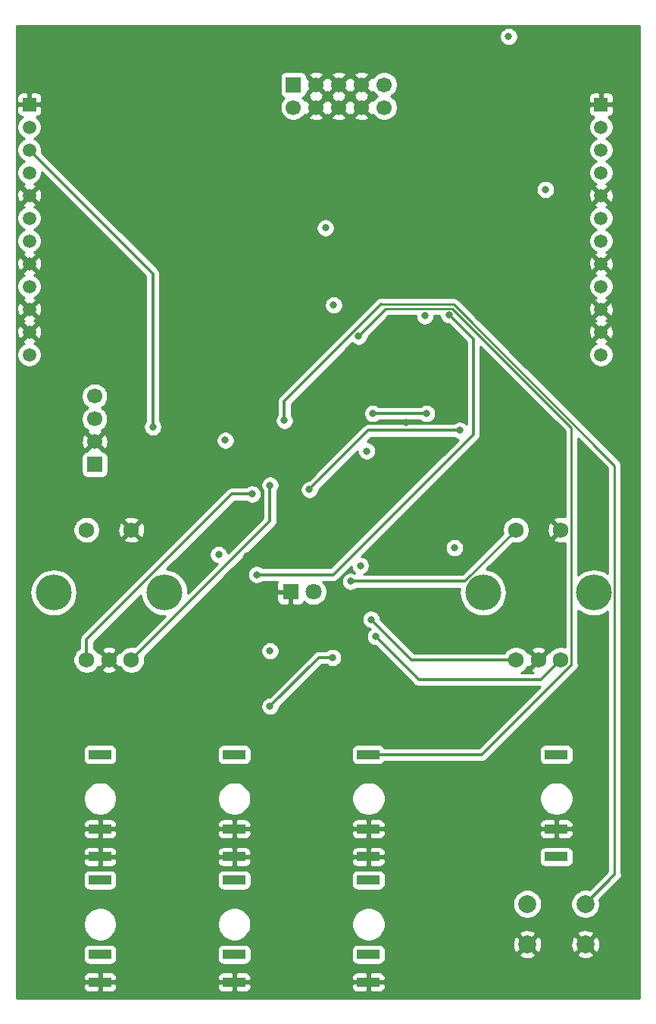
<source format=gbr>
G04 #@! TF.GenerationSoftware,KiCad,Pcbnew,(5.1.4)-1*
G04 #@! TF.CreationDate,2019-09-13T11:08:06+01:00*
G04 #@! TF.ProjectId,oscar,6f736361-722e-46b6-9963-61645f706362,rev?*
G04 #@! TF.SameCoordinates,Original*
G04 #@! TF.FileFunction,Copper,L1,Top*
G04 #@! TF.FilePolarity,Positive*
%FSLAX46Y46*%
G04 Gerber Fmt 4.6, Leading zero omitted, Abs format (unit mm)*
G04 Created by KiCad (PCBNEW (5.1.4)-1) date 2019-09-13 11:08:06*
%MOMM*%
%LPD*%
G04 APERTURE LIST*
%ADD10R,1.700000X1.700000*%
%ADD11C,1.700000*%
%ADD12R,2.500000X1.000000*%
%ADD13O,4.000000X4.000000*%
%ADD14C,1.750000*%
%ADD15C,2.000000*%
%ADD16C,1.500000*%
%ADD17R,1.500000X1.500000*%
%ADD18C,1.800000*%
%ADD19R,1.800000X1.800000*%
%ADD20C,0.800000*%
%ADD21C,0.300000*%
%ADD22C,0.250000*%
%ADD23C,0.254000*%
G04 APERTURE END LIST*
D10*
X156600000Y-57300000D03*
D11*
X156600000Y-59840000D03*
X159140000Y-57300000D03*
X159140000Y-59840000D03*
X161680000Y-57300000D03*
X161680000Y-59840000D03*
X164220000Y-57300000D03*
X164220000Y-59840000D03*
X166760000Y-57300000D03*
X166760000Y-59840000D03*
X134400000Y-92080000D03*
X134400000Y-94620000D03*
X134400000Y-97160000D03*
D10*
X134400000Y-99700000D03*
D12*
X135000000Y-143480000D03*
X135000000Y-140380000D03*
X135000000Y-132080000D03*
X150000000Y-143480000D03*
X150000000Y-140380000D03*
X150000000Y-132080000D03*
X165000000Y-143480000D03*
X165000000Y-140380000D03*
X165000000Y-132080000D03*
X135000000Y-146080000D03*
X135000000Y-154380000D03*
X135000000Y-157480000D03*
X150000000Y-146080000D03*
X150000000Y-154380000D03*
X150000000Y-157480000D03*
X165000000Y-146080000D03*
X165000000Y-154380000D03*
X165000000Y-157480000D03*
X186000000Y-132080000D03*
X186000000Y-140380000D03*
X186000000Y-143480000D03*
D13*
X129800000Y-114000000D03*
X142200000Y-114000000D03*
D14*
X133500000Y-107000000D03*
X138500000Y-107000000D03*
X136000000Y-121500000D03*
X138500000Y-121500000D03*
X133500000Y-121500000D03*
X181500000Y-121500000D03*
X186500000Y-121500000D03*
X184000000Y-121500000D03*
X186500000Y-107000000D03*
X181500000Y-107000000D03*
D13*
X190200000Y-114000000D03*
X177800000Y-114000000D03*
D15*
X189250000Y-148750000D03*
X189250000Y-153250000D03*
X182750000Y-148750000D03*
X182750000Y-153250000D03*
D16*
X127100000Y-87440000D03*
X127100000Y-84900000D03*
X127100000Y-82360000D03*
X127100000Y-79820000D03*
X127100000Y-77280000D03*
X127100000Y-74740000D03*
X127100000Y-72200000D03*
X127100000Y-69660000D03*
X127100000Y-67120000D03*
X127100000Y-64580000D03*
X127100000Y-62040000D03*
D17*
X127100000Y-59500000D03*
D16*
X191000000Y-87440000D03*
X191000000Y-84900000D03*
X191000000Y-82360000D03*
X191000000Y-79820000D03*
X191000000Y-77280000D03*
X191000000Y-74740000D03*
X191000000Y-72200000D03*
X191000000Y-69660000D03*
X191000000Y-67120000D03*
D17*
X191000000Y-59500000D03*
D16*
X191000000Y-62040000D03*
X191000000Y-64580000D03*
D18*
X158840000Y-113900000D03*
D19*
X156300000Y-113900000D03*
D20*
X149000000Y-97000000D03*
X160200000Y-73280000D03*
X161100000Y-81900000D03*
X148250000Y-109750000D03*
X164800000Y-98200000D03*
X164100000Y-111000000D03*
X173250000Y-89750000D03*
X167250000Y-97750000D03*
X148000000Y-99000000D03*
X157000000Y-94000000D03*
X159000000Y-105000000D03*
X151400000Y-109900000D03*
X143400000Y-107100000D03*
X159000000Y-99250000D03*
X176960000Y-67650000D03*
X188890000Y-53900000D03*
X158310000Y-83190000D03*
X165400000Y-91530000D03*
X172310000Y-99360000D03*
X167040000Y-102640000D03*
X166110000Y-110250000D03*
X174100000Y-93600000D03*
X178900000Y-94700000D03*
X177100000Y-82800000D03*
X149600000Y-112600000D03*
X167800000Y-125300000D03*
X161300000Y-127400000D03*
X190200000Y-104100000D03*
X169200000Y-95000000D03*
X155600000Y-94800000D03*
X163000000Y-112750000D03*
X154000000Y-126700000D03*
X184800000Y-69000000D03*
X161000000Y-121250000D03*
X171300000Y-83100000D03*
X154000000Y-120500000D03*
X174600000Y-109000000D03*
X180660000Y-51920000D03*
X171500000Y-94000000D03*
X165500000Y-94000000D03*
X152000000Y-103000000D03*
X154000000Y-102000000D03*
X165800000Y-118900000D03*
X165300000Y-117000000D03*
X158400000Y-102500000D03*
X175200000Y-95900000D03*
X140900000Y-95500000D03*
X174000000Y-83000000D03*
X152500000Y-112000000D03*
X163900000Y-85400000D03*
D21*
X192525001Y-145474999D02*
X189250000Y-148750000D01*
D22*
X192525001Y-99815589D02*
X192525001Y-145474999D01*
X174534401Y-81824989D02*
X192525001Y-99815589D01*
X166402009Y-81824989D02*
X174534401Y-81824989D01*
D21*
X155600000Y-94800000D02*
X155600000Y-92626998D01*
X155600000Y-92626998D02*
X166402009Y-81824989D01*
D22*
X175750000Y-112750000D02*
X181500000Y-107000000D01*
D21*
X163000000Y-112750000D02*
X175750000Y-112750000D01*
X159450000Y-121250000D02*
X154000000Y-126700000D01*
X161000000Y-121250000D02*
X159450000Y-121250000D01*
X171500000Y-94000000D02*
X165500000Y-94000000D01*
X149758998Y-103000000D02*
X152000000Y-103000000D01*
X133500000Y-121500000D02*
X133500000Y-119258998D01*
X133500000Y-119258998D02*
X149758998Y-103000000D01*
X154000000Y-106000000D02*
X138500000Y-121500000D01*
X154000000Y-102000000D02*
X154000000Y-106000000D01*
X165800000Y-118900000D02*
X170600000Y-123700000D01*
X184300000Y-123700000D02*
X186500000Y-121500000D01*
X170600000Y-123700000D02*
X184300000Y-123700000D01*
X169800000Y-121500000D02*
X181500000Y-121500000D01*
X165300000Y-117000000D02*
X169800000Y-121500000D01*
X158400000Y-102500000D02*
X165000000Y-95900000D01*
X165000000Y-95900000D02*
X175200000Y-95900000D01*
X140900000Y-78380000D02*
X127100000Y-64580000D01*
X140900000Y-95500000D02*
X140900000Y-78380000D01*
X176725001Y-85725001D02*
X174000000Y-83000000D01*
X152500000Y-112000000D02*
X161073002Y-112000000D01*
X176725001Y-96348001D02*
X176725001Y-85725001D01*
X161073002Y-112000000D02*
X176725001Y-96348001D01*
X177696002Y-132080000D02*
X165000000Y-132080000D01*
X187700001Y-122076001D02*
X177696002Y-132080000D01*
D22*
X187700001Y-95626999D02*
X187700001Y-122076001D01*
X174348001Y-82274999D02*
X187700001Y-95626999D01*
X163900000Y-85400000D02*
X166925001Y-82274999D01*
X166925001Y-82274999D02*
X174348001Y-82274999D01*
D23*
G36*
X195305001Y-159305000D02*
G01*
X125695000Y-159305000D01*
X125695000Y-157980000D01*
X133111928Y-157980000D01*
X133124188Y-158104482D01*
X133160498Y-158224180D01*
X133219463Y-158334494D01*
X133298815Y-158431185D01*
X133395506Y-158510537D01*
X133505820Y-158569502D01*
X133625518Y-158605812D01*
X133750000Y-158618072D01*
X134714250Y-158615000D01*
X134873000Y-158456250D01*
X134873000Y-157607000D01*
X135127000Y-157607000D01*
X135127000Y-158456250D01*
X135285750Y-158615000D01*
X136250000Y-158618072D01*
X136374482Y-158605812D01*
X136494180Y-158569502D01*
X136604494Y-158510537D01*
X136701185Y-158431185D01*
X136780537Y-158334494D01*
X136839502Y-158224180D01*
X136875812Y-158104482D01*
X136888072Y-157980000D01*
X148111928Y-157980000D01*
X148124188Y-158104482D01*
X148160498Y-158224180D01*
X148219463Y-158334494D01*
X148298815Y-158431185D01*
X148395506Y-158510537D01*
X148505820Y-158569502D01*
X148625518Y-158605812D01*
X148750000Y-158618072D01*
X149714250Y-158615000D01*
X149873000Y-158456250D01*
X149873000Y-157607000D01*
X150127000Y-157607000D01*
X150127000Y-158456250D01*
X150285750Y-158615000D01*
X151250000Y-158618072D01*
X151374482Y-158605812D01*
X151494180Y-158569502D01*
X151604494Y-158510537D01*
X151701185Y-158431185D01*
X151780537Y-158334494D01*
X151839502Y-158224180D01*
X151875812Y-158104482D01*
X151888072Y-157980000D01*
X163111928Y-157980000D01*
X163124188Y-158104482D01*
X163160498Y-158224180D01*
X163219463Y-158334494D01*
X163298815Y-158431185D01*
X163395506Y-158510537D01*
X163505820Y-158569502D01*
X163625518Y-158605812D01*
X163750000Y-158618072D01*
X164714250Y-158615000D01*
X164873000Y-158456250D01*
X164873000Y-157607000D01*
X165127000Y-157607000D01*
X165127000Y-158456250D01*
X165285750Y-158615000D01*
X166250000Y-158618072D01*
X166374482Y-158605812D01*
X166494180Y-158569502D01*
X166604494Y-158510537D01*
X166701185Y-158431185D01*
X166780537Y-158334494D01*
X166839502Y-158224180D01*
X166875812Y-158104482D01*
X166888072Y-157980000D01*
X166885000Y-157765750D01*
X166726250Y-157607000D01*
X165127000Y-157607000D01*
X164873000Y-157607000D01*
X163273750Y-157607000D01*
X163115000Y-157765750D01*
X163111928Y-157980000D01*
X151888072Y-157980000D01*
X151885000Y-157765750D01*
X151726250Y-157607000D01*
X150127000Y-157607000D01*
X149873000Y-157607000D01*
X148273750Y-157607000D01*
X148115000Y-157765750D01*
X148111928Y-157980000D01*
X136888072Y-157980000D01*
X136885000Y-157765750D01*
X136726250Y-157607000D01*
X135127000Y-157607000D01*
X134873000Y-157607000D01*
X133273750Y-157607000D01*
X133115000Y-157765750D01*
X133111928Y-157980000D01*
X125695000Y-157980000D01*
X125695000Y-156980000D01*
X133111928Y-156980000D01*
X133115000Y-157194250D01*
X133273750Y-157353000D01*
X134873000Y-157353000D01*
X134873000Y-156503750D01*
X135127000Y-156503750D01*
X135127000Y-157353000D01*
X136726250Y-157353000D01*
X136885000Y-157194250D01*
X136888072Y-156980000D01*
X148111928Y-156980000D01*
X148115000Y-157194250D01*
X148273750Y-157353000D01*
X149873000Y-157353000D01*
X149873000Y-156503750D01*
X150127000Y-156503750D01*
X150127000Y-157353000D01*
X151726250Y-157353000D01*
X151885000Y-157194250D01*
X151888072Y-156980000D01*
X163111928Y-156980000D01*
X163115000Y-157194250D01*
X163273750Y-157353000D01*
X164873000Y-157353000D01*
X164873000Y-156503750D01*
X165127000Y-156503750D01*
X165127000Y-157353000D01*
X166726250Y-157353000D01*
X166885000Y-157194250D01*
X166888072Y-156980000D01*
X166875812Y-156855518D01*
X166839502Y-156735820D01*
X166780537Y-156625506D01*
X166701185Y-156528815D01*
X166604494Y-156449463D01*
X166494180Y-156390498D01*
X166374482Y-156354188D01*
X166250000Y-156341928D01*
X165285750Y-156345000D01*
X165127000Y-156503750D01*
X164873000Y-156503750D01*
X164714250Y-156345000D01*
X163750000Y-156341928D01*
X163625518Y-156354188D01*
X163505820Y-156390498D01*
X163395506Y-156449463D01*
X163298815Y-156528815D01*
X163219463Y-156625506D01*
X163160498Y-156735820D01*
X163124188Y-156855518D01*
X163111928Y-156980000D01*
X151888072Y-156980000D01*
X151875812Y-156855518D01*
X151839502Y-156735820D01*
X151780537Y-156625506D01*
X151701185Y-156528815D01*
X151604494Y-156449463D01*
X151494180Y-156390498D01*
X151374482Y-156354188D01*
X151250000Y-156341928D01*
X150285750Y-156345000D01*
X150127000Y-156503750D01*
X149873000Y-156503750D01*
X149714250Y-156345000D01*
X148750000Y-156341928D01*
X148625518Y-156354188D01*
X148505820Y-156390498D01*
X148395506Y-156449463D01*
X148298815Y-156528815D01*
X148219463Y-156625506D01*
X148160498Y-156735820D01*
X148124188Y-156855518D01*
X148111928Y-156980000D01*
X136888072Y-156980000D01*
X136875812Y-156855518D01*
X136839502Y-156735820D01*
X136780537Y-156625506D01*
X136701185Y-156528815D01*
X136604494Y-156449463D01*
X136494180Y-156390498D01*
X136374482Y-156354188D01*
X136250000Y-156341928D01*
X135285750Y-156345000D01*
X135127000Y-156503750D01*
X134873000Y-156503750D01*
X134714250Y-156345000D01*
X133750000Y-156341928D01*
X133625518Y-156354188D01*
X133505820Y-156390498D01*
X133395506Y-156449463D01*
X133298815Y-156528815D01*
X133219463Y-156625506D01*
X133160498Y-156735820D01*
X133124188Y-156855518D01*
X133111928Y-156980000D01*
X125695000Y-156980000D01*
X125695000Y-153880000D01*
X133111928Y-153880000D01*
X133111928Y-154880000D01*
X133124188Y-155004482D01*
X133160498Y-155124180D01*
X133219463Y-155234494D01*
X133298815Y-155331185D01*
X133395506Y-155410537D01*
X133505820Y-155469502D01*
X133625518Y-155505812D01*
X133750000Y-155518072D01*
X136250000Y-155518072D01*
X136374482Y-155505812D01*
X136494180Y-155469502D01*
X136604494Y-155410537D01*
X136701185Y-155331185D01*
X136780537Y-155234494D01*
X136839502Y-155124180D01*
X136875812Y-155004482D01*
X136888072Y-154880000D01*
X136888072Y-153880000D01*
X148111928Y-153880000D01*
X148111928Y-154880000D01*
X148124188Y-155004482D01*
X148160498Y-155124180D01*
X148219463Y-155234494D01*
X148298815Y-155331185D01*
X148395506Y-155410537D01*
X148505820Y-155469502D01*
X148625518Y-155505812D01*
X148750000Y-155518072D01*
X151250000Y-155518072D01*
X151374482Y-155505812D01*
X151494180Y-155469502D01*
X151604494Y-155410537D01*
X151701185Y-155331185D01*
X151780537Y-155234494D01*
X151839502Y-155124180D01*
X151875812Y-155004482D01*
X151888072Y-154880000D01*
X151888072Y-153880000D01*
X163111928Y-153880000D01*
X163111928Y-154880000D01*
X163124188Y-155004482D01*
X163160498Y-155124180D01*
X163219463Y-155234494D01*
X163298815Y-155331185D01*
X163395506Y-155410537D01*
X163505820Y-155469502D01*
X163625518Y-155505812D01*
X163750000Y-155518072D01*
X166250000Y-155518072D01*
X166374482Y-155505812D01*
X166494180Y-155469502D01*
X166604494Y-155410537D01*
X166701185Y-155331185D01*
X166780537Y-155234494D01*
X166839502Y-155124180D01*
X166875812Y-155004482D01*
X166888072Y-154880000D01*
X166888072Y-154385413D01*
X181794192Y-154385413D01*
X181889956Y-154649814D01*
X182179571Y-154790704D01*
X182491108Y-154872384D01*
X182812595Y-154891718D01*
X183131675Y-154847961D01*
X183436088Y-154742795D01*
X183610044Y-154649814D01*
X183705808Y-154385413D01*
X188294192Y-154385413D01*
X188389956Y-154649814D01*
X188679571Y-154790704D01*
X188991108Y-154872384D01*
X189312595Y-154891718D01*
X189631675Y-154847961D01*
X189936088Y-154742795D01*
X190110044Y-154649814D01*
X190205808Y-154385413D01*
X189250000Y-153429605D01*
X188294192Y-154385413D01*
X183705808Y-154385413D01*
X182750000Y-153429605D01*
X181794192Y-154385413D01*
X166888072Y-154385413D01*
X166888072Y-153880000D01*
X166875812Y-153755518D01*
X166839502Y-153635820D01*
X166780537Y-153525506D01*
X166701185Y-153428815D01*
X166604494Y-153349463D01*
X166535520Y-153312595D01*
X181108282Y-153312595D01*
X181152039Y-153631675D01*
X181257205Y-153936088D01*
X181350186Y-154110044D01*
X181614587Y-154205808D01*
X182570395Y-153250000D01*
X182929605Y-153250000D01*
X183885413Y-154205808D01*
X184149814Y-154110044D01*
X184290704Y-153820429D01*
X184372384Y-153508892D01*
X184384189Y-153312595D01*
X187608282Y-153312595D01*
X187652039Y-153631675D01*
X187757205Y-153936088D01*
X187850186Y-154110044D01*
X188114587Y-154205808D01*
X189070395Y-153250000D01*
X189429605Y-153250000D01*
X190385413Y-154205808D01*
X190649814Y-154110044D01*
X190790704Y-153820429D01*
X190872384Y-153508892D01*
X190891718Y-153187405D01*
X190847961Y-152868325D01*
X190742795Y-152563912D01*
X190649814Y-152389956D01*
X190385413Y-152294192D01*
X189429605Y-153250000D01*
X189070395Y-153250000D01*
X188114587Y-152294192D01*
X187850186Y-152389956D01*
X187709296Y-152679571D01*
X187627616Y-152991108D01*
X187608282Y-153312595D01*
X184384189Y-153312595D01*
X184391718Y-153187405D01*
X184347961Y-152868325D01*
X184242795Y-152563912D01*
X184149814Y-152389956D01*
X183885413Y-152294192D01*
X182929605Y-153250000D01*
X182570395Y-153250000D01*
X181614587Y-152294192D01*
X181350186Y-152389956D01*
X181209296Y-152679571D01*
X181127616Y-152991108D01*
X181108282Y-153312595D01*
X166535520Y-153312595D01*
X166494180Y-153290498D01*
X166374482Y-153254188D01*
X166250000Y-153241928D01*
X163750000Y-153241928D01*
X163625518Y-153254188D01*
X163505820Y-153290498D01*
X163395506Y-153349463D01*
X163298815Y-153428815D01*
X163219463Y-153525506D01*
X163160498Y-153635820D01*
X163124188Y-153755518D01*
X163111928Y-153880000D01*
X151888072Y-153880000D01*
X151875812Y-153755518D01*
X151839502Y-153635820D01*
X151780537Y-153525506D01*
X151701185Y-153428815D01*
X151604494Y-153349463D01*
X151494180Y-153290498D01*
X151374482Y-153254188D01*
X151250000Y-153241928D01*
X148750000Y-153241928D01*
X148625518Y-153254188D01*
X148505820Y-153290498D01*
X148395506Y-153349463D01*
X148298815Y-153428815D01*
X148219463Y-153525506D01*
X148160498Y-153635820D01*
X148124188Y-153755518D01*
X148111928Y-153880000D01*
X136888072Y-153880000D01*
X136875812Y-153755518D01*
X136839502Y-153635820D01*
X136780537Y-153525506D01*
X136701185Y-153428815D01*
X136604494Y-153349463D01*
X136494180Y-153290498D01*
X136374482Y-153254188D01*
X136250000Y-153241928D01*
X133750000Y-153241928D01*
X133625518Y-153254188D01*
X133505820Y-153290498D01*
X133395506Y-153349463D01*
X133298815Y-153428815D01*
X133219463Y-153525506D01*
X133160498Y-153635820D01*
X133124188Y-153755518D01*
X133111928Y-153880000D01*
X125695000Y-153880000D01*
X125695000Y-150814344D01*
X133115000Y-150814344D01*
X133115000Y-151185656D01*
X133187439Y-151549834D01*
X133329534Y-151892882D01*
X133535825Y-152201618D01*
X133798382Y-152464175D01*
X134107118Y-152670466D01*
X134450166Y-152812561D01*
X134814344Y-152885000D01*
X135185656Y-152885000D01*
X135549834Y-152812561D01*
X135892882Y-152670466D01*
X136201618Y-152464175D01*
X136464175Y-152201618D01*
X136670466Y-151892882D01*
X136812561Y-151549834D01*
X136885000Y-151185656D01*
X136885000Y-150814344D01*
X148115000Y-150814344D01*
X148115000Y-151185656D01*
X148187439Y-151549834D01*
X148329534Y-151892882D01*
X148535825Y-152201618D01*
X148798382Y-152464175D01*
X149107118Y-152670466D01*
X149450166Y-152812561D01*
X149814344Y-152885000D01*
X150185656Y-152885000D01*
X150549834Y-152812561D01*
X150892882Y-152670466D01*
X151201618Y-152464175D01*
X151464175Y-152201618D01*
X151670466Y-151892882D01*
X151812561Y-151549834D01*
X151885000Y-151185656D01*
X151885000Y-150814344D01*
X163115000Y-150814344D01*
X163115000Y-151185656D01*
X163187439Y-151549834D01*
X163329534Y-151892882D01*
X163535825Y-152201618D01*
X163798382Y-152464175D01*
X164107118Y-152670466D01*
X164450166Y-152812561D01*
X164814344Y-152885000D01*
X165185656Y-152885000D01*
X165549834Y-152812561D01*
X165892882Y-152670466D01*
X166201618Y-152464175D01*
X166464175Y-152201618D01*
X166522327Y-152114587D01*
X181794192Y-152114587D01*
X182750000Y-153070395D01*
X183705808Y-152114587D01*
X188294192Y-152114587D01*
X189250000Y-153070395D01*
X190205808Y-152114587D01*
X190110044Y-151850186D01*
X189820429Y-151709296D01*
X189508892Y-151627616D01*
X189187405Y-151608282D01*
X188868325Y-151652039D01*
X188563912Y-151757205D01*
X188389956Y-151850186D01*
X188294192Y-152114587D01*
X183705808Y-152114587D01*
X183610044Y-151850186D01*
X183320429Y-151709296D01*
X183008892Y-151627616D01*
X182687405Y-151608282D01*
X182368325Y-151652039D01*
X182063912Y-151757205D01*
X181889956Y-151850186D01*
X181794192Y-152114587D01*
X166522327Y-152114587D01*
X166670466Y-151892882D01*
X166812561Y-151549834D01*
X166885000Y-151185656D01*
X166885000Y-150814344D01*
X166812561Y-150450166D01*
X166670466Y-150107118D01*
X166464175Y-149798382D01*
X166201618Y-149535825D01*
X165892882Y-149329534D01*
X165549834Y-149187439D01*
X165185656Y-149115000D01*
X164814344Y-149115000D01*
X164450166Y-149187439D01*
X164107118Y-149329534D01*
X163798382Y-149535825D01*
X163535825Y-149798382D01*
X163329534Y-150107118D01*
X163187439Y-150450166D01*
X163115000Y-150814344D01*
X151885000Y-150814344D01*
X151812561Y-150450166D01*
X151670466Y-150107118D01*
X151464175Y-149798382D01*
X151201618Y-149535825D01*
X150892882Y-149329534D01*
X150549834Y-149187439D01*
X150185656Y-149115000D01*
X149814344Y-149115000D01*
X149450166Y-149187439D01*
X149107118Y-149329534D01*
X148798382Y-149535825D01*
X148535825Y-149798382D01*
X148329534Y-150107118D01*
X148187439Y-150450166D01*
X148115000Y-150814344D01*
X136885000Y-150814344D01*
X136812561Y-150450166D01*
X136670466Y-150107118D01*
X136464175Y-149798382D01*
X136201618Y-149535825D01*
X135892882Y-149329534D01*
X135549834Y-149187439D01*
X135185656Y-149115000D01*
X134814344Y-149115000D01*
X134450166Y-149187439D01*
X134107118Y-149329534D01*
X133798382Y-149535825D01*
X133535825Y-149798382D01*
X133329534Y-150107118D01*
X133187439Y-150450166D01*
X133115000Y-150814344D01*
X125695000Y-150814344D01*
X125695000Y-148588967D01*
X181115000Y-148588967D01*
X181115000Y-148911033D01*
X181177832Y-149226912D01*
X181301082Y-149524463D01*
X181480013Y-149792252D01*
X181707748Y-150019987D01*
X181975537Y-150198918D01*
X182273088Y-150322168D01*
X182588967Y-150385000D01*
X182911033Y-150385000D01*
X183226912Y-150322168D01*
X183524463Y-150198918D01*
X183792252Y-150019987D01*
X184019987Y-149792252D01*
X184198918Y-149524463D01*
X184322168Y-149226912D01*
X184385000Y-148911033D01*
X184385000Y-148588967D01*
X184322168Y-148273088D01*
X184198918Y-147975537D01*
X184019987Y-147707748D01*
X183792252Y-147480013D01*
X183524463Y-147301082D01*
X183226912Y-147177832D01*
X182911033Y-147115000D01*
X182588967Y-147115000D01*
X182273088Y-147177832D01*
X181975537Y-147301082D01*
X181707748Y-147480013D01*
X181480013Y-147707748D01*
X181301082Y-147975537D01*
X181177832Y-148273088D01*
X181115000Y-148588967D01*
X125695000Y-148588967D01*
X125695000Y-145580000D01*
X133111928Y-145580000D01*
X133111928Y-146580000D01*
X133124188Y-146704482D01*
X133160498Y-146824180D01*
X133219463Y-146934494D01*
X133298815Y-147031185D01*
X133395506Y-147110537D01*
X133505820Y-147169502D01*
X133625518Y-147205812D01*
X133750000Y-147218072D01*
X136250000Y-147218072D01*
X136374482Y-147205812D01*
X136494180Y-147169502D01*
X136604494Y-147110537D01*
X136701185Y-147031185D01*
X136780537Y-146934494D01*
X136839502Y-146824180D01*
X136875812Y-146704482D01*
X136888072Y-146580000D01*
X136888072Y-145580000D01*
X148111928Y-145580000D01*
X148111928Y-146580000D01*
X148124188Y-146704482D01*
X148160498Y-146824180D01*
X148219463Y-146934494D01*
X148298815Y-147031185D01*
X148395506Y-147110537D01*
X148505820Y-147169502D01*
X148625518Y-147205812D01*
X148750000Y-147218072D01*
X151250000Y-147218072D01*
X151374482Y-147205812D01*
X151494180Y-147169502D01*
X151604494Y-147110537D01*
X151701185Y-147031185D01*
X151780537Y-146934494D01*
X151839502Y-146824180D01*
X151875812Y-146704482D01*
X151888072Y-146580000D01*
X151888072Y-145580000D01*
X163111928Y-145580000D01*
X163111928Y-146580000D01*
X163124188Y-146704482D01*
X163160498Y-146824180D01*
X163219463Y-146934494D01*
X163298815Y-147031185D01*
X163395506Y-147110537D01*
X163505820Y-147169502D01*
X163625518Y-147205812D01*
X163750000Y-147218072D01*
X166250000Y-147218072D01*
X166374482Y-147205812D01*
X166494180Y-147169502D01*
X166604494Y-147110537D01*
X166701185Y-147031185D01*
X166780537Y-146934494D01*
X166839502Y-146824180D01*
X166875812Y-146704482D01*
X166888072Y-146580000D01*
X166888072Y-145580000D01*
X166875812Y-145455518D01*
X166839502Y-145335820D01*
X166780537Y-145225506D01*
X166701185Y-145128815D01*
X166604494Y-145049463D01*
X166494180Y-144990498D01*
X166374482Y-144954188D01*
X166250000Y-144941928D01*
X163750000Y-144941928D01*
X163625518Y-144954188D01*
X163505820Y-144990498D01*
X163395506Y-145049463D01*
X163298815Y-145128815D01*
X163219463Y-145225506D01*
X163160498Y-145335820D01*
X163124188Y-145455518D01*
X163111928Y-145580000D01*
X151888072Y-145580000D01*
X151875812Y-145455518D01*
X151839502Y-145335820D01*
X151780537Y-145225506D01*
X151701185Y-145128815D01*
X151604494Y-145049463D01*
X151494180Y-144990498D01*
X151374482Y-144954188D01*
X151250000Y-144941928D01*
X148750000Y-144941928D01*
X148625518Y-144954188D01*
X148505820Y-144990498D01*
X148395506Y-145049463D01*
X148298815Y-145128815D01*
X148219463Y-145225506D01*
X148160498Y-145335820D01*
X148124188Y-145455518D01*
X148111928Y-145580000D01*
X136888072Y-145580000D01*
X136875812Y-145455518D01*
X136839502Y-145335820D01*
X136780537Y-145225506D01*
X136701185Y-145128815D01*
X136604494Y-145049463D01*
X136494180Y-144990498D01*
X136374482Y-144954188D01*
X136250000Y-144941928D01*
X133750000Y-144941928D01*
X133625518Y-144954188D01*
X133505820Y-144990498D01*
X133395506Y-145049463D01*
X133298815Y-145128815D01*
X133219463Y-145225506D01*
X133160498Y-145335820D01*
X133124188Y-145455518D01*
X133111928Y-145580000D01*
X125695000Y-145580000D01*
X125695000Y-143980000D01*
X133111928Y-143980000D01*
X133124188Y-144104482D01*
X133160498Y-144224180D01*
X133219463Y-144334494D01*
X133298815Y-144431185D01*
X133395506Y-144510537D01*
X133505820Y-144569502D01*
X133625518Y-144605812D01*
X133750000Y-144618072D01*
X134714250Y-144615000D01*
X134873000Y-144456250D01*
X134873000Y-143607000D01*
X135127000Y-143607000D01*
X135127000Y-144456250D01*
X135285750Y-144615000D01*
X136250000Y-144618072D01*
X136374482Y-144605812D01*
X136494180Y-144569502D01*
X136604494Y-144510537D01*
X136701185Y-144431185D01*
X136780537Y-144334494D01*
X136839502Y-144224180D01*
X136875812Y-144104482D01*
X136888072Y-143980000D01*
X148111928Y-143980000D01*
X148124188Y-144104482D01*
X148160498Y-144224180D01*
X148219463Y-144334494D01*
X148298815Y-144431185D01*
X148395506Y-144510537D01*
X148505820Y-144569502D01*
X148625518Y-144605812D01*
X148750000Y-144618072D01*
X149714250Y-144615000D01*
X149873000Y-144456250D01*
X149873000Y-143607000D01*
X150127000Y-143607000D01*
X150127000Y-144456250D01*
X150285750Y-144615000D01*
X151250000Y-144618072D01*
X151374482Y-144605812D01*
X151494180Y-144569502D01*
X151604494Y-144510537D01*
X151701185Y-144431185D01*
X151780537Y-144334494D01*
X151839502Y-144224180D01*
X151875812Y-144104482D01*
X151888072Y-143980000D01*
X163111928Y-143980000D01*
X163124188Y-144104482D01*
X163160498Y-144224180D01*
X163219463Y-144334494D01*
X163298815Y-144431185D01*
X163395506Y-144510537D01*
X163505820Y-144569502D01*
X163625518Y-144605812D01*
X163750000Y-144618072D01*
X164714250Y-144615000D01*
X164873000Y-144456250D01*
X164873000Y-143607000D01*
X165127000Y-143607000D01*
X165127000Y-144456250D01*
X165285750Y-144615000D01*
X166250000Y-144618072D01*
X166374482Y-144605812D01*
X166494180Y-144569502D01*
X166604494Y-144510537D01*
X166701185Y-144431185D01*
X166780537Y-144334494D01*
X166839502Y-144224180D01*
X166875812Y-144104482D01*
X166888072Y-143980000D01*
X166885000Y-143765750D01*
X166726250Y-143607000D01*
X165127000Y-143607000D01*
X164873000Y-143607000D01*
X163273750Y-143607000D01*
X163115000Y-143765750D01*
X163111928Y-143980000D01*
X151888072Y-143980000D01*
X151885000Y-143765750D01*
X151726250Y-143607000D01*
X150127000Y-143607000D01*
X149873000Y-143607000D01*
X148273750Y-143607000D01*
X148115000Y-143765750D01*
X148111928Y-143980000D01*
X136888072Y-143980000D01*
X136885000Y-143765750D01*
X136726250Y-143607000D01*
X135127000Y-143607000D01*
X134873000Y-143607000D01*
X133273750Y-143607000D01*
X133115000Y-143765750D01*
X133111928Y-143980000D01*
X125695000Y-143980000D01*
X125695000Y-142980000D01*
X133111928Y-142980000D01*
X133115000Y-143194250D01*
X133273750Y-143353000D01*
X134873000Y-143353000D01*
X134873000Y-142503750D01*
X135127000Y-142503750D01*
X135127000Y-143353000D01*
X136726250Y-143353000D01*
X136885000Y-143194250D01*
X136888072Y-142980000D01*
X148111928Y-142980000D01*
X148115000Y-143194250D01*
X148273750Y-143353000D01*
X149873000Y-143353000D01*
X149873000Y-142503750D01*
X150127000Y-142503750D01*
X150127000Y-143353000D01*
X151726250Y-143353000D01*
X151885000Y-143194250D01*
X151888072Y-142980000D01*
X163111928Y-142980000D01*
X163115000Y-143194250D01*
X163273750Y-143353000D01*
X164873000Y-143353000D01*
X164873000Y-142503750D01*
X165127000Y-142503750D01*
X165127000Y-143353000D01*
X166726250Y-143353000D01*
X166885000Y-143194250D01*
X166888072Y-142980000D01*
X184111928Y-142980000D01*
X184111928Y-143980000D01*
X184124188Y-144104482D01*
X184160498Y-144224180D01*
X184219463Y-144334494D01*
X184298815Y-144431185D01*
X184395506Y-144510537D01*
X184505820Y-144569502D01*
X184625518Y-144605812D01*
X184750000Y-144618072D01*
X187250000Y-144618072D01*
X187374482Y-144605812D01*
X187494180Y-144569502D01*
X187604494Y-144510537D01*
X187701185Y-144431185D01*
X187780537Y-144334494D01*
X187839502Y-144224180D01*
X187875812Y-144104482D01*
X187888072Y-143980000D01*
X187888072Y-142980000D01*
X187875812Y-142855518D01*
X187839502Y-142735820D01*
X187780537Y-142625506D01*
X187701185Y-142528815D01*
X187604494Y-142449463D01*
X187494180Y-142390498D01*
X187374482Y-142354188D01*
X187250000Y-142341928D01*
X184750000Y-142341928D01*
X184625518Y-142354188D01*
X184505820Y-142390498D01*
X184395506Y-142449463D01*
X184298815Y-142528815D01*
X184219463Y-142625506D01*
X184160498Y-142735820D01*
X184124188Y-142855518D01*
X184111928Y-142980000D01*
X166888072Y-142980000D01*
X166875812Y-142855518D01*
X166839502Y-142735820D01*
X166780537Y-142625506D01*
X166701185Y-142528815D01*
X166604494Y-142449463D01*
X166494180Y-142390498D01*
X166374482Y-142354188D01*
X166250000Y-142341928D01*
X165285750Y-142345000D01*
X165127000Y-142503750D01*
X164873000Y-142503750D01*
X164714250Y-142345000D01*
X163750000Y-142341928D01*
X163625518Y-142354188D01*
X163505820Y-142390498D01*
X163395506Y-142449463D01*
X163298815Y-142528815D01*
X163219463Y-142625506D01*
X163160498Y-142735820D01*
X163124188Y-142855518D01*
X163111928Y-142980000D01*
X151888072Y-142980000D01*
X151875812Y-142855518D01*
X151839502Y-142735820D01*
X151780537Y-142625506D01*
X151701185Y-142528815D01*
X151604494Y-142449463D01*
X151494180Y-142390498D01*
X151374482Y-142354188D01*
X151250000Y-142341928D01*
X150285750Y-142345000D01*
X150127000Y-142503750D01*
X149873000Y-142503750D01*
X149714250Y-142345000D01*
X148750000Y-142341928D01*
X148625518Y-142354188D01*
X148505820Y-142390498D01*
X148395506Y-142449463D01*
X148298815Y-142528815D01*
X148219463Y-142625506D01*
X148160498Y-142735820D01*
X148124188Y-142855518D01*
X148111928Y-142980000D01*
X136888072Y-142980000D01*
X136875812Y-142855518D01*
X136839502Y-142735820D01*
X136780537Y-142625506D01*
X136701185Y-142528815D01*
X136604494Y-142449463D01*
X136494180Y-142390498D01*
X136374482Y-142354188D01*
X136250000Y-142341928D01*
X135285750Y-142345000D01*
X135127000Y-142503750D01*
X134873000Y-142503750D01*
X134714250Y-142345000D01*
X133750000Y-142341928D01*
X133625518Y-142354188D01*
X133505820Y-142390498D01*
X133395506Y-142449463D01*
X133298815Y-142528815D01*
X133219463Y-142625506D01*
X133160498Y-142735820D01*
X133124188Y-142855518D01*
X133111928Y-142980000D01*
X125695000Y-142980000D01*
X125695000Y-140880000D01*
X133111928Y-140880000D01*
X133124188Y-141004482D01*
X133160498Y-141124180D01*
X133219463Y-141234494D01*
X133298815Y-141331185D01*
X133395506Y-141410537D01*
X133505820Y-141469502D01*
X133625518Y-141505812D01*
X133750000Y-141518072D01*
X134714250Y-141515000D01*
X134873000Y-141356250D01*
X134873000Y-140507000D01*
X135127000Y-140507000D01*
X135127000Y-141356250D01*
X135285750Y-141515000D01*
X136250000Y-141518072D01*
X136374482Y-141505812D01*
X136494180Y-141469502D01*
X136604494Y-141410537D01*
X136701185Y-141331185D01*
X136780537Y-141234494D01*
X136839502Y-141124180D01*
X136875812Y-141004482D01*
X136888072Y-140880000D01*
X148111928Y-140880000D01*
X148124188Y-141004482D01*
X148160498Y-141124180D01*
X148219463Y-141234494D01*
X148298815Y-141331185D01*
X148395506Y-141410537D01*
X148505820Y-141469502D01*
X148625518Y-141505812D01*
X148750000Y-141518072D01*
X149714250Y-141515000D01*
X149873000Y-141356250D01*
X149873000Y-140507000D01*
X150127000Y-140507000D01*
X150127000Y-141356250D01*
X150285750Y-141515000D01*
X151250000Y-141518072D01*
X151374482Y-141505812D01*
X151494180Y-141469502D01*
X151604494Y-141410537D01*
X151701185Y-141331185D01*
X151780537Y-141234494D01*
X151839502Y-141124180D01*
X151875812Y-141004482D01*
X151888072Y-140880000D01*
X163111928Y-140880000D01*
X163124188Y-141004482D01*
X163160498Y-141124180D01*
X163219463Y-141234494D01*
X163298815Y-141331185D01*
X163395506Y-141410537D01*
X163505820Y-141469502D01*
X163625518Y-141505812D01*
X163750000Y-141518072D01*
X164714250Y-141515000D01*
X164873000Y-141356250D01*
X164873000Y-140507000D01*
X165127000Y-140507000D01*
X165127000Y-141356250D01*
X165285750Y-141515000D01*
X166250000Y-141518072D01*
X166374482Y-141505812D01*
X166494180Y-141469502D01*
X166604494Y-141410537D01*
X166701185Y-141331185D01*
X166780537Y-141234494D01*
X166839502Y-141124180D01*
X166875812Y-141004482D01*
X166888072Y-140880000D01*
X184111928Y-140880000D01*
X184124188Y-141004482D01*
X184160498Y-141124180D01*
X184219463Y-141234494D01*
X184298815Y-141331185D01*
X184395506Y-141410537D01*
X184505820Y-141469502D01*
X184625518Y-141505812D01*
X184750000Y-141518072D01*
X185714250Y-141515000D01*
X185873000Y-141356250D01*
X185873000Y-140507000D01*
X186127000Y-140507000D01*
X186127000Y-141356250D01*
X186285750Y-141515000D01*
X187250000Y-141518072D01*
X187374482Y-141505812D01*
X187494180Y-141469502D01*
X187604494Y-141410537D01*
X187701185Y-141331185D01*
X187780537Y-141234494D01*
X187839502Y-141124180D01*
X187875812Y-141004482D01*
X187888072Y-140880000D01*
X187885000Y-140665750D01*
X187726250Y-140507000D01*
X186127000Y-140507000D01*
X185873000Y-140507000D01*
X184273750Y-140507000D01*
X184115000Y-140665750D01*
X184111928Y-140880000D01*
X166888072Y-140880000D01*
X166885000Y-140665750D01*
X166726250Y-140507000D01*
X165127000Y-140507000D01*
X164873000Y-140507000D01*
X163273750Y-140507000D01*
X163115000Y-140665750D01*
X163111928Y-140880000D01*
X151888072Y-140880000D01*
X151885000Y-140665750D01*
X151726250Y-140507000D01*
X150127000Y-140507000D01*
X149873000Y-140507000D01*
X148273750Y-140507000D01*
X148115000Y-140665750D01*
X148111928Y-140880000D01*
X136888072Y-140880000D01*
X136885000Y-140665750D01*
X136726250Y-140507000D01*
X135127000Y-140507000D01*
X134873000Y-140507000D01*
X133273750Y-140507000D01*
X133115000Y-140665750D01*
X133111928Y-140880000D01*
X125695000Y-140880000D01*
X125695000Y-139880000D01*
X133111928Y-139880000D01*
X133115000Y-140094250D01*
X133273750Y-140253000D01*
X134873000Y-140253000D01*
X134873000Y-139403750D01*
X135127000Y-139403750D01*
X135127000Y-140253000D01*
X136726250Y-140253000D01*
X136885000Y-140094250D01*
X136888072Y-139880000D01*
X148111928Y-139880000D01*
X148115000Y-140094250D01*
X148273750Y-140253000D01*
X149873000Y-140253000D01*
X149873000Y-139403750D01*
X150127000Y-139403750D01*
X150127000Y-140253000D01*
X151726250Y-140253000D01*
X151885000Y-140094250D01*
X151888072Y-139880000D01*
X163111928Y-139880000D01*
X163115000Y-140094250D01*
X163273750Y-140253000D01*
X164873000Y-140253000D01*
X164873000Y-139403750D01*
X165127000Y-139403750D01*
X165127000Y-140253000D01*
X166726250Y-140253000D01*
X166885000Y-140094250D01*
X166888072Y-139880000D01*
X184111928Y-139880000D01*
X184115000Y-140094250D01*
X184273750Y-140253000D01*
X185873000Y-140253000D01*
X185873000Y-139403750D01*
X186127000Y-139403750D01*
X186127000Y-140253000D01*
X187726250Y-140253000D01*
X187885000Y-140094250D01*
X187888072Y-139880000D01*
X187875812Y-139755518D01*
X187839502Y-139635820D01*
X187780537Y-139525506D01*
X187701185Y-139428815D01*
X187604494Y-139349463D01*
X187494180Y-139290498D01*
X187374482Y-139254188D01*
X187250000Y-139241928D01*
X186285750Y-139245000D01*
X186127000Y-139403750D01*
X185873000Y-139403750D01*
X185714250Y-139245000D01*
X184750000Y-139241928D01*
X184625518Y-139254188D01*
X184505820Y-139290498D01*
X184395506Y-139349463D01*
X184298815Y-139428815D01*
X184219463Y-139525506D01*
X184160498Y-139635820D01*
X184124188Y-139755518D01*
X184111928Y-139880000D01*
X166888072Y-139880000D01*
X166875812Y-139755518D01*
X166839502Y-139635820D01*
X166780537Y-139525506D01*
X166701185Y-139428815D01*
X166604494Y-139349463D01*
X166494180Y-139290498D01*
X166374482Y-139254188D01*
X166250000Y-139241928D01*
X165285750Y-139245000D01*
X165127000Y-139403750D01*
X164873000Y-139403750D01*
X164714250Y-139245000D01*
X163750000Y-139241928D01*
X163625518Y-139254188D01*
X163505820Y-139290498D01*
X163395506Y-139349463D01*
X163298815Y-139428815D01*
X163219463Y-139525506D01*
X163160498Y-139635820D01*
X163124188Y-139755518D01*
X163111928Y-139880000D01*
X151888072Y-139880000D01*
X151875812Y-139755518D01*
X151839502Y-139635820D01*
X151780537Y-139525506D01*
X151701185Y-139428815D01*
X151604494Y-139349463D01*
X151494180Y-139290498D01*
X151374482Y-139254188D01*
X151250000Y-139241928D01*
X150285750Y-139245000D01*
X150127000Y-139403750D01*
X149873000Y-139403750D01*
X149714250Y-139245000D01*
X148750000Y-139241928D01*
X148625518Y-139254188D01*
X148505820Y-139290498D01*
X148395506Y-139349463D01*
X148298815Y-139428815D01*
X148219463Y-139525506D01*
X148160498Y-139635820D01*
X148124188Y-139755518D01*
X148111928Y-139880000D01*
X136888072Y-139880000D01*
X136875812Y-139755518D01*
X136839502Y-139635820D01*
X136780537Y-139525506D01*
X136701185Y-139428815D01*
X136604494Y-139349463D01*
X136494180Y-139290498D01*
X136374482Y-139254188D01*
X136250000Y-139241928D01*
X135285750Y-139245000D01*
X135127000Y-139403750D01*
X134873000Y-139403750D01*
X134714250Y-139245000D01*
X133750000Y-139241928D01*
X133625518Y-139254188D01*
X133505820Y-139290498D01*
X133395506Y-139349463D01*
X133298815Y-139428815D01*
X133219463Y-139525506D01*
X133160498Y-139635820D01*
X133124188Y-139755518D01*
X133111928Y-139880000D01*
X125695000Y-139880000D01*
X125695000Y-136814344D01*
X133115000Y-136814344D01*
X133115000Y-137185656D01*
X133187439Y-137549834D01*
X133329534Y-137892882D01*
X133535825Y-138201618D01*
X133798382Y-138464175D01*
X134107118Y-138670466D01*
X134450166Y-138812561D01*
X134814344Y-138885000D01*
X135185656Y-138885000D01*
X135549834Y-138812561D01*
X135892882Y-138670466D01*
X136201618Y-138464175D01*
X136464175Y-138201618D01*
X136670466Y-137892882D01*
X136812561Y-137549834D01*
X136885000Y-137185656D01*
X136885000Y-136814344D01*
X148115000Y-136814344D01*
X148115000Y-137185656D01*
X148187439Y-137549834D01*
X148329534Y-137892882D01*
X148535825Y-138201618D01*
X148798382Y-138464175D01*
X149107118Y-138670466D01*
X149450166Y-138812561D01*
X149814344Y-138885000D01*
X150185656Y-138885000D01*
X150549834Y-138812561D01*
X150892882Y-138670466D01*
X151201618Y-138464175D01*
X151464175Y-138201618D01*
X151670466Y-137892882D01*
X151812561Y-137549834D01*
X151885000Y-137185656D01*
X151885000Y-136814344D01*
X163115000Y-136814344D01*
X163115000Y-137185656D01*
X163187439Y-137549834D01*
X163329534Y-137892882D01*
X163535825Y-138201618D01*
X163798382Y-138464175D01*
X164107118Y-138670466D01*
X164450166Y-138812561D01*
X164814344Y-138885000D01*
X165185656Y-138885000D01*
X165549834Y-138812561D01*
X165892882Y-138670466D01*
X166201618Y-138464175D01*
X166464175Y-138201618D01*
X166670466Y-137892882D01*
X166812561Y-137549834D01*
X166885000Y-137185656D01*
X166885000Y-136814344D01*
X184115000Y-136814344D01*
X184115000Y-137185656D01*
X184187439Y-137549834D01*
X184329534Y-137892882D01*
X184535825Y-138201618D01*
X184798382Y-138464175D01*
X185107118Y-138670466D01*
X185450166Y-138812561D01*
X185814344Y-138885000D01*
X186185656Y-138885000D01*
X186549834Y-138812561D01*
X186892882Y-138670466D01*
X187201618Y-138464175D01*
X187464175Y-138201618D01*
X187670466Y-137892882D01*
X187812561Y-137549834D01*
X187885000Y-137185656D01*
X187885000Y-136814344D01*
X187812561Y-136450166D01*
X187670466Y-136107118D01*
X187464175Y-135798382D01*
X187201618Y-135535825D01*
X186892882Y-135329534D01*
X186549834Y-135187439D01*
X186185656Y-135115000D01*
X185814344Y-135115000D01*
X185450166Y-135187439D01*
X185107118Y-135329534D01*
X184798382Y-135535825D01*
X184535825Y-135798382D01*
X184329534Y-136107118D01*
X184187439Y-136450166D01*
X184115000Y-136814344D01*
X166885000Y-136814344D01*
X166812561Y-136450166D01*
X166670466Y-136107118D01*
X166464175Y-135798382D01*
X166201618Y-135535825D01*
X165892882Y-135329534D01*
X165549834Y-135187439D01*
X165185656Y-135115000D01*
X164814344Y-135115000D01*
X164450166Y-135187439D01*
X164107118Y-135329534D01*
X163798382Y-135535825D01*
X163535825Y-135798382D01*
X163329534Y-136107118D01*
X163187439Y-136450166D01*
X163115000Y-136814344D01*
X151885000Y-136814344D01*
X151812561Y-136450166D01*
X151670466Y-136107118D01*
X151464175Y-135798382D01*
X151201618Y-135535825D01*
X150892882Y-135329534D01*
X150549834Y-135187439D01*
X150185656Y-135115000D01*
X149814344Y-135115000D01*
X149450166Y-135187439D01*
X149107118Y-135329534D01*
X148798382Y-135535825D01*
X148535825Y-135798382D01*
X148329534Y-136107118D01*
X148187439Y-136450166D01*
X148115000Y-136814344D01*
X136885000Y-136814344D01*
X136812561Y-136450166D01*
X136670466Y-136107118D01*
X136464175Y-135798382D01*
X136201618Y-135535825D01*
X135892882Y-135329534D01*
X135549834Y-135187439D01*
X135185656Y-135115000D01*
X134814344Y-135115000D01*
X134450166Y-135187439D01*
X134107118Y-135329534D01*
X133798382Y-135535825D01*
X133535825Y-135798382D01*
X133329534Y-136107118D01*
X133187439Y-136450166D01*
X133115000Y-136814344D01*
X125695000Y-136814344D01*
X125695000Y-131580000D01*
X133111928Y-131580000D01*
X133111928Y-132580000D01*
X133124188Y-132704482D01*
X133160498Y-132824180D01*
X133219463Y-132934494D01*
X133298815Y-133031185D01*
X133395506Y-133110537D01*
X133505820Y-133169502D01*
X133625518Y-133205812D01*
X133750000Y-133218072D01*
X136250000Y-133218072D01*
X136374482Y-133205812D01*
X136494180Y-133169502D01*
X136604494Y-133110537D01*
X136701185Y-133031185D01*
X136780537Y-132934494D01*
X136839502Y-132824180D01*
X136875812Y-132704482D01*
X136888072Y-132580000D01*
X136888072Y-131580000D01*
X148111928Y-131580000D01*
X148111928Y-132580000D01*
X148124188Y-132704482D01*
X148160498Y-132824180D01*
X148219463Y-132934494D01*
X148298815Y-133031185D01*
X148395506Y-133110537D01*
X148505820Y-133169502D01*
X148625518Y-133205812D01*
X148750000Y-133218072D01*
X151250000Y-133218072D01*
X151374482Y-133205812D01*
X151494180Y-133169502D01*
X151604494Y-133110537D01*
X151701185Y-133031185D01*
X151780537Y-132934494D01*
X151839502Y-132824180D01*
X151875812Y-132704482D01*
X151888072Y-132580000D01*
X151888072Y-131580000D01*
X151875812Y-131455518D01*
X151839502Y-131335820D01*
X151780537Y-131225506D01*
X151701185Y-131128815D01*
X151604494Y-131049463D01*
X151494180Y-130990498D01*
X151374482Y-130954188D01*
X151250000Y-130941928D01*
X148750000Y-130941928D01*
X148625518Y-130954188D01*
X148505820Y-130990498D01*
X148395506Y-131049463D01*
X148298815Y-131128815D01*
X148219463Y-131225506D01*
X148160498Y-131335820D01*
X148124188Y-131455518D01*
X148111928Y-131580000D01*
X136888072Y-131580000D01*
X136875812Y-131455518D01*
X136839502Y-131335820D01*
X136780537Y-131225506D01*
X136701185Y-131128815D01*
X136604494Y-131049463D01*
X136494180Y-130990498D01*
X136374482Y-130954188D01*
X136250000Y-130941928D01*
X133750000Y-130941928D01*
X133625518Y-130954188D01*
X133505820Y-130990498D01*
X133395506Y-131049463D01*
X133298815Y-131128815D01*
X133219463Y-131225506D01*
X133160498Y-131335820D01*
X133124188Y-131455518D01*
X133111928Y-131580000D01*
X125695000Y-131580000D01*
X125695000Y-126598061D01*
X152965000Y-126598061D01*
X152965000Y-126801939D01*
X153004774Y-127001898D01*
X153082795Y-127190256D01*
X153196063Y-127359774D01*
X153340226Y-127503937D01*
X153509744Y-127617205D01*
X153698102Y-127695226D01*
X153898061Y-127735000D01*
X154101939Y-127735000D01*
X154301898Y-127695226D01*
X154490256Y-127617205D01*
X154659774Y-127503937D01*
X154803937Y-127359774D01*
X154917205Y-127190256D01*
X154995226Y-127001898D01*
X155035000Y-126801939D01*
X155035000Y-126775157D01*
X159775158Y-122035000D01*
X160321289Y-122035000D01*
X160340226Y-122053937D01*
X160509744Y-122167205D01*
X160698102Y-122245226D01*
X160898061Y-122285000D01*
X161101939Y-122285000D01*
X161301898Y-122245226D01*
X161490256Y-122167205D01*
X161659774Y-122053937D01*
X161803937Y-121909774D01*
X161917205Y-121740256D01*
X161995226Y-121551898D01*
X162035000Y-121351939D01*
X162035000Y-121148061D01*
X161995226Y-120948102D01*
X161917205Y-120759744D01*
X161803937Y-120590226D01*
X161659774Y-120446063D01*
X161490256Y-120332795D01*
X161301898Y-120254774D01*
X161101939Y-120215000D01*
X160898061Y-120215000D01*
X160698102Y-120254774D01*
X160509744Y-120332795D01*
X160340226Y-120446063D01*
X160321289Y-120465000D01*
X159488556Y-120465000D01*
X159450000Y-120461203D01*
X159411444Y-120465000D01*
X159411439Y-120465000D01*
X159371026Y-120468980D01*
X159296113Y-120476358D01*
X159148140Y-120521246D01*
X159011767Y-120594138D01*
X158951559Y-120643550D01*
X158922187Y-120667655D01*
X158922184Y-120667658D01*
X158892236Y-120692236D01*
X158867658Y-120722184D01*
X153924843Y-125665000D01*
X153898061Y-125665000D01*
X153698102Y-125704774D01*
X153509744Y-125782795D01*
X153340226Y-125896063D01*
X153196063Y-126040226D01*
X153082795Y-126209744D01*
X153004774Y-126398102D01*
X152965000Y-126598061D01*
X125695000Y-126598061D01*
X125695000Y-121351278D01*
X131990000Y-121351278D01*
X131990000Y-121648722D01*
X132048029Y-121940451D01*
X132161856Y-122215253D01*
X132327107Y-122462569D01*
X132537431Y-122672893D01*
X132784747Y-122838144D01*
X133059549Y-122951971D01*
X133351278Y-123010000D01*
X133648722Y-123010000D01*
X133940451Y-122951971D01*
X134215253Y-122838144D01*
X134462569Y-122672893D01*
X134589222Y-122546240D01*
X135133365Y-122546240D01*
X135214025Y-122797868D01*
X135482329Y-122926267D01*
X135770526Y-122999855D01*
X136067543Y-123015804D01*
X136361963Y-122973501D01*
X136642474Y-122874572D01*
X136785975Y-122797868D01*
X136866635Y-122546240D01*
X136000000Y-121679605D01*
X135133365Y-122546240D01*
X134589222Y-122546240D01*
X134672893Y-122462569D01*
X134775232Y-122309407D01*
X134953760Y-122366635D01*
X135820395Y-121500000D01*
X134953760Y-120633365D01*
X134775232Y-120690593D01*
X134672893Y-120537431D01*
X134589222Y-120453760D01*
X135133365Y-120453760D01*
X136000000Y-121320395D01*
X136866635Y-120453760D01*
X136785975Y-120202132D01*
X136517671Y-120073733D01*
X136229474Y-120000145D01*
X135932457Y-119984196D01*
X135638037Y-120026499D01*
X135357526Y-120125428D01*
X135214025Y-120202132D01*
X135133365Y-120453760D01*
X134589222Y-120453760D01*
X134462569Y-120327107D01*
X134285000Y-120208459D01*
X134285000Y-119584155D01*
X139580665Y-114288490D01*
X139603127Y-114516550D01*
X139753799Y-115013250D01*
X139998477Y-115471011D01*
X140327759Y-115872241D01*
X140728989Y-116201523D01*
X141186750Y-116446201D01*
X141683450Y-116596873D01*
X142070558Y-116635000D01*
X142254843Y-116635000D01*
X138858179Y-120031664D01*
X138648722Y-119990000D01*
X138351278Y-119990000D01*
X138059549Y-120048029D01*
X137784747Y-120161856D01*
X137537431Y-120327107D01*
X137327107Y-120537431D01*
X137224768Y-120690593D01*
X137046240Y-120633365D01*
X136179605Y-121500000D01*
X137046240Y-122366635D01*
X137224768Y-122309407D01*
X137327107Y-122462569D01*
X137537431Y-122672893D01*
X137784747Y-122838144D01*
X138059549Y-122951971D01*
X138351278Y-123010000D01*
X138648722Y-123010000D01*
X138940451Y-122951971D01*
X139215253Y-122838144D01*
X139462569Y-122672893D01*
X139672893Y-122462569D01*
X139838144Y-122215253D01*
X139951971Y-121940451D01*
X140010000Y-121648722D01*
X140010000Y-121351278D01*
X139968336Y-121141821D01*
X140712096Y-120398061D01*
X152965000Y-120398061D01*
X152965000Y-120601939D01*
X153004774Y-120801898D01*
X153082795Y-120990256D01*
X153196063Y-121159774D01*
X153340226Y-121303937D01*
X153509744Y-121417205D01*
X153698102Y-121495226D01*
X153898061Y-121535000D01*
X154101939Y-121535000D01*
X154301898Y-121495226D01*
X154490256Y-121417205D01*
X154659774Y-121303937D01*
X154803937Y-121159774D01*
X154917205Y-120990256D01*
X154995226Y-120801898D01*
X155035000Y-120601939D01*
X155035000Y-120398061D01*
X154995226Y-120198102D01*
X154917205Y-120009744D01*
X154803937Y-119840226D01*
X154659774Y-119696063D01*
X154490256Y-119582795D01*
X154301898Y-119504774D01*
X154101939Y-119465000D01*
X153898061Y-119465000D01*
X153698102Y-119504774D01*
X153509744Y-119582795D01*
X153340226Y-119696063D01*
X153196063Y-119840226D01*
X153082795Y-120009744D01*
X153004774Y-120198102D01*
X152965000Y-120398061D01*
X140712096Y-120398061D01*
X146310157Y-114800000D01*
X154761928Y-114800000D01*
X154774188Y-114924482D01*
X154810498Y-115044180D01*
X154869463Y-115154494D01*
X154948815Y-115251185D01*
X155045506Y-115330537D01*
X155155820Y-115389502D01*
X155275518Y-115425812D01*
X155400000Y-115438072D01*
X156014250Y-115435000D01*
X156173000Y-115276250D01*
X156173000Y-114027000D01*
X154923750Y-114027000D01*
X154765000Y-114185750D01*
X154761928Y-114800000D01*
X146310157Y-114800000D01*
X149212096Y-111898061D01*
X151465000Y-111898061D01*
X151465000Y-112101939D01*
X151504774Y-112301898D01*
X151582795Y-112490256D01*
X151696063Y-112659774D01*
X151840226Y-112803937D01*
X152009744Y-112917205D01*
X152198102Y-112995226D01*
X152398061Y-113035000D01*
X152601939Y-113035000D01*
X152801898Y-112995226D01*
X152990256Y-112917205D01*
X153159774Y-112803937D01*
X153178711Y-112785000D01*
X154801646Y-112785000D01*
X154774188Y-112875518D01*
X154761928Y-113000000D01*
X154765000Y-113614250D01*
X154923750Y-113773000D01*
X156173000Y-113773000D01*
X156173000Y-113753000D01*
X156427000Y-113753000D01*
X156427000Y-113773000D01*
X156447000Y-113773000D01*
X156447000Y-114027000D01*
X156427000Y-114027000D01*
X156427000Y-115276250D01*
X156585750Y-115435000D01*
X157200000Y-115438072D01*
X157324482Y-115425812D01*
X157444180Y-115389502D01*
X157554494Y-115330537D01*
X157651185Y-115251185D01*
X157730537Y-115154494D01*
X157789502Y-115044180D01*
X157795056Y-115025873D01*
X157861495Y-115092312D01*
X158112905Y-115260299D01*
X158392257Y-115376011D01*
X158688816Y-115435000D01*
X158991184Y-115435000D01*
X159287743Y-115376011D01*
X159567095Y-115260299D01*
X159818505Y-115092312D01*
X160032312Y-114878505D01*
X160200299Y-114627095D01*
X160316011Y-114347743D01*
X160375000Y-114051184D01*
X160375000Y-113748816D01*
X160316011Y-113452257D01*
X160200299Y-113172905D01*
X160032312Y-112921495D01*
X159895817Y-112785000D01*
X161034449Y-112785000D01*
X161073002Y-112788797D01*
X161111555Y-112785000D01*
X161111563Y-112785000D01*
X161226889Y-112773641D01*
X161374862Y-112728754D01*
X161511235Y-112655862D01*
X161630766Y-112557764D01*
X161655349Y-112527810D01*
X163067691Y-111115468D01*
X163104774Y-111301898D01*
X163182795Y-111490256D01*
X163296063Y-111659774D01*
X163440226Y-111803937D01*
X163472258Y-111825340D01*
X163301898Y-111754774D01*
X163101939Y-111715000D01*
X162898061Y-111715000D01*
X162698102Y-111754774D01*
X162509744Y-111832795D01*
X162340226Y-111946063D01*
X162196063Y-112090226D01*
X162082795Y-112259744D01*
X162004774Y-112448102D01*
X161965000Y-112648061D01*
X161965000Y-112851939D01*
X162004774Y-113051898D01*
X162082795Y-113240256D01*
X162196063Y-113409774D01*
X162340226Y-113553937D01*
X162509744Y-113667205D01*
X162698102Y-113745226D01*
X162898061Y-113785000D01*
X163101939Y-113785000D01*
X163301898Y-113745226D01*
X163490256Y-113667205D01*
X163659774Y-113553937D01*
X163678711Y-113535000D01*
X175198050Y-113535000D01*
X175152251Y-114000000D01*
X175203127Y-114516550D01*
X175353799Y-115013250D01*
X175598477Y-115471011D01*
X175927759Y-115872241D01*
X176328989Y-116201523D01*
X176786750Y-116446201D01*
X177283450Y-116596873D01*
X177670558Y-116635000D01*
X177929442Y-116635000D01*
X178316550Y-116596873D01*
X178813250Y-116446201D01*
X179271011Y-116201523D01*
X179672241Y-115872241D01*
X180001523Y-115471011D01*
X180246201Y-115013250D01*
X180396873Y-114516550D01*
X180447749Y-114000000D01*
X180396873Y-113483450D01*
X180246201Y-112986750D01*
X180001523Y-112528989D01*
X179672241Y-112127759D01*
X179271011Y-111798477D01*
X178813250Y-111553799D01*
X178316550Y-111403127D01*
X178184664Y-111390137D01*
X181112332Y-108462470D01*
X181351278Y-108510000D01*
X181648722Y-108510000D01*
X181940451Y-108451971D01*
X182215253Y-108338144D01*
X182462569Y-108172893D01*
X182672893Y-107962569D01*
X182838144Y-107715253D01*
X182951971Y-107440451D01*
X183010000Y-107148722D01*
X183010000Y-107067543D01*
X184984196Y-107067543D01*
X185026499Y-107361963D01*
X185125428Y-107642474D01*
X185202132Y-107785975D01*
X185453760Y-107866635D01*
X186320395Y-107000000D01*
X185453760Y-106133365D01*
X185202132Y-106214025D01*
X185073733Y-106482329D01*
X185000145Y-106770526D01*
X184984196Y-107067543D01*
X183010000Y-107067543D01*
X183010000Y-106851278D01*
X182951971Y-106559549D01*
X182838144Y-106284747D01*
X182672893Y-106037431D01*
X182462569Y-105827107D01*
X182215253Y-105661856D01*
X181940451Y-105548029D01*
X181648722Y-105490000D01*
X181351278Y-105490000D01*
X181059549Y-105548029D01*
X180784747Y-105661856D01*
X180537431Y-105827107D01*
X180327107Y-106037431D01*
X180161856Y-106284747D01*
X180048029Y-106559549D01*
X179990000Y-106851278D01*
X179990000Y-107148722D01*
X180037530Y-107387668D01*
X175460199Y-111965000D01*
X164474869Y-111965000D01*
X164590256Y-111917205D01*
X164759774Y-111803937D01*
X164903937Y-111659774D01*
X165017205Y-111490256D01*
X165095226Y-111301898D01*
X165135000Y-111101939D01*
X165135000Y-110898061D01*
X165095226Y-110698102D01*
X165017205Y-110509744D01*
X164903937Y-110340226D01*
X164759774Y-110196063D01*
X164590256Y-110082795D01*
X164401898Y-110004774D01*
X164215468Y-109967691D01*
X165285098Y-108898061D01*
X173565000Y-108898061D01*
X173565000Y-109101939D01*
X173604774Y-109301898D01*
X173682795Y-109490256D01*
X173796063Y-109659774D01*
X173940226Y-109803937D01*
X174109744Y-109917205D01*
X174298102Y-109995226D01*
X174498061Y-110035000D01*
X174701939Y-110035000D01*
X174901898Y-109995226D01*
X175090256Y-109917205D01*
X175259774Y-109803937D01*
X175403937Y-109659774D01*
X175517205Y-109490256D01*
X175595226Y-109301898D01*
X175635000Y-109101939D01*
X175635000Y-108898061D01*
X175595226Y-108698102D01*
X175517205Y-108509744D01*
X175403937Y-108340226D01*
X175259774Y-108196063D01*
X175090256Y-108082795D01*
X174901898Y-108004774D01*
X174701939Y-107965000D01*
X174498061Y-107965000D01*
X174298102Y-108004774D01*
X174109744Y-108082795D01*
X173940226Y-108196063D01*
X173796063Y-108340226D01*
X173682795Y-108509744D01*
X173604774Y-108698102D01*
X173565000Y-108898061D01*
X165285098Y-108898061D01*
X177252818Y-96930342D01*
X177282765Y-96905765D01*
X177380863Y-96786234D01*
X177453755Y-96649861D01*
X177498642Y-96501888D01*
X177510001Y-96386562D01*
X177510001Y-96386555D01*
X177513798Y-96348002D01*
X177510001Y-96309449D01*
X177510001Y-86511801D01*
X186940001Y-95941802D01*
X186940001Y-105553901D01*
X186729474Y-105500145D01*
X186432457Y-105484196D01*
X186138037Y-105526499D01*
X185857526Y-105625428D01*
X185714025Y-105702132D01*
X185633365Y-105953760D01*
X186500000Y-106820395D01*
X186514143Y-106806253D01*
X186693748Y-106985858D01*
X186679605Y-107000000D01*
X186693748Y-107014143D01*
X186514143Y-107193748D01*
X186500000Y-107179605D01*
X185633365Y-108046240D01*
X185714025Y-108297868D01*
X185982329Y-108426267D01*
X186270526Y-108499855D01*
X186567543Y-108515804D01*
X186861963Y-108473501D01*
X186940001Y-108445979D01*
X186940002Y-120047940D01*
X186648722Y-119990000D01*
X186351278Y-119990000D01*
X186059549Y-120048029D01*
X185784747Y-120161856D01*
X185537431Y-120327107D01*
X185327107Y-120537431D01*
X185224768Y-120690593D01*
X185046240Y-120633365D01*
X184179605Y-121500000D01*
X184193748Y-121514143D01*
X184014143Y-121693748D01*
X184000000Y-121679605D01*
X183133365Y-122546240D01*
X183214025Y-122797868D01*
X183458785Y-122915000D01*
X182029707Y-122915000D01*
X182215253Y-122838144D01*
X182462569Y-122672893D01*
X182672893Y-122462569D01*
X182775232Y-122309407D01*
X182953760Y-122366635D01*
X183820395Y-121500000D01*
X182953760Y-120633365D01*
X182775232Y-120690593D01*
X182672893Y-120537431D01*
X182589222Y-120453760D01*
X183133365Y-120453760D01*
X184000000Y-121320395D01*
X184866635Y-120453760D01*
X184785975Y-120202132D01*
X184517671Y-120073733D01*
X184229474Y-120000145D01*
X183932457Y-119984196D01*
X183638037Y-120026499D01*
X183357526Y-120125428D01*
X183214025Y-120202132D01*
X183133365Y-120453760D01*
X182589222Y-120453760D01*
X182462569Y-120327107D01*
X182215253Y-120161856D01*
X181940451Y-120048029D01*
X181648722Y-119990000D01*
X181351278Y-119990000D01*
X181059549Y-120048029D01*
X180784747Y-120161856D01*
X180537431Y-120327107D01*
X180327107Y-120537431D01*
X180208459Y-120715000D01*
X170125158Y-120715000D01*
X166335000Y-116924843D01*
X166335000Y-116898061D01*
X166295226Y-116698102D01*
X166217205Y-116509744D01*
X166103937Y-116340226D01*
X165959774Y-116196063D01*
X165790256Y-116082795D01*
X165601898Y-116004774D01*
X165401939Y-115965000D01*
X165198061Y-115965000D01*
X164998102Y-116004774D01*
X164809744Y-116082795D01*
X164640226Y-116196063D01*
X164496063Y-116340226D01*
X164382795Y-116509744D01*
X164304774Y-116698102D01*
X164265000Y-116898061D01*
X164265000Y-117101939D01*
X164304774Y-117301898D01*
X164382795Y-117490256D01*
X164496063Y-117659774D01*
X164640226Y-117803937D01*
X164809744Y-117917205D01*
X164998102Y-117995226D01*
X165198061Y-118035000D01*
X165224843Y-118035000D01*
X165227555Y-118037712D01*
X165140226Y-118096063D01*
X164996063Y-118240226D01*
X164882795Y-118409744D01*
X164804774Y-118598102D01*
X164765000Y-118798061D01*
X164765000Y-119001939D01*
X164804774Y-119201898D01*
X164882795Y-119390256D01*
X164996063Y-119559774D01*
X165140226Y-119703937D01*
X165309744Y-119817205D01*
X165498102Y-119895226D01*
X165698061Y-119935000D01*
X165724843Y-119935000D01*
X170017658Y-124227816D01*
X170042236Y-124257764D01*
X170072184Y-124282342D01*
X170072187Y-124282345D01*
X170101559Y-124306450D01*
X170161767Y-124355862D01*
X170298140Y-124428754D01*
X170446112Y-124473641D01*
X170460490Y-124475057D01*
X170561439Y-124485000D01*
X170561446Y-124485000D01*
X170599999Y-124488797D01*
X170638552Y-124485000D01*
X184180844Y-124485000D01*
X177370845Y-131295000D01*
X166817683Y-131295000D01*
X166780537Y-131225506D01*
X166701185Y-131128815D01*
X166604494Y-131049463D01*
X166494180Y-130990498D01*
X166374482Y-130954188D01*
X166250000Y-130941928D01*
X163750000Y-130941928D01*
X163625518Y-130954188D01*
X163505820Y-130990498D01*
X163395506Y-131049463D01*
X163298815Y-131128815D01*
X163219463Y-131225506D01*
X163160498Y-131335820D01*
X163124188Y-131455518D01*
X163111928Y-131580000D01*
X163111928Y-132580000D01*
X163124188Y-132704482D01*
X163160498Y-132824180D01*
X163219463Y-132934494D01*
X163298815Y-133031185D01*
X163395506Y-133110537D01*
X163505820Y-133169502D01*
X163625518Y-133205812D01*
X163750000Y-133218072D01*
X166250000Y-133218072D01*
X166374482Y-133205812D01*
X166494180Y-133169502D01*
X166604494Y-133110537D01*
X166701185Y-133031185D01*
X166780537Y-132934494D01*
X166817683Y-132865000D01*
X177657449Y-132865000D01*
X177696002Y-132868797D01*
X177734555Y-132865000D01*
X177734563Y-132865000D01*
X177849889Y-132853641D01*
X177997862Y-132808754D01*
X178134235Y-132735862D01*
X178253766Y-132637764D01*
X178278349Y-132607810D01*
X179306159Y-131580000D01*
X184111928Y-131580000D01*
X184111928Y-132580000D01*
X184124188Y-132704482D01*
X184160498Y-132824180D01*
X184219463Y-132934494D01*
X184298815Y-133031185D01*
X184395506Y-133110537D01*
X184505820Y-133169502D01*
X184625518Y-133205812D01*
X184750000Y-133218072D01*
X187250000Y-133218072D01*
X187374482Y-133205812D01*
X187494180Y-133169502D01*
X187604494Y-133110537D01*
X187701185Y-133031185D01*
X187780537Y-132934494D01*
X187839502Y-132824180D01*
X187875812Y-132704482D01*
X187888072Y-132580000D01*
X187888072Y-131580000D01*
X187875812Y-131455518D01*
X187839502Y-131335820D01*
X187780537Y-131225506D01*
X187701185Y-131128815D01*
X187604494Y-131049463D01*
X187494180Y-130990498D01*
X187374482Y-130954188D01*
X187250000Y-130941928D01*
X184750000Y-130941928D01*
X184625518Y-130954188D01*
X184505820Y-130990498D01*
X184395506Y-131049463D01*
X184298815Y-131128815D01*
X184219463Y-131225506D01*
X184160498Y-131335820D01*
X184124188Y-131455518D01*
X184111928Y-131580000D01*
X179306159Y-131580000D01*
X188282346Y-122603814D01*
X188355862Y-122514234D01*
X188428755Y-122377861D01*
X188473642Y-122229888D01*
X188488798Y-122076002D01*
X188473642Y-121922115D01*
X188460001Y-121877147D01*
X188460001Y-115980770D01*
X188728989Y-116201523D01*
X189186750Y-116446201D01*
X189683450Y-116596873D01*
X190070558Y-116635000D01*
X190329442Y-116635000D01*
X190716550Y-116596873D01*
X191213250Y-116446201D01*
X191671011Y-116201523D01*
X191765001Y-116124387D01*
X191765002Y-145124841D01*
X189714483Y-147175360D01*
X189411033Y-147115000D01*
X189088967Y-147115000D01*
X188773088Y-147177832D01*
X188475537Y-147301082D01*
X188207748Y-147480013D01*
X187980013Y-147707748D01*
X187801082Y-147975537D01*
X187677832Y-148273088D01*
X187615000Y-148588967D01*
X187615000Y-148911033D01*
X187677832Y-149226912D01*
X187801082Y-149524463D01*
X187980013Y-149792252D01*
X188207748Y-150019987D01*
X188475537Y-150198918D01*
X188773088Y-150322168D01*
X189088967Y-150385000D01*
X189411033Y-150385000D01*
X189726912Y-150322168D01*
X190024463Y-150198918D01*
X190292252Y-150019987D01*
X190519987Y-149792252D01*
X190698918Y-149524463D01*
X190822168Y-149226912D01*
X190885000Y-148911033D01*
X190885000Y-148588967D01*
X190824640Y-148285517D01*
X193107346Y-146002811D01*
X193180862Y-145913232D01*
X193253755Y-145776859D01*
X193298643Y-145628886D01*
X193313798Y-145474999D01*
X193298643Y-145321112D01*
X193285001Y-145276142D01*
X193285001Y-99852922D01*
X193288678Y-99815589D01*
X193274004Y-99666603D01*
X193230547Y-99523342D01*
X193159975Y-99391313D01*
X193088800Y-99304586D01*
X193065002Y-99275588D01*
X193036005Y-99251791D01*
X181087803Y-87303589D01*
X189615000Y-87303589D01*
X189615000Y-87576411D01*
X189668225Y-87843989D01*
X189772629Y-88096043D01*
X189924201Y-88322886D01*
X190117114Y-88515799D01*
X190343957Y-88667371D01*
X190596011Y-88771775D01*
X190863589Y-88825000D01*
X191136411Y-88825000D01*
X191403989Y-88771775D01*
X191656043Y-88667371D01*
X191882886Y-88515799D01*
X192075799Y-88322886D01*
X192227371Y-88096043D01*
X192331775Y-87843989D01*
X192385000Y-87576411D01*
X192385000Y-87303589D01*
X192331775Y-87036011D01*
X192227371Y-86783957D01*
X192075799Y-86557114D01*
X191882886Y-86364201D01*
X191656043Y-86212629D01*
X191556721Y-86171489D01*
X191598832Y-86156277D01*
X191711863Y-86095860D01*
X191777388Y-85856993D01*
X191000000Y-85079605D01*
X190222612Y-85856993D01*
X190288137Y-86095860D01*
X190446477Y-86170164D01*
X190343957Y-86212629D01*
X190117114Y-86364201D01*
X189924201Y-86557114D01*
X189772629Y-86783957D01*
X189668225Y-87036011D01*
X189615000Y-87303589D01*
X181087803Y-87303589D01*
X178756706Y-84972492D01*
X189610188Y-84972492D01*
X189651035Y-85242238D01*
X189743723Y-85498832D01*
X189804140Y-85611863D01*
X190043007Y-85677388D01*
X190820395Y-84900000D01*
X191179605Y-84900000D01*
X191956993Y-85677388D01*
X192195860Y-85611863D01*
X192311760Y-85364884D01*
X192377250Y-85100040D01*
X192389812Y-84827508D01*
X192348965Y-84557762D01*
X192256277Y-84301168D01*
X192195860Y-84188137D01*
X191956993Y-84122612D01*
X191179605Y-84900000D01*
X190820395Y-84900000D01*
X190043007Y-84122612D01*
X189804140Y-84188137D01*
X189688240Y-84435116D01*
X189622750Y-84699960D01*
X189610188Y-84972492D01*
X178756706Y-84972492D01*
X177101207Y-83316993D01*
X190222612Y-83316993D01*
X190288137Y-83555860D01*
X190443096Y-83628578D01*
X190401168Y-83643723D01*
X190288137Y-83704140D01*
X190222612Y-83943007D01*
X191000000Y-84720395D01*
X191777388Y-83943007D01*
X191711863Y-83704140D01*
X191556904Y-83631422D01*
X191598832Y-83616277D01*
X191711863Y-83555860D01*
X191777388Y-83316993D01*
X191000000Y-82539605D01*
X190222612Y-83316993D01*
X177101207Y-83316993D01*
X176216706Y-82432492D01*
X189610188Y-82432492D01*
X189651035Y-82702238D01*
X189743723Y-82958832D01*
X189804140Y-83071863D01*
X190043007Y-83137388D01*
X190820395Y-82360000D01*
X191179605Y-82360000D01*
X191956993Y-83137388D01*
X192195860Y-83071863D01*
X192311760Y-82824884D01*
X192377250Y-82560040D01*
X192389812Y-82287508D01*
X192348965Y-82017762D01*
X192256277Y-81761168D01*
X192195860Y-81648137D01*
X191956993Y-81582612D01*
X191179605Y-82360000D01*
X190820395Y-82360000D01*
X190043007Y-81582612D01*
X189804140Y-81648137D01*
X189688240Y-81895116D01*
X189622750Y-82159960D01*
X189610188Y-82432492D01*
X176216706Y-82432492D01*
X175098205Y-81313992D01*
X175074402Y-81284988D01*
X174958677Y-81190015D01*
X174826648Y-81119443D01*
X174683387Y-81075986D01*
X174571734Y-81064989D01*
X174571723Y-81064989D01*
X174534401Y-81061313D01*
X174497079Y-81064989D01*
X166600866Y-81064989D01*
X166555896Y-81051347D01*
X166402009Y-81036192D01*
X166248122Y-81051347D01*
X166100149Y-81096235D01*
X165963777Y-81169128D01*
X165874197Y-81242644D01*
X155072185Y-92044656D01*
X155042237Y-92069234D01*
X155017659Y-92099182D01*
X155017655Y-92099186D01*
X154984690Y-92139354D01*
X154944139Y-92188765D01*
X154924098Y-92226260D01*
X154871246Y-92325139D01*
X154826359Y-92473112D01*
X154811203Y-92626998D01*
X154815001Y-92665561D01*
X154815000Y-94121289D01*
X154796063Y-94140226D01*
X154682795Y-94309744D01*
X154604774Y-94498102D01*
X154565000Y-94698061D01*
X154565000Y-94901939D01*
X154604774Y-95101898D01*
X154682795Y-95290256D01*
X154796063Y-95459774D01*
X154940226Y-95603937D01*
X155109744Y-95717205D01*
X155298102Y-95795226D01*
X155498061Y-95835000D01*
X155701939Y-95835000D01*
X155901898Y-95795226D01*
X156090256Y-95717205D01*
X156259774Y-95603937D01*
X156403937Y-95459774D01*
X156517205Y-95290256D01*
X156595226Y-95101898D01*
X156635000Y-94901939D01*
X156635000Y-94698061D01*
X156595226Y-94498102D01*
X156517205Y-94309744D01*
X156403937Y-94140226D01*
X156385000Y-94121289D01*
X156385000Y-93898061D01*
X164465000Y-93898061D01*
X164465000Y-94101939D01*
X164504774Y-94301898D01*
X164582795Y-94490256D01*
X164696063Y-94659774D01*
X164840226Y-94803937D01*
X165009744Y-94917205D01*
X165198102Y-94995226D01*
X165398061Y-95035000D01*
X165601939Y-95035000D01*
X165801898Y-94995226D01*
X165990256Y-94917205D01*
X166159774Y-94803937D01*
X166178711Y-94785000D01*
X170821289Y-94785000D01*
X170840226Y-94803937D01*
X171009744Y-94917205D01*
X171198102Y-94995226D01*
X171398061Y-95035000D01*
X171601939Y-95035000D01*
X171801898Y-94995226D01*
X171990256Y-94917205D01*
X172159774Y-94803937D01*
X172303937Y-94659774D01*
X172417205Y-94490256D01*
X172495226Y-94301898D01*
X172535000Y-94101939D01*
X172535000Y-93898061D01*
X172495226Y-93698102D01*
X172417205Y-93509744D01*
X172303937Y-93340226D01*
X172159774Y-93196063D01*
X171990256Y-93082795D01*
X171801898Y-93004774D01*
X171601939Y-92965000D01*
X171398061Y-92965000D01*
X171198102Y-93004774D01*
X171009744Y-93082795D01*
X170840226Y-93196063D01*
X170821289Y-93215000D01*
X166178711Y-93215000D01*
X166159774Y-93196063D01*
X165990256Y-93082795D01*
X165801898Y-93004774D01*
X165601939Y-92965000D01*
X165398061Y-92965000D01*
X165198102Y-93004774D01*
X165009744Y-93082795D01*
X164840226Y-93196063D01*
X164696063Y-93340226D01*
X164582795Y-93509744D01*
X164504774Y-93698102D01*
X164465000Y-93898061D01*
X156385000Y-93898061D01*
X156385000Y-92952155D01*
X163186722Y-86150433D01*
X163240226Y-86203937D01*
X163409744Y-86317205D01*
X163598102Y-86395226D01*
X163798061Y-86435000D01*
X164001939Y-86435000D01*
X164201898Y-86395226D01*
X164390256Y-86317205D01*
X164559774Y-86203937D01*
X164703937Y-86059774D01*
X164817205Y-85890256D01*
X164895226Y-85701898D01*
X164935000Y-85501939D01*
X164935000Y-85423497D01*
X167247065Y-83034999D01*
X170265000Y-83034999D01*
X170265000Y-83201939D01*
X170304774Y-83401898D01*
X170382795Y-83590256D01*
X170496063Y-83759774D01*
X170640226Y-83903937D01*
X170809744Y-84017205D01*
X170998102Y-84095226D01*
X171198061Y-84135000D01*
X171401939Y-84135000D01*
X171601898Y-84095226D01*
X171790256Y-84017205D01*
X171959774Y-83903937D01*
X172103937Y-83759774D01*
X172217205Y-83590256D01*
X172295226Y-83401898D01*
X172335000Y-83201939D01*
X172335000Y-83034999D01*
X172965000Y-83034999D01*
X172965000Y-83101939D01*
X173004774Y-83301898D01*
X173082795Y-83490256D01*
X173196063Y-83659774D01*
X173340226Y-83803937D01*
X173509744Y-83917205D01*
X173698102Y-83995226D01*
X173898061Y-84035000D01*
X173924843Y-84035000D01*
X175940002Y-86050160D01*
X175940001Y-95176290D01*
X175859774Y-95096063D01*
X175690256Y-94982795D01*
X175501898Y-94904774D01*
X175301939Y-94865000D01*
X175098061Y-94865000D01*
X174898102Y-94904774D01*
X174709744Y-94982795D01*
X174540226Y-95096063D01*
X174521289Y-95115000D01*
X165038556Y-95115000D01*
X165000000Y-95111203D01*
X164961444Y-95115000D01*
X164961439Y-95115000D01*
X164921026Y-95118980D01*
X164846113Y-95126358D01*
X164698140Y-95171246D01*
X164561767Y-95244138D01*
X164442236Y-95342236D01*
X164417653Y-95372190D01*
X158324843Y-101465000D01*
X158298061Y-101465000D01*
X158098102Y-101504774D01*
X157909744Y-101582795D01*
X157740226Y-101696063D01*
X157596063Y-101840226D01*
X157482795Y-102009744D01*
X157404774Y-102198102D01*
X157365000Y-102398061D01*
X157365000Y-102601939D01*
X157404774Y-102801898D01*
X157482795Y-102990256D01*
X157596063Y-103159774D01*
X157740226Y-103303937D01*
X157909744Y-103417205D01*
X158098102Y-103495226D01*
X158298061Y-103535000D01*
X158501939Y-103535000D01*
X158701898Y-103495226D01*
X158890256Y-103417205D01*
X159059774Y-103303937D01*
X159203937Y-103159774D01*
X159317205Y-102990256D01*
X159395226Y-102801898D01*
X159435000Y-102601939D01*
X159435000Y-102575157D01*
X163765000Y-98245157D01*
X163765000Y-98301939D01*
X163804774Y-98501898D01*
X163882795Y-98690256D01*
X163996063Y-98859774D01*
X164140226Y-99003937D01*
X164309744Y-99117205D01*
X164498102Y-99195226D01*
X164698061Y-99235000D01*
X164901939Y-99235000D01*
X165101898Y-99195226D01*
X165290256Y-99117205D01*
X165459774Y-99003937D01*
X165603937Y-98859774D01*
X165717205Y-98690256D01*
X165795226Y-98501898D01*
X165835000Y-98301939D01*
X165835000Y-98098061D01*
X165795226Y-97898102D01*
X165717205Y-97709744D01*
X165603937Y-97540226D01*
X165459774Y-97396063D01*
X165290256Y-97282795D01*
X165101898Y-97204774D01*
X164901939Y-97165000D01*
X164845157Y-97165000D01*
X165325157Y-96685000D01*
X174521289Y-96685000D01*
X174540226Y-96703937D01*
X174709744Y-96817205D01*
X174898102Y-96895226D01*
X175039494Y-96923350D01*
X160747845Y-111215000D01*
X153178711Y-111215000D01*
X153159774Y-111196063D01*
X152990256Y-111082795D01*
X152801898Y-111004774D01*
X152601939Y-110965000D01*
X152398061Y-110965000D01*
X152198102Y-111004774D01*
X152009744Y-111082795D01*
X151840226Y-111196063D01*
X151696063Y-111340226D01*
X151582795Y-111509744D01*
X151504774Y-111698102D01*
X151465000Y-111898061D01*
X149212096Y-111898061D01*
X154527816Y-106582342D01*
X154557764Y-106557764D01*
X154655862Y-106438233D01*
X154728754Y-106301860D01*
X154773641Y-106153887D01*
X154785000Y-106038561D01*
X154785000Y-106038554D01*
X154788797Y-106000001D01*
X154785000Y-105961448D01*
X154785000Y-102678711D01*
X154803937Y-102659774D01*
X154917205Y-102490256D01*
X154995226Y-102301898D01*
X155035000Y-102101939D01*
X155035000Y-101898061D01*
X154995226Y-101698102D01*
X154917205Y-101509744D01*
X154803937Y-101340226D01*
X154659774Y-101196063D01*
X154490256Y-101082795D01*
X154301898Y-101004774D01*
X154101939Y-100965000D01*
X153898061Y-100965000D01*
X153698102Y-101004774D01*
X153509744Y-101082795D01*
X153340226Y-101196063D01*
X153196063Y-101340226D01*
X153082795Y-101509744D01*
X153004774Y-101698102D01*
X152965000Y-101898061D01*
X152965000Y-102101939D01*
X153004774Y-102301898D01*
X153082795Y-102490256D01*
X153196063Y-102659774D01*
X153215000Y-102678711D01*
X153215001Y-105674841D01*
X149277830Y-109612013D01*
X149245226Y-109448102D01*
X149167205Y-109259744D01*
X149053937Y-109090226D01*
X148909774Y-108946063D01*
X148740256Y-108832795D01*
X148551898Y-108754774D01*
X148351939Y-108715000D01*
X148148061Y-108715000D01*
X147948102Y-108754774D01*
X147759744Y-108832795D01*
X147590226Y-108946063D01*
X147446063Y-109090226D01*
X147332795Y-109259744D01*
X147254774Y-109448102D01*
X147215000Y-109648061D01*
X147215000Y-109851939D01*
X147254774Y-110051898D01*
X147332795Y-110240256D01*
X147446063Y-110409774D01*
X147590226Y-110553937D01*
X147759744Y-110667205D01*
X147948102Y-110745226D01*
X148112013Y-110777830D01*
X144843150Y-114046692D01*
X144847749Y-114000000D01*
X144796873Y-113483450D01*
X144646201Y-112986750D01*
X144401523Y-112528989D01*
X144072241Y-112127759D01*
X143671011Y-111798477D01*
X143213250Y-111553799D01*
X142716550Y-111403127D01*
X142488491Y-111380665D01*
X150084156Y-103785000D01*
X151321289Y-103785000D01*
X151340226Y-103803937D01*
X151509744Y-103917205D01*
X151698102Y-103995226D01*
X151898061Y-104035000D01*
X152101939Y-104035000D01*
X152301898Y-103995226D01*
X152490256Y-103917205D01*
X152659774Y-103803937D01*
X152803937Y-103659774D01*
X152917205Y-103490256D01*
X152995226Y-103301898D01*
X153035000Y-103101939D01*
X153035000Y-102898061D01*
X152995226Y-102698102D01*
X152917205Y-102509744D01*
X152803937Y-102340226D01*
X152659774Y-102196063D01*
X152490256Y-102082795D01*
X152301898Y-102004774D01*
X152101939Y-101965000D01*
X151898061Y-101965000D01*
X151698102Y-102004774D01*
X151509744Y-102082795D01*
X151340226Y-102196063D01*
X151321289Y-102215000D01*
X149797550Y-102215000D01*
X149758997Y-102211203D01*
X149720444Y-102215000D01*
X149720437Y-102215000D01*
X149619488Y-102224943D01*
X149605110Y-102226359D01*
X149570670Y-102236806D01*
X149457138Y-102271246D01*
X149320765Y-102344138D01*
X149255061Y-102398061D01*
X149231185Y-102417655D01*
X149231182Y-102417658D01*
X149201234Y-102442236D01*
X149176656Y-102472184D01*
X132972185Y-118676656D01*
X132942237Y-118701234D01*
X132917659Y-118731182D01*
X132917655Y-118731186D01*
X132905404Y-118746114D01*
X132844139Y-118820765D01*
X132805177Y-118893658D01*
X132771246Y-118957139D01*
X132726359Y-119105112D01*
X132711203Y-119258998D01*
X132715001Y-119297561D01*
X132715001Y-120208459D01*
X132537431Y-120327107D01*
X132327107Y-120537431D01*
X132161856Y-120784747D01*
X132048029Y-121059549D01*
X131990000Y-121351278D01*
X125695000Y-121351278D01*
X125695000Y-114000000D01*
X127152251Y-114000000D01*
X127203127Y-114516550D01*
X127353799Y-115013250D01*
X127598477Y-115471011D01*
X127927759Y-115872241D01*
X128328989Y-116201523D01*
X128786750Y-116446201D01*
X129283450Y-116596873D01*
X129670558Y-116635000D01*
X129929442Y-116635000D01*
X130316550Y-116596873D01*
X130813250Y-116446201D01*
X131271011Y-116201523D01*
X131672241Y-115872241D01*
X132001523Y-115471011D01*
X132246201Y-115013250D01*
X132396873Y-114516550D01*
X132447749Y-114000000D01*
X132396873Y-113483450D01*
X132246201Y-112986750D01*
X132001523Y-112528989D01*
X131672241Y-112127759D01*
X131271011Y-111798477D01*
X130813250Y-111553799D01*
X130316550Y-111403127D01*
X129929442Y-111365000D01*
X129670558Y-111365000D01*
X129283450Y-111403127D01*
X128786750Y-111553799D01*
X128328989Y-111798477D01*
X127927759Y-112127759D01*
X127598477Y-112528989D01*
X127353799Y-112986750D01*
X127203127Y-113483450D01*
X127152251Y-114000000D01*
X125695000Y-114000000D01*
X125695000Y-106851278D01*
X131990000Y-106851278D01*
X131990000Y-107148722D01*
X132048029Y-107440451D01*
X132161856Y-107715253D01*
X132327107Y-107962569D01*
X132537431Y-108172893D01*
X132784747Y-108338144D01*
X133059549Y-108451971D01*
X133351278Y-108510000D01*
X133648722Y-108510000D01*
X133940451Y-108451971D01*
X134215253Y-108338144D01*
X134462569Y-108172893D01*
X134589222Y-108046240D01*
X137633365Y-108046240D01*
X137714025Y-108297868D01*
X137982329Y-108426267D01*
X138270526Y-108499855D01*
X138567543Y-108515804D01*
X138861963Y-108473501D01*
X139142474Y-108374572D01*
X139285975Y-108297868D01*
X139366635Y-108046240D01*
X138500000Y-107179605D01*
X137633365Y-108046240D01*
X134589222Y-108046240D01*
X134672893Y-107962569D01*
X134838144Y-107715253D01*
X134951971Y-107440451D01*
X135010000Y-107148722D01*
X135010000Y-107067543D01*
X136984196Y-107067543D01*
X137026499Y-107361963D01*
X137125428Y-107642474D01*
X137202132Y-107785975D01*
X137453760Y-107866635D01*
X138320395Y-107000000D01*
X138679605Y-107000000D01*
X139546240Y-107866635D01*
X139797868Y-107785975D01*
X139926267Y-107517671D01*
X139999855Y-107229474D01*
X140015804Y-106932457D01*
X139973501Y-106638037D01*
X139874572Y-106357526D01*
X139797868Y-106214025D01*
X139546240Y-106133365D01*
X138679605Y-107000000D01*
X138320395Y-107000000D01*
X137453760Y-106133365D01*
X137202132Y-106214025D01*
X137073733Y-106482329D01*
X137000145Y-106770526D01*
X136984196Y-107067543D01*
X135010000Y-107067543D01*
X135010000Y-106851278D01*
X134951971Y-106559549D01*
X134838144Y-106284747D01*
X134672893Y-106037431D01*
X134589222Y-105953760D01*
X137633365Y-105953760D01*
X138500000Y-106820395D01*
X139366635Y-105953760D01*
X139285975Y-105702132D01*
X139017671Y-105573733D01*
X138729474Y-105500145D01*
X138432457Y-105484196D01*
X138138037Y-105526499D01*
X137857526Y-105625428D01*
X137714025Y-105702132D01*
X137633365Y-105953760D01*
X134589222Y-105953760D01*
X134462569Y-105827107D01*
X134215253Y-105661856D01*
X133940451Y-105548029D01*
X133648722Y-105490000D01*
X133351278Y-105490000D01*
X133059549Y-105548029D01*
X132784747Y-105661856D01*
X132537431Y-105827107D01*
X132327107Y-106037431D01*
X132161856Y-106284747D01*
X132048029Y-106559549D01*
X131990000Y-106851278D01*
X125695000Y-106851278D01*
X125695000Y-98850000D01*
X132911928Y-98850000D01*
X132911928Y-100550000D01*
X132924188Y-100674482D01*
X132960498Y-100794180D01*
X133019463Y-100904494D01*
X133098815Y-101001185D01*
X133195506Y-101080537D01*
X133305820Y-101139502D01*
X133425518Y-101175812D01*
X133550000Y-101188072D01*
X135250000Y-101188072D01*
X135374482Y-101175812D01*
X135494180Y-101139502D01*
X135604494Y-101080537D01*
X135701185Y-101001185D01*
X135780537Y-100904494D01*
X135839502Y-100794180D01*
X135875812Y-100674482D01*
X135888072Y-100550000D01*
X135888072Y-98850000D01*
X135875812Y-98725518D01*
X135839502Y-98605820D01*
X135780537Y-98495506D01*
X135701185Y-98398815D01*
X135604494Y-98319463D01*
X135494180Y-98260498D01*
X135374482Y-98224188D01*
X135250000Y-98211928D01*
X135241458Y-98211928D01*
X135248792Y-98188397D01*
X134400000Y-97339605D01*
X133551208Y-98188397D01*
X133558542Y-98211928D01*
X133550000Y-98211928D01*
X133425518Y-98224188D01*
X133305820Y-98260498D01*
X133195506Y-98319463D01*
X133098815Y-98398815D01*
X133019463Y-98495506D01*
X132960498Y-98605820D01*
X132924188Y-98725518D01*
X132911928Y-98850000D01*
X125695000Y-98850000D01*
X125695000Y-97228531D01*
X132909389Y-97228531D01*
X132951401Y-97518019D01*
X133049081Y-97793747D01*
X133122528Y-97931157D01*
X133371603Y-98008792D01*
X134220395Y-97160000D01*
X134579605Y-97160000D01*
X135428397Y-98008792D01*
X135677472Y-97931157D01*
X135803371Y-97667117D01*
X135875339Y-97383589D01*
X135890611Y-97091469D01*
X135862543Y-96898061D01*
X147965000Y-96898061D01*
X147965000Y-97101939D01*
X148004774Y-97301898D01*
X148082795Y-97490256D01*
X148196063Y-97659774D01*
X148340226Y-97803937D01*
X148509744Y-97917205D01*
X148698102Y-97995226D01*
X148898061Y-98035000D01*
X149101939Y-98035000D01*
X149301898Y-97995226D01*
X149490256Y-97917205D01*
X149659774Y-97803937D01*
X149803937Y-97659774D01*
X149917205Y-97490256D01*
X149995226Y-97301898D01*
X150035000Y-97101939D01*
X150035000Y-96898061D01*
X149995226Y-96698102D01*
X149917205Y-96509744D01*
X149803937Y-96340226D01*
X149659774Y-96196063D01*
X149490256Y-96082795D01*
X149301898Y-96004774D01*
X149101939Y-95965000D01*
X148898061Y-95965000D01*
X148698102Y-96004774D01*
X148509744Y-96082795D01*
X148340226Y-96196063D01*
X148196063Y-96340226D01*
X148082795Y-96509744D01*
X148004774Y-96698102D01*
X147965000Y-96898061D01*
X135862543Y-96898061D01*
X135848599Y-96801981D01*
X135750919Y-96526253D01*
X135677472Y-96388843D01*
X135428397Y-96311208D01*
X134579605Y-97160000D01*
X134220395Y-97160000D01*
X133371603Y-96311208D01*
X133122528Y-96388843D01*
X132996629Y-96652883D01*
X132924661Y-96936411D01*
X132909389Y-97228531D01*
X125695000Y-97228531D01*
X125695000Y-91933740D01*
X132915000Y-91933740D01*
X132915000Y-92226260D01*
X132972068Y-92513158D01*
X133084010Y-92783411D01*
X133246525Y-93026632D01*
X133453368Y-93233475D01*
X133627760Y-93350000D01*
X133453368Y-93466525D01*
X133246525Y-93673368D01*
X133084010Y-93916589D01*
X132972068Y-94186842D01*
X132915000Y-94473740D01*
X132915000Y-94766260D01*
X132972068Y-95053158D01*
X133084010Y-95323411D01*
X133246525Y-95566632D01*
X133453368Y-95773475D01*
X133626729Y-95889311D01*
X133551208Y-96131603D01*
X134400000Y-96980395D01*
X135248792Y-96131603D01*
X135173271Y-95889311D01*
X135346632Y-95773475D01*
X135553475Y-95566632D01*
X135715990Y-95323411D01*
X135827932Y-95053158D01*
X135885000Y-94766260D01*
X135885000Y-94473740D01*
X135827932Y-94186842D01*
X135715990Y-93916589D01*
X135553475Y-93673368D01*
X135346632Y-93466525D01*
X135172240Y-93350000D01*
X135346632Y-93233475D01*
X135553475Y-93026632D01*
X135715990Y-92783411D01*
X135827932Y-92513158D01*
X135885000Y-92226260D01*
X135885000Y-91933740D01*
X135827932Y-91646842D01*
X135715990Y-91376589D01*
X135553475Y-91133368D01*
X135346632Y-90926525D01*
X135103411Y-90764010D01*
X134833158Y-90652068D01*
X134546260Y-90595000D01*
X134253740Y-90595000D01*
X133966842Y-90652068D01*
X133696589Y-90764010D01*
X133453368Y-90926525D01*
X133246525Y-91133368D01*
X133084010Y-91376589D01*
X132972068Y-91646842D01*
X132915000Y-91933740D01*
X125695000Y-91933740D01*
X125695000Y-87303589D01*
X125715000Y-87303589D01*
X125715000Y-87576411D01*
X125768225Y-87843989D01*
X125872629Y-88096043D01*
X126024201Y-88322886D01*
X126217114Y-88515799D01*
X126443957Y-88667371D01*
X126696011Y-88771775D01*
X126963589Y-88825000D01*
X127236411Y-88825000D01*
X127503989Y-88771775D01*
X127756043Y-88667371D01*
X127982886Y-88515799D01*
X128175799Y-88322886D01*
X128327371Y-88096043D01*
X128431775Y-87843989D01*
X128485000Y-87576411D01*
X128485000Y-87303589D01*
X128431775Y-87036011D01*
X128327371Y-86783957D01*
X128175799Y-86557114D01*
X127982886Y-86364201D01*
X127756043Y-86212629D01*
X127656721Y-86171489D01*
X127698832Y-86156277D01*
X127811863Y-86095860D01*
X127877388Y-85856993D01*
X127100000Y-85079605D01*
X126322612Y-85856993D01*
X126388137Y-86095860D01*
X126546477Y-86170164D01*
X126443957Y-86212629D01*
X126217114Y-86364201D01*
X126024201Y-86557114D01*
X125872629Y-86783957D01*
X125768225Y-87036011D01*
X125715000Y-87303589D01*
X125695000Y-87303589D01*
X125695000Y-84972492D01*
X125710188Y-84972492D01*
X125751035Y-85242238D01*
X125843723Y-85498832D01*
X125904140Y-85611863D01*
X126143007Y-85677388D01*
X126920395Y-84900000D01*
X127279605Y-84900000D01*
X128056993Y-85677388D01*
X128295860Y-85611863D01*
X128411760Y-85364884D01*
X128477250Y-85100040D01*
X128489812Y-84827508D01*
X128448965Y-84557762D01*
X128356277Y-84301168D01*
X128295860Y-84188137D01*
X128056993Y-84122612D01*
X127279605Y-84900000D01*
X126920395Y-84900000D01*
X126143007Y-84122612D01*
X125904140Y-84188137D01*
X125788240Y-84435116D01*
X125722750Y-84699960D01*
X125710188Y-84972492D01*
X125695000Y-84972492D01*
X125695000Y-83316993D01*
X126322612Y-83316993D01*
X126388137Y-83555860D01*
X126543096Y-83628578D01*
X126501168Y-83643723D01*
X126388137Y-83704140D01*
X126322612Y-83943007D01*
X127100000Y-84720395D01*
X127877388Y-83943007D01*
X127811863Y-83704140D01*
X127656904Y-83631422D01*
X127698832Y-83616277D01*
X127811863Y-83555860D01*
X127877388Y-83316993D01*
X127100000Y-82539605D01*
X126322612Y-83316993D01*
X125695000Y-83316993D01*
X125695000Y-82432492D01*
X125710188Y-82432492D01*
X125751035Y-82702238D01*
X125843723Y-82958832D01*
X125904140Y-83071863D01*
X126143007Y-83137388D01*
X126920395Y-82360000D01*
X127279605Y-82360000D01*
X128056993Y-83137388D01*
X128295860Y-83071863D01*
X128411760Y-82824884D01*
X128477250Y-82560040D01*
X128489812Y-82287508D01*
X128448965Y-82017762D01*
X128356277Y-81761168D01*
X128295860Y-81648137D01*
X128056993Y-81582612D01*
X127279605Y-82360000D01*
X126920395Y-82360000D01*
X126143007Y-81582612D01*
X125904140Y-81648137D01*
X125788240Y-81895116D01*
X125722750Y-82159960D01*
X125710188Y-82432492D01*
X125695000Y-82432492D01*
X125695000Y-79683589D01*
X125715000Y-79683589D01*
X125715000Y-79956411D01*
X125768225Y-80223989D01*
X125872629Y-80476043D01*
X126024201Y-80702886D01*
X126217114Y-80895799D01*
X126443957Y-81047371D01*
X126543279Y-81088511D01*
X126501168Y-81103723D01*
X126388137Y-81164140D01*
X126322612Y-81403007D01*
X127100000Y-82180395D01*
X127877388Y-81403007D01*
X127811863Y-81164140D01*
X127653523Y-81089836D01*
X127756043Y-81047371D01*
X127982886Y-80895799D01*
X128175799Y-80702886D01*
X128327371Y-80476043D01*
X128431775Y-80223989D01*
X128485000Y-79956411D01*
X128485000Y-79683589D01*
X128431775Y-79416011D01*
X128327371Y-79163957D01*
X128175799Y-78937114D01*
X127982886Y-78744201D01*
X127756043Y-78592629D01*
X127656721Y-78551489D01*
X127698832Y-78536277D01*
X127811863Y-78475860D01*
X127877388Y-78236993D01*
X127100000Y-77459605D01*
X126322612Y-78236993D01*
X126388137Y-78475860D01*
X126546477Y-78550164D01*
X126443957Y-78592629D01*
X126217114Y-78744201D01*
X126024201Y-78937114D01*
X125872629Y-79163957D01*
X125768225Y-79416011D01*
X125715000Y-79683589D01*
X125695000Y-79683589D01*
X125695000Y-77352492D01*
X125710188Y-77352492D01*
X125751035Y-77622238D01*
X125843723Y-77878832D01*
X125904140Y-77991863D01*
X126143007Y-78057388D01*
X126920395Y-77280000D01*
X127279605Y-77280000D01*
X128056993Y-78057388D01*
X128295860Y-77991863D01*
X128411760Y-77744884D01*
X128477250Y-77480040D01*
X128489812Y-77207508D01*
X128448965Y-76937762D01*
X128356277Y-76681168D01*
X128295860Y-76568137D01*
X128056993Y-76502612D01*
X127279605Y-77280000D01*
X126920395Y-77280000D01*
X126143007Y-76502612D01*
X125904140Y-76568137D01*
X125788240Y-76815116D01*
X125722750Y-77079960D01*
X125710188Y-77352492D01*
X125695000Y-77352492D01*
X125695000Y-72063589D01*
X125715000Y-72063589D01*
X125715000Y-72336411D01*
X125768225Y-72603989D01*
X125872629Y-72856043D01*
X126024201Y-73082886D01*
X126217114Y-73275799D01*
X126443957Y-73427371D01*
X126546873Y-73470000D01*
X126443957Y-73512629D01*
X126217114Y-73664201D01*
X126024201Y-73857114D01*
X125872629Y-74083957D01*
X125768225Y-74336011D01*
X125715000Y-74603589D01*
X125715000Y-74876411D01*
X125768225Y-75143989D01*
X125872629Y-75396043D01*
X126024201Y-75622886D01*
X126217114Y-75815799D01*
X126443957Y-75967371D01*
X126543279Y-76008511D01*
X126501168Y-76023723D01*
X126388137Y-76084140D01*
X126322612Y-76323007D01*
X127100000Y-77100395D01*
X127877388Y-76323007D01*
X127811863Y-76084140D01*
X127653523Y-76009836D01*
X127756043Y-75967371D01*
X127982886Y-75815799D01*
X128175799Y-75622886D01*
X128327371Y-75396043D01*
X128431775Y-75143989D01*
X128485000Y-74876411D01*
X128485000Y-74603589D01*
X128431775Y-74336011D01*
X128327371Y-74083957D01*
X128175799Y-73857114D01*
X127982886Y-73664201D01*
X127756043Y-73512629D01*
X127653127Y-73470000D01*
X127756043Y-73427371D01*
X127982886Y-73275799D01*
X128175799Y-73082886D01*
X128327371Y-72856043D01*
X128431775Y-72603989D01*
X128485000Y-72336411D01*
X128485000Y-72063589D01*
X128431775Y-71796011D01*
X128327371Y-71543957D01*
X128175799Y-71317114D01*
X127982886Y-71124201D01*
X127756043Y-70972629D01*
X127656721Y-70931489D01*
X127698832Y-70916277D01*
X127811863Y-70855860D01*
X127877388Y-70616993D01*
X127100000Y-69839605D01*
X126322612Y-70616993D01*
X126388137Y-70855860D01*
X126546477Y-70930164D01*
X126443957Y-70972629D01*
X126217114Y-71124201D01*
X126024201Y-71317114D01*
X125872629Y-71543957D01*
X125768225Y-71796011D01*
X125715000Y-72063589D01*
X125695000Y-72063589D01*
X125695000Y-69732492D01*
X125710188Y-69732492D01*
X125751035Y-70002238D01*
X125843723Y-70258832D01*
X125904140Y-70371863D01*
X126143007Y-70437388D01*
X126920395Y-69660000D01*
X127279605Y-69660000D01*
X128056993Y-70437388D01*
X128295860Y-70371863D01*
X128411760Y-70124884D01*
X128477250Y-69860040D01*
X128489812Y-69587508D01*
X128448965Y-69317762D01*
X128356277Y-69061168D01*
X128295860Y-68948137D01*
X128056993Y-68882612D01*
X127279605Y-69660000D01*
X126920395Y-69660000D01*
X126143007Y-68882612D01*
X125904140Y-68948137D01*
X125788240Y-69195116D01*
X125722750Y-69459960D01*
X125710188Y-69732492D01*
X125695000Y-69732492D01*
X125695000Y-60250000D01*
X125711928Y-60250000D01*
X125724188Y-60374482D01*
X125760498Y-60494180D01*
X125819463Y-60604494D01*
X125898815Y-60701185D01*
X125995506Y-60780537D01*
X126105820Y-60839502D01*
X126225518Y-60875812D01*
X126333483Y-60886445D01*
X126217114Y-60964201D01*
X126024201Y-61157114D01*
X125872629Y-61383957D01*
X125768225Y-61636011D01*
X125715000Y-61903589D01*
X125715000Y-62176411D01*
X125768225Y-62443989D01*
X125872629Y-62696043D01*
X126024201Y-62922886D01*
X126217114Y-63115799D01*
X126443957Y-63267371D01*
X126546873Y-63310000D01*
X126443957Y-63352629D01*
X126217114Y-63504201D01*
X126024201Y-63697114D01*
X125872629Y-63923957D01*
X125768225Y-64176011D01*
X125715000Y-64443589D01*
X125715000Y-64716411D01*
X125768225Y-64983989D01*
X125872629Y-65236043D01*
X126024201Y-65462886D01*
X126217114Y-65655799D01*
X126443957Y-65807371D01*
X126546873Y-65850000D01*
X126443957Y-65892629D01*
X126217114Y-66044201D01*
X126024201Y-66237114D01*
X125872629Y-66463957D01*
X125768225Y-66716011D01*
X125715000Y-66983589D01*
X125715000Y-67256411D01*
X125768225Y-67523989D01*
X125872629Y-67776043D01*
X126024201Y-68002886D01*
X126217114Y-68195799D01*
X126443957Y-68347371D01*
X126543279Y-68388511D01*
X126501168Y-68403723D01*
X126388137Y-68464140D01*
X126322612Y-68703007D01*
X127100000Y-69480395D01*
X127877388Y-68703007D01*
X127811863Y-68464140D01*
X127653523Y-68389836D01*
X127756043Y-68347371D01*
X127982886Y-68195799D01*
X128175799Y-68002886D01*
X128327371Y-67776043D01*
X128431775Y-67523989D01*
X128485000Y-67256411D01*
X128485000Y-67075157D01*
X140115001Y-78705159D01*
X140115000Y-94821289D01*
X140096063Y-94840226D01*
X139982795Y-95009744D01*
X139904774Y-95198102D01*
X139865000Y-95398061D01*
X139865000Y-95601939D01*
X139904774Y-95801898D01*
X139982795Y-95990256D01*
X140096063Y-96159774D01*
X140240226Y-96303937D01*
X140409744Y-96417205D01*
X140598102Y-96495226D01*
X140798061Y-96535000D01*
X141001939Y-96535000D01*
X141201898Y-96495226D01*
X141390256Y-96417205D01*
X141559774Y-96303937D01*
X141703937Y-96159774D01*
X141817205Y-95990256D01*
X141895226Y-95801898D01*
X141935000Y-95601939D01*
X141935000Y-95398061D01*
X141895226Y-95198102D01*
X141817205Y-95009744D01*
X141703937Y-94840226D01*
X141685000Y-94821289D01*
X141685000Y-81798061D01*
X160065000Y-81798061D01*
X160065000Y-82001939D01*
X160104774Y-82201898D01*
X160182795Y-82390256D01*
X160296063Y-82559774D01*
X160440226Y-82703937D01*
X160609744Y-82817205D01*
X160798102Y-82895226D01*
X160998061Y-82935000D01*
X161201939Y-82935000D01*
X161401898Y-82895226D01*
X161590256Y-82817205D01*
X161759774Y-82703937D01*
X161903937Y-82559774D01*
X162017205Y-82390256D01*
X162095226Y-82201898D01*
X162135000Y-82001939D01*
X162135000Y-81798061D01*
X162095226Y-81598102D01*
X162017205Y-81409744D01*
X161903937Y-81240226D01*
X161759774Y-81096063D01*
X161590256Y-80982795D01*
X161401898Y-80904774D01*
X161201939Y-80865000D01*
X160998061Y-80865000D01*
X160798102Y-80904774D01*
X160609744Y-80982795D01*
X160440226Y-81096063D01*
X160296063Y-81240226D01*
X160182795Y-81409744D01*
X160104774Y-81598102D01*
X160065000Y-81798061D01*
X141685000Y-81798061D01*
X141685000Y-79683589D01*
X189615000Y-79683589D01*
X189615000Y-79956411D01*
X189668225Y-80223989D01*
X189772629Y-80476043D01*
X189924201Y-80702886D01*
X190117114Y-80895799D01*
X190343957Y-81047371D01*
X190443279Y-81088511D01*
X190401168Y-81103723D01*
X190288137Y-81164140D01*
X190222612Y-81403007D01*
X191000000Y-82180395D01*
X191777388Y-81403007D01*
X191711863Y-81164140D01*
X191553523Y-81089836D01*
X191656043Y-81047371D01*
X191882886Y-80895799D01*
X192075799Y-80702886D01*
X192227371Y-80476043D01*
X192331775Y-80223989D01*
X192385000Y-79956411D01*
X192385000Y-79683589D01*
X192331775Y-79416011D01*
X192227371Y-79163957D01*
X192075799Y-78937114D01*
X191882886Y-78744201D01*
X191656043Y-78592629D01*
X191556721Y-78551489D01*
X191598832Y-78536277D01*
X191711863Y-78475860D01*
X191777388Y-78236993D01*
X191000000Y-77459605D01*
X190222612Y-78236993D01*
X190288137Y-78475860D01*
X190446477Y-78550164D01*
X190343957Y-78592629D01*
X190117114Y-78744201D01*
X189924201Y-78937114D01*
X189772629Y-79163957D01*
X189668225Y-79416011D01*
X189615000Y-79683589D01*
X141685000Y-79683589D01*
X141685000Y-78418552D01*
X141688797Y-78379999D01*
X141685000Y-78341446D01*
X141685000Y-78341439D01*
X141673641Y-78226113D01*
X141628754Y-78078140D01*
X141555862Y-77941767D01*
X141457764Y-77822236D01*
X141427816Y-77797658D01*
X140982650Y-77352492D01*
X189610188Y-77352492D01*
X189651035Y-77622238D01*
X189743723Y-77878832D01*
X189804140Y-77991863D01*
X190043007Y-78057388D01*
X190820395Y-77280000D01*
X191179605Y-77280000D01*
X191956993Y-78057388D01*
X192195860Y-77991863D01*
X192311760Y-77744884D01*
X192377250Y-77480040D01*
X192389812Y-77207508D01*
X192348965Y-76937762D01*
X192256277Y-76681168D01*
X192195860Y-76568137D01*
X191956993Y-76502612D01*
X191179605Y-77280000D01*
X190820395Y-77280000D01*
X190043007Y-76502612D01*
X189804140Y-76568137D01*
X189688240Y-76815116D01*
X189622750Y-77079960D01*
X189610188Y-77352492D01*
X140982650Y-77352492D01*
X136808219Y-73178061D01*
X159165000Y-73178061D01*
X159165000Y-73381939D01*
X159204774Y-73581898D01*
X159282795Y-73770256D01*
X159396063Y-73939774D01*
X159540226Y-74083937D01*
X159709744Y-74197205D01*
X159898102Y-74275226D01*
X160098061Y-74315000D01*
X160301939Y-74315000D01*
X160501898Y-74275226D01*
X160690256Y-74197205D01*
X160859774Y-74083937D01*
X161003937Y-73939774D01*
X161117205Y-73770256D01*
X161195226Y-73581898D01*
X161235000Y-73381939D01*
X161235000Y-73178061D01*
X161195226Y-72978102D01*
X161117205Y-72789744D01*
X161003937Y-72620226D01*
X160859774Y-72476063D01*
X160690256Y-72362795D01*
X160501898Y-72284774D01*
X160301939Y-72245000D01*
X160098061Y-72245000D01*
X159898102Y-72284774D01*
X159709744Y-72362795D01*
X159540226Y-72476063D01*
X159396063Y-72620226D01*
X159282795Y-72789744D01*
X159204774Y-72978102D01*
X159165000Y-73178061D01*
X136808219Y-73178061D01*
X135693747Y-72063589D01*
X189615000Y-72063589D01*
X189615000Y-72336411D01*
X189668225Y-72603989D01*
X189772629Y-72856043D01*
X189924201Y-73082886D01*
X190117114Y-73275799D01*
X190343957Y-73427371D01*
X190446873Y-73470000D01*
X190343957Y-73512629D01*
X190117114Y-73664201D01*
X189924201Y-73857114D01*
X189772629Y-74083957D01*
X189668225Y-74336011D01*
X189615000Y-74603589D01*
X189615000Y-74876411D01*
X189668225Y-75143989D01*
X189772629Y-75396043D01*
X189924201Y-75622886D01*
X190117114Y-75815799D01*
X190343957Y-75967371D01*
X190443279Y-76008511D01*
X190401168Y-76023723D01*
X190288137Y-76084140D01*
X190222612Y-76323007D01*
X191000000Y-77100395D01*
X191777388Y-76323007D01*
X191711863Y-76084140D01*
X191553523Y-76009836D01*
X191656043Y-75967371D01*
X191882886Y-75815799D01*
X192075799Y-75622886D01*
X192227371Y-75396043D01*
X192331775Y-75143989D01*
X192385000Y-74876411D01*
X192385000Y-74603589D01*
X192331775Y-74336011D01*
X192227371Y-74083957D01*
X192075799Y-73857114D01*
X191882886Y-73664201D01*
X191656043Y-73512629D01*
X191553127Y-73470000D01*
X191656043Y-73427371D01*
X191882886Y-73275799D01*
X192075799Y-73082886D01*
X192227371Y-72856043D01*
X192331775Y-72603989D01*
X192385000Y-72336411D01*
X192385000Y-72063589D01*
X192331775Y-71796011D01*
X192227371Y-71543957D01*
X192075799Y-71317114D01*
X191882886Y-71124201D01*
X191656043Y-70972629D01*
X191556721Y-70931489D01*
X191598832Y-70916277D01*
X191711863Y-70855860D01*
X191777388Y-70616993D01*
X191000000Y-69839605D01*
X190222612Y-70616993D01*
X190288137Y-70855860D01*
X190446477Y-70930164D01*
X190343957Y-70972629D01*
X190117114Y-71124201D01*
X189924201Y-71317114D01*
X189772629Y-71543957D01*
X189668225Y-71796011D01*
X189615000Y-72063589D01*
X135693747Y-72063589D01*
X132528219Y-68898061D01*
X183765000Y-68898061D01*
X183765000Y-69101939D01*
X183804774Y-69301898D01*
X183882795Y-69490256D01*
X183996063Y-69659774D01*
X184140226Y-69803937D01*
X184309744Y-69917205D01*
X184498102Y-69995226D01*
X184698061Y-70035000D01*
X184901939Y-70035000D01*
X185101898Y-69995226D01*
X185290256Y-69917205D01*
X185459774Y-69803937D01*
X185531219Y-69732492D01*
X189610188Y-69732492D01*
X189651035Y-70002238D01*
X189743723Y-70258832D01*
X189804140Y-70371863D01*
X190043007Y-70437388D01*
X190820395Y-69660000D01*
X191179605Y-69660000D01*
X191956993Y-70437388D01*
X192195860Y-70371863D01*
X192311760Y-70124884D01*
X192377250Y-69860040D01*
X192389812Y-69587508D01*
X192348965Y-69317762D01*
X192256277Y-69061168D01*
X192195860Y-68948137D01*
X191956993Y-68882612D01*
X191179605Y-69660000D01*
X190820395Y-69660000D01*
X190043007Y-68882612D01*
X189804140Y-68948137D01*
X189688240Y-69195116D01*
X189622750Y-69459960D01*
X189610188Y-69732492D01*
X185531219Y-69732492D01*
X185603937Y-69659774D01*
X185717205Y-69490256D01*
X185795226Y-69301898D01*
X185835000Y-69101939D01*
X185835000Y-68898061D01*
X185795226Y-68698102D01*
X185717205Y-68509744D01*
X185603937Y-68340226D01*
X185459774Y-68196063D01*
X185290256Y-68082795D01*
X185101898Y-68004774D01*
X184901939Y-67965000D01*
X184698061Y-67965000D01*
X184498102Y-68004774D01*
X184309744Y-68082795D01*
X184140226Y-68196063D01*
X183996063Y-68340226D01*
X183882795Y-68509744D01*
X183804774Y-68698102D01*
X183765000Y-68898061D01*
X132528219Y-68898061D01*
X128462033Y-64831875D01*
X128485000Y-64716411D01*
X128485000Y-64443589D01*
X128431775Y-64176011D01*
X128327371Y-63923957D01*
X128175799Y-63697114D01*
X127982886Y-63504201D01*
X127756043Y-63352629D01*
X127653127Y-63310000D01*
X127756043Y-63267371D01*
X127982886Y-63115799D01*
X128175799Y-62922886D01*
X128327371Y-62696043D01*
X128431775Y-62443989D01*
X128485000Y-62176411D01*
X128485000Y-61903589D01*
X128431775Y-61636011D01*
X128327371Y-61383957D01*
X128175799Y-61157114D01*
X127982886Y-60964201D01*
X127866517Y-60886445D01*
X127974482Y-60875812D01*
X128094180Y-60839502D01*
X128204494Y-60780537D01*
X128301185Y-60701185D01*
X128380537Y-60604494D01*
X128439502Y-60494180D01*
X128475812Y-60374482D01*
X128488072Y-60250000D01*
X128485000Y-59785750D01*
X128326250Y-59627000D01*
X127227000Y-59627000D01*
X127227000Y-59647000D01*
X126973000Y-59647000D01*
X126973000Y-59627000D01*
X125873750Y-59627000D01*
X125715000Y-59785750D01*
X125711928Y-60250000D01*
X125695000Y-60250000D01*
X125695000Y-58750000D01*
X125711928Y-58750000D01*
X125715000Y-59214250D01*
X125873750Y-59373000D01*
X126973000Y-59373000D01*
X126973000Y-58273750D01*
X127227000Y-58273750D01*
X127227000Y-59373000D01*
X128326250Y-59373000D01*
X128485000Y-59214250D01*
X128488072Y-58750000D01*
X128475812Y-58625518D01*
X128439502Y-58505820D01*
X128380537Y-58395506D01*
X128301185Y-58298815D01*
X128204494Y-58219463D01*
X128094180Y-58160498D01*
X127974482Y-58124188D01*
X127850000Y-58111928D01*
X127385750Y-58115000D01*
X127227000Y-58273750D01*
X126973000Y-58273750D01*
X126814250Y-58115000D01*
X126350000Y-58111928D01*
X126225518Y-58124188D01*
X126105820Y-58160498D01*
X125995506Y-58219463D01*
X125898815Y-58298815D01*
X125819463Y-58395506D01*
X125760498Y-58505820D01*
X125724188Y-58625518D01*
X125711928Y-58750000D01*
X125695000Y-58750000D01*
X125695000Y-56450000D01*
X155111928Y-56450000D01*
X155111928Y-58150000D01*
X155124188Y-58274482D01*
X155160498Y-58394180D01*
X155219463Y-58504494D01*
X155298815Y-58601185D01*
X155395506Y-58680537D01*
X155505820Y-58739502D01*
X155578380Y-58761513D01*
X155446525Y-58893368D01*
X155284010Y-59136589D01*
X155172068Y-59406842D01*
X155115000Y-59693740D01*
X155115000Y-59986260D01*
X155172068Y-60273158D01*
X155284010Y-60543411D01*
X155446525Y-60786632D01*
X155653368Y-60993475D01*
X155896589Y-61155990D01*
X156166842Y-61267932D01*
X156453740Y-61325000D01*
X156746260Y-61325000D01*
X157033158Y-61267932D01*
X157303411Y-61155990D01*
X157546632Y-60993475D01*
X157671710Y-60868397D01*
X158291208Y-60868397D01*
X158368843Y-61117472D01*
X158632883Y-61243371D01*
X158916411Y-61315339D01*
X159208531Y-61330611D01*
X159498019Y-61288599D01*
X159773747Y-61190919D01*
X159911157Y-61117472D01*
X159988792Y-60868397D01*
X160831208Y-60868397D01*
X160908843Y-61117472D01*
X161172883Y-61243371D01*
X161456411Y-61315339D01*
X161748531Y-61330611D01*
X162038019Y-61288599D01*
X162313747Y-61190919D01*
X162451157Y-61117472D01*
X162528792Y-60868397D01*
X163371208Y-60868397D01*
X163448843Y-61117472D01*
X163712883Y-61243371D01*
X163996411Y-61315339D01*
X164288531Y-61330611D01*
X164578019Y-61288599D01*
X164853747Y-61190919D01*
X164991157Y-61117472D01*
X165068792Y-60868397D01*
X164220000Y-60019605D01*
X163371208Y-60868397D01*
X162528792Y-60868397D01*
X161680000Y-60019605D01*
X160831208Y-60868397D01*
X159988792Y-60868397D01*
X159140000Y-60019605D01*
X158291208Y-60868397D01*
X157671710Y-60868397D01*
X157753475Y-60786632D01*
X157869311Y-60613271D01*
X158111603Y-60688792D01*
X158960395Y-59840000D01*
X159319605Y-59840000D01*
X160168397Y-60688792D01*
X160410000Y-60613486D01*
X160651603Y-60688792D01*
X161500395Y-59840000D01*
X161859605Y-59840000D01*
X162708397Y-60688792D01*
X162950000Y-60613486D01*
X163191603Y-60688792D01*
X164040395Y-59840000D01*
X163191603Y-58991208D01*
X162950000Y-59066514D01*
X162708397Y-58991208D01*
X161859605Y-59840000D01*
X161500395Y-59840000D01*
X160651603Y-58991208D01*
X160410000Y-59066514D01*
X160168397Y-58991208D01*
X159319605Y-59840000D01*
X158960395Y-59840000D01*
X158111603Y-58991208D01*
X157869311Y-59066729D01*
X157753475Y-58893368D01*
X157621620Y-58761513D01*
X157694180Y-58739502D01*
X157804494Y-58680537D01*
X157901185Y-58601185D01*
X157980537Y-58504494D01*
X158039502Y-58394180D01*
X158059457Y-58328397D01*
X158291208Y-58328397D01*
X158366514Y-58570000D01*
X158291208Y-58811603D01*
X159140000Y-59660395D01*
X159988792Y-58811603D01*
X159913486Y-58570000D01*
X159988792Y-58328397D01*
X160831208Y-58328397D01*
X160906514Y-58570000D01*
X160831208Y-58811603D01*
X161680000Y-59660395D01*
X162528792Y-58811603D01*
X162453486Y-58570000D01*
X162528792Y-58328397D01*
X163371208Y-58328397D01*
X163446514Y-58570000D01*
X163371208Y-58811603D01*
X164220000Y-59660395D01*
X165068792Y-58811603D01*
X164993486Y-58570000D01*
X165068792Y-58328397D01*
X164220000Y-57479605D01*
X163371208Y-58328397D01*
X162528792Y-58328397D01*
X161680000Y-57479605D01*
X160831208Y-58328397D01*
X159988792Y-58328397D01*
X159140000Y-57479605D01*
X158291208Y-58328397D01*
X158059457Y-58328397D01*
X158075812Y-58274482D01*
X158088072Y-58150000D01*
X158088072Y-58141458D01*
X158111603Y-58148792D01*
X158960395Y-57300000D01*
X159319605Y-57300000D01*
X160168397Y-58148792D01*
X160410000Y-58073486D01*
X160651603Y-58148792D01*
X161500395Y-57300000D01*
X161859605Y-57300000D01*
X162708397Y-58148792D01*
X162950000Y-58073486D01*
X163191603Y-58148792D01*
X164040395Y-57300000D01*
X164399605Y-57300000D01*
X165248397Y-58148792D01*
X165490689Y-58073271D01*
X165606525Y-58246632D01*
X165813368Y-58453475D01*
X165987760Y-58570000D01*
X165813368Y-58686525D01*
X165606525Y-58893368D01*
X165490689Y-59066729D01*
X165248397Y-58991208D01*
X164399605Y-59840000D01*
X165248397Y-60688792D01*
X165490689Y-60613271D01*
X165606525Y-60786632D01*
X165813368Y-60993475D01*
X166056589Y-61155990D01*
X166326842Y-61267932D01*
X166613740Y-61325000D01*
X166906260Y-61325000D01*
X167193158Y-61267932D01*
X167463411Y-61155990D01*
X167706632Y-60993475D01*
X167913475Y-60786632D01*
X168075990Y-60543411D01*
X168187932Y-60273158D01*
X168192538Y-60250000D01*
X189611928Y-60250000D01*
X189624188Y-60374482D01*
X189660498Y-60494180D01*
X189719463Y-60604494D01*
X189798815Y-60701185D01*
X189895506Y-60780537D01*
X190005820Y-60839502D01*
X190125518Y-60875812D01*
X190233483Y-60886445D01*
X190117114Y-60964201D01*
X189924201Y-61157114D01*
X189772629Y-61383957D01*
X189668225Y-61636011D01*
X189615000Y-61903589D01*
X189615000Y-62176411D01*
X189668225Y-62443989D01*
X189772629Y-62696043D01*
X189924201Y-62922886D01*
X190117114Y-63115799D01*
X190343957Y-63267371D01*
X190446873Y-63310000D01*
X190343957Y-63352629D01*
X190117114Y-63504201D01*
X189924201Y-63697114D01*
X189772629Y-63923957D01*
X189668225Y-64176011D01*
X189615000Y-64443589D01*
X189615000Y-64716411D01*
X189668225Y-64983989D01*
X189772629Y-65236043D01*
X189924201Y-65462886D01*
X190117114Y-65655799D01*
X190343957Y-65807371D01*
X190446873Y-65850000D01*
X190343957Y-65892629D01*
X190117114Y-66044201D01*
X189924201Y-66237114D01*
X189772629Y-66463957D01*
X189668225Y-66716011D01*
X189615000Y-66983589D01*
X189615000Y-67256411D01*
X189668225Y-67523989D01*
X189772629Y-67776043D01*
X189924201Y-68002886D01*
X190117114Y-68195799D01*
X190343957Y-68347371D01*
X190443279Y-68388511D01*
X190401168Y-68403723D01*
X190288137Y-68464140D01*
X190222612Y-68703007D01*
X191000000Y-69480395D01*
X191777388Y-68703007D01*
X191711863Y-68464140D01*
X191553523Y-68389836D01*
X191656043Y-68347371D01*
X191882886Y-68195799D01*
X192075799Y-68002886D01*
X192227371Y-67776043D01*
X192331775Y-67523989D01*
X192385000Y-67256411D01*
X192385000Y-66983589D01*
X192331775Y-66716011D01*
X192227371Y-66463957D01*
X192075799Y-66237114D01*
X191882886Y-66044201D01*
X191656043Y-65892629D01*
X191553127Y-65850000D01*
X191656043Y-65807371D01*
X191882886Y-65655799D01*
X192075799Y-65462886D01*
X192227371Y-65236043D01*
X192331775Y-64983989D01*
X192385000Y-64716411D01*
X192385000Y-64443589D01*
X192331775Y-64176011D01*
X192227371Y-63923957D01*
X192075799Y-63697114D01*
X191882886Y-63504201D01*
X191656043Y-63352629D01*
X191553127Y-63310000D01*
X191656043Y-63267371D01*
X191882886Y-63115799D01*
X192075799Y-62922886D01*
X192227371Y-62696043D01*
X192331775Y-62443989D01*
X192385000Y-62176411D01*
X192385000Y-61903589D01*
X192331775Y-61636011D01*
X192227371Y-61383957D01*
X192075799Y-61157114D01*
X191882886Y-60964201D01*
X191766517Y-60886445D01*
X191874482Y-60875812D01*
X191994180Y-60839502D01*
X192104494Y-60780537D01*
X192201185Y-60701185D01*
X192280537Y-60604494D01*
X192339502Y-60494180D01*
X192375812Y-60374482D01*
X192388072Y-60250000D01*
X192385000Y-59785750D01*
X192226250Y-59627000D01*
X191127000Y-59627000D01*
X191127000Y-59647000D01*
X190873000Y-59647000D01*
X190873000Y-59627000D01*
X189773750Y-59627000D01*
X189615000Y-59785750D01*
X189611928Y-60250000D01*
X168192538Y-60250000D01*
X168245000Y-59986260D01*
X168245000Y-59693740D01*
X168187932Y-59406842D01*
X168075990Y-59136589D01*
X167913475Y-58893368D01*
X167770107Y-58750000D01*
X189611928Y-58750000D01*
X189615000Y-59214250D01*
X189773750Y-59373000D01*
X190873000Y-59373000D01*
X190873000Y-58273750D01*
X191127000Y-58273750D01*
X191127000Y-59373000D01*
X192226250Y-59373000D01*
X192385000Y-59214250D01*
X192388072Y-58750000D01*
X192375812Y-58625518D01*
X192339502Y-58505820D01*
X192280537Y-58395506D01*
X192201185Y-58298815D01*
X192104494Y-58219463D01*
X191994180Y-58160498D01*
X191874482Y-58124188D01*
X191750000Y-58111928D01*
X191285750Y-58115000D01*
X191127000Y-58273750D01*
X190873000Y-58273750D01*
X190714250Y-58115000D01*
X190250000Y-58111928D01*
X190125518Y-58124188D01*
X190005820Y-58160498D01*
X189895506Y-58219463D01*
X189798815Y-58298815D01*
X189719463Y-58395506D01*
X189660498Y-58505820D01*
X189624188Y-58625518D01*
X189611928Y-58750000D01*
X167770107Y-58750000D01*
X167706632Y-58686525D01*
X167532240Y-58570000D01*
X167706632Y-58453475D01*
X167913475Y-58246632D01*
X168075990Y-58003411D01*
X168187932Y-57733158D01*
X168245000Y-57446260D01*
X168245000Y-57153740D01*
X168187932Y-56866842D01*
X168075990Y-56596589D01*
X167913475Y-56353368D01*
X167706632Y-56146525D01*
X167463411Y-55984010D01*
X167193158Y-55872068D01*
X166906260Y-55815000D01*
X166613740Y-55815000D01*
X166326842Y-55872068D01*
X166056589Y-55984010D01*
X165813368Y-56146525D01*
X165606525Y-56353368D01*
X165490689Y-56526729D01*
X165248397Y-56451208D01*
X164399605Y-57300000D01*
X164040395Y-57300000D01*
X163191603Y-56451208D01*
X162950000Y-56526514D01*
X162708397Y-56451208D01*
X161859605Y-57300000D01*
X161500395Y-57300000D01*
X160651603Y-56451208D01*
X160410000Y-56526514D01*
X160168397Y-56451208D01*
X159319605Y-57300000D01*
X158960395Y-57300000D01*
X158111603Y-56451208D01*
X158088072Y-56458542D01*
X158088072Y-56450000D01*
X158075812Y-56325518D01*
X158059458Y-56271603D01*
X158291208Y-56271603D01*
X159140000Y-57120395D01*
X159988792Y-56271603D01*
X160831208Y-56271603D01*
X161680000Y-57120395D01*
X162528792Y-56271603D01*
X163371208Y-56271603D01*
X164220000Y-57120395D01*
X165068792Y-56271603D01*
X164991157Y-56022528D01*
X164727117Y-55896629D01*
X164443589Y-55824661D01*
X164151469Y-55809389D01*
X163861981Y-55851401D01*
X163586253Y-55949081D01*
X163448843Y-56022528D01*
X163371208Y-56271603D01*
X162528792Y-56271603D01*
X162451157Y-56022528D01*
X162187117Y-55896629D01*
X161903589Y-55824661D01*
X161611469Y-55809389D01*
X161321981Y-55851401D01*
X161046253Y-55949081D01*
X160908843Y-56022528D01*
X160831208Y-56271603D01*
X159988792Y-56271603D01*
X159911157Y-56022528D01*
X159647117Y-55896629D01*
X159363589Y-55824661D01*
X159071469Y-55809389D01*
X158781981Y-55851401D01*
X158506253Y-55949081D01*
X158368843Y-56022528D01*
X158291208Y-56271603D01*
X158059458Y-56271603D01*
X158039502Y-56205820D01*
X157980537Y-56095506D01*
X157901185Y-55998815D01*
X157804494Y-55919463D01*
X157694180Y-55860498D01*
X157574482Y-55824188D01*
X157450000Y-55811928D01*
X155750000Y-55811928D01*
X155625518Y-55824188D01*
X155505820Y-55860498D01*
X155395506Y-55919463D01*
X155298815Y-55998815D01*
X155219463Y-56095506D01*
X155160498Y-56205820D01*
X155124188Y-56325518D01*
X155111928Y-56450000D01*
X125695000Y-56450000D01*
X125695000Y-51818061D01*
X179625000Y-51818061D01*
X179625000Y-52021939D01*
X179664774Y-52221898D01*
X179742795Y-52410256D01*
X179856063Y-52579774D01*
X180000226Y-52723937D01*
X180169744Y-52837205D01*
X180358102Y-52915226D01*
X180558061Y-52955000D01*
X180761939Y-52955000D01*
X180961898Y-52915226D01*
X181150256Y-52837205D01*
X181319774Y-52723937D01*
X181463937Y-52579774D01*
X181577205Y-52410256D01*
X181655226Y-52221898D01*
X181695000Y-52021939D01*
X181695000Y-51818061D01*
X181655226Y-51618102D01*
X181577205Y-51429744D01*
X181463937Y-51260226D01*
X181319774Y-51116063D01*
X181150256Y-51002795D01*
X180961898Y-50924774D01*
X180761939Y-50885000D01*
X180558061Y-50885000D01*
X180358102Y-50924774D01*
X180169744Y-51002795D01*
X180000226Y-51116063D01*
X179856063Y-51260226D01*
X179742795Y-51429744D01*
X179664774Y-51618102D01*
X179625000Y-51818061D01*
X125695000Y-51818061D01*
X125695000Y-50695000D01*
X195305000Y-50695000D01*
X195305001Y-159305000D01*
X195305001Y-159305000D01*
G37*
X195305001Y-159305000D02*
X125695000Y-159305000D01*
X125695000Y-157980000D01*
X133111928Y-157980000D01*
X133124188Y-158104482D01*
X133160498Y-158224180D01*
X133219463Y-158334494D01*
X133298815Y-158431185D01*
X133395506Y-158510537D01*
X133505820Y-158569502D01*
X133625518Y-158605812D01*
X133750000Y-158618072D01*
X134714250Y-158615000D01*
X134873000Y-158456250D01*
X134873000Y-157607000D01*
X135127000Y-157607000D01*
X135127000Y-158456250D01*
X135285750Y-158615000D01*
X136250000Y-158618072D01*
X136374482Y-158605812D01*
X136494180Y-158569502D01*
X136604494Y-158510537D01*
X136701185Y-158431185D01*
X136780537Y-158334494D01*
X136839502Y-158224180D01*
X136875812Y-158104482D01*
X136888072Y-157980000D01*
X148111928Y-157980000D01*
X148124188Y-158104482D01*
X148160498Y-158224180D01*
X148219463Y-158334494D01*
X148298815Y-158431185D01*
X148395506Y-158510537D01*
X148505820Y-158569502D01*
X148625518Y-158605812D01*
X148750000Y-158618072D01*
X149714250Y-158615000D01*
X149873000Y-158456250D01*
X149873000Y-157607000D01*
X150127000Y-157607000D01*
X150127000Y-158456250D01*
X150285750Y-158615000D01*
X151250000Y-158618072D01*
X151374482Y-158605812D01*
X151494180Y-158569502D01*
X151604494Y-158510537D01*
X151701185Y-158431185D01*
X151780537Y-158334494D01*
X151839502Y-158224180D01*
X151875812Y-158104482D01*
X151888072Y-157980000D01*
X163111928Y-157980000D01*
X163124188Y-158104482D01*
X163160498Y-158224180D01*
X163219463Y-158334494D01*
X163298815Y-158431185D01*
X163395506Y-158510537D01*
X163505820Y-158569502D01*
X163625518Y-158605812D01*
X163750000Y-158618072D01*
X164714250Y-158615000D01*
X164873000Y-158456250D01*
X164873000Y-157607000D01*
X165127000Y-157607000D01*
X165127000Y-158456250D01*
X165285750Y-158615000D01*
X166250000Y-158618072D01*
X166374482Y-158605812D01*
X166494180Y-158569502D01*
X166604494Y-158510537D01*
X166701185Y-158431185D01*
X166780537Y-158334494D01*
X166839502Y-158224180D01*
X166875812Y-158104482D01*
X166888072Y-157980000D01*
X166885000Y-157765750D01*
X166726250Y-157607000D01*
X165127000Y-157607000D01*
X164873000Y-157607000D01*
X163273750Y-157607000D01*
X163115000Y-157765750D01*
X163111928Y-157980000D01*
X151888072Y-157980000D01*
X151885000Y-157765750D01*
X151726250Y-157607000D01*
X150127000Y-157607000D01*
X149873000Y-157607000D01*
X148273750Y-157607000D01*
X148115000Y-157765750D01*
X148111928Y-157980000D01*
X136888072Y-157980000D01*
X136885000Y-157765750D01*
X136726250Y-157607000D01*
X135127000Y-157607000D01*
X134873000Y-157607000D01*
X133273750Y-157607000D01*
X133115000Y-157765750D01*
X133111928Y-157980000D01*
X125695000Y-157980000D01*
X125695000Y-156980000D01*
X133111928Y-156980000D01*
X133115000Y-157194250D01*
X133273750Y-157353000D01*
X134873000Y-157353000D01*
X134873000Y-156503750D01*
X135127000Y-156503750D01*
X135127000Y-157353000D01*
X136726250Y-157353000D01*
X136885000Y-157194250D01*
X136888072Y-156980000D01*
X148111928Y-156980000D01*
X148115000Y-157194250D01*
X148273750Y-157353000D01*
X149873000Y-157353000D01*
X149873000Y-156503750D01*
X150127000Y-156503750D01*
X150127000Y-157353000D01*
X151726250Y-157353000D01*
X151885000Y-157194250D01*
X151888072Y-156980000D01*
X163111928Y-156980000D01*
X163115000Y-157194250D01*
X163273750Y-157353000D01*
X164873000Y-157353000D01*
X164873000Y-156503750D01*
X165127000Y-156503750D01*
X165127000Y-157353000D01*
X166726250Y-157353000D01*
X166885000Y-157194250D01*
X166888072Y-156980000D01*
X166875812Y-156855518D01*
X166839502Y-156735820D01*
X166780537Y-156625506D01*
X166701185Y-156528815D01*
X166604494Y-156449463D01*
X166494180Y-156390498D01*
X166374482Y-156354188D01*
X166250000Y-156341928D01*
X165285750Y-156345000D01*
X165127000Y-156503750D01*
X164873000Y-156503750D01*
X164714250Y-156345000D01*
X163750000Y-156341928D01*
X163625518Y-156354188D01*
X163505820Y-156390498D01*
X163395506Y-156449463D01*
X163298815Y-156528815D01*
X163219463Y-156625506D01*
X163160498Y-156735820D01*
X163124188Y-156855518D01*
X163111928Y-156980000D01*
X151888072Y-156980000D01*
X151875812Y-156855518D01*
X151839502Y-156735820D01*
X151780537Y-156625506D01*
X151701185Y-156528815D01*
X151604494Y-156449463D01*
X151494180Y-156390498D01*
X151374482Y-156354188D01*
X151250000Y-156341928D01*
X150285750Y-156345000D01*
X150127000Y-156503750D01*
X149873000Y-156503750D01*
X149714250Y-156345000D01*
X148750000Y-156341928D01*
X148625518Y-156354188D01*
X148505820Y-156390498D01*
X148395506Y-156449463D01*
X148298815Y-156528815D01*
X148219463Y-156625506D01*
X148160498Y-156735820D01*
X148124188Y-156855518D01*
X148111928Y-156980000D01*
X136888072Y-156980000D01*
X136875812Y-156855518D01*
X136839502Y-156735820D01*
X136780537Y-156625506D01*
X136701185Y-156528815D01*
X136604494Y-156449463D01*
X136494180Y-156390498D01*
X136374482Y-156354188D01*
X136250000Y-156341928D01*
X135285750Y-156345000D01*
X135127000Y-156503750D01*
X134873000Y-156503750D01*
X134714250Y-156345000D01*
X133750000Y-156341928D01*
X133625518Y-156354188D01*
X133505820Y-156390498D01*
X133395506Y-156449463D01*
X133298815Y-156528815D01*
X133219463Y-156625506D01*
X133160498Y-156735820D01*
X133124188Y-156855518D01*
X133111928Y-156980000D01*
X125695000Y-156980000D01*
X125695000Y-153880000D01*
X133111928Y-153880000D01*
X133111928Y-154880000D01*
X133124188Y-155004482D01*
X133160498Y-155124180D01*
X133219463Y-155234494D01*
X133298815Y-155331185D01*
X133395506Y-155410537D01*
X133505820Y-155469502D01*
X133625518Y-155505812D01*
X133750000Y-155518072D01*
X136250000Y-155518072D01*
X136374482Y-155505812D01*
X136494180Y-155469502D01*
X136604494Y-155410537D01*
X136701185Y-155331185D01*
X136780537Y-155234494D01*
X136839502Y-155124180D01*
X136875812Y-155004482D01*
X136888072Y-154880000D01*
X136888072Y-153880000D01*
X148111928Y-153880000D01*
X148111928Y-154880000D01*
X148124188Y-155004482D01*
X148160498Y-155124180D01*
X148219463Y-155234494D01*
X148298815Y-155331185D01*
X148395506Y-155410537D01*
X148505820Y-155469502D01*
X148625518Y-155505812D01*
X148750000Y-155518072D01*
X151250000Y-155518072D01*
X151374482Y-155505812D01*
X151494180Y-155469502D01*
X151604494Y-155410537D01*
X151701185Y-155331185D01*
X151780537Y-155234494D01*
X151839502Y-155124180D01*
X151875812Y-155004482D01*
X151888072Y-154880000D01*
X151888072Y-153880000D01*
X163111928Y-153880000D01*
X163111928Y-154880000D01*
X163124188Y-155004482D01*
X163160498Y-155124180D01*
X163219463Y-155234494D01*
X163298815Y-155331185D01*
X163395506Y-155410537D01*
X163505820Y-155469502D01*
X163625518Y-155505812D01*
X163750000Y-155518072D01*
X166250000Y-155518072D01*
X166374482Y-155505812D01*
X166494180Y-155469502D01*
X166604494Y-155410537D01*
X166701185Y-155331185D01*
X166780537Y-155234494D01*
X166839502Y-155124180D01*
X166875812Y-155004482D01*
X166888072Y-154880000D01*
X166888072Y-154385413D01*
X181794192Y-154385413D01*
X181889956Y-154649814D01*
X182179571Y-154790704D01*
X182491108Y-154872384D01*
X182812595Y-154891718D01*
X183131675Y-154847961D01*
X183436088Y-154742795D01*
X183610044Y-154649814D01*
X183705808Y-154385413D01*
X188294192Y-154385413D01*
X188389956Y-154649814D01*
X188679571Y-154790704D01*
X188991108Y-154872384D01*
X189312595Y-154891718D01*
X189631675Y-154847961D01*
X189936088Y-154742795D01*
X190110044Y-154649814D01*
X190205808Y-154385413D01*
X189250000Y-153429605D01*
X188294192Y-154385413D01*
X183705808Y-154385413D01*
X182750000Y-153429605D01*
X181794192Y-154385413D01*
X166888072Y-154385413D01*
X166888072Y-153880000D01*
X166875812Y-153755518D01*
X166839502Y-153635820D01*
X166780537Y-153525506D01*
X166701185Y-153428815D01*
X166604494Y-153349463D01*
X166535520Y-153312595D01*
X181108282Y-153312595D01*
X181152039Y-153631675D01*
X181257205Y-153936088D01*
X181350186Y-154110044D01*
X181614587Y-154205808D01*
X182570395Y-153250000D01*
X182929605Y-153250000D01*
X183885413Y-154205808D01*
X184149814Y-154110044D01*
X184290704Y-153820429D01*
X184372384Y-153508892D01*
X184384189Y-153312595D01*
X187608282Y-153312595D01*
X187652039Y-153631675D01*
X187757205Y-153936088D01*
X187850186Y-154110044D01*
X188114587Y-154205808D01*
X189070395Y-153250000D01*
X189429605Y-153250000D01*
X190385413Y-154205808D01*
X190649814Y-154110044D01*
X190790704Y-153820429D01*
X190872384Y-153508892D01*
X190891718Y-153187405D01*
X190847961Y-152868325D01*
X190742795Y-152563912D01*
X190649814Y-152389956D01*
X190385413Y-152294192D01*
X189429605Y-153250000D01*
X189070395Y-153250000D01*
X188114587Y-152294192D01*
X187850186Y-152389956D01*
X187709296Y-152679571D01*
X187627616Y-152991108D01*
X187608282Y-153312595D01*
X184384189Y-153312595D01*
X184391718Y-153187405D01*
X184347961Y-152868325D01*
X184242795Y-152563912D01*
X184149814Y-152389956D01*
X183885413Y-152294192D01*
X182929605Y-153250000D01*
X182570395Y-153250000D01*
X181614587Y-152294192D01*
X181350186Y-152389956D01*
X181209296Y-152679571D01*
X181127616Y-152991108D01*
X181108282Y-153312595D01*
X166535520Y-153312595D01*
X166494180Y-153290498D01*
X166374482Y-153254188D01*
X166250000Y-153241928D01*
X163750000Y-153241928D01*
X163625518Y-153254188D01*
X163505820Y-153290498D01*
X163395506Y-153349463D01*
X163298815Y-153428815D01*
X163219463Y-153525506D01*
X163160498Y-153635820D01*
X163124188Y-153755518D01*
X163111928Y-153880000D01*
X151888072Y-153880000D01*
X151875812Y-153755518D01*
X151839502Y-153635820D01*
X151780537Y-153525506D01*
X151701185Y-153428815D01*
X151604494Y-153349463D01*
X151494180Y-153290498D01*
X151374482Y-153254188D01*
X151250000Y-153241928D01*
X148750000Y-153241928D01*
X148625518Y-153254188D01*
X148505820Y-153290498D01*
X148395506Y-153349463D01*
X148298815Y-153428815D01*
X148219463Y-153525506D01*
X148160498Y-153635820D01*
X148124188Y-153755518D01*
X148111928Y-153880000D01*
X136888072Y-153880000D01*
X136875812Y-153755518D01*
X136839502Y-153635820D01*
X136780537Y-153525506D01*
X136701185Y-153428815D01*
X136604494Y-153349463D01*
X136494180Y-153290498D01*
X136374482Y-153254188D01*
X136250000Y-153241928D01*
X133750000Y-153241928D01*
X133625518Y-153254188D01*
X133505820Y-153290498D01*
X133395506Y-153349463D01*
X133298815Y-153428815D01*
X133219463Y-153525506D01*
X133160498Y-153635820D01*
X133124188Y-153755518D01*
X133111928Y-153880000D01*
X125695000Y-153880000D01*
X125695000Y-150814344D01*
X133115000Y-150814344D01*
X133115000Y-151185656D01*
X133187439Y-151549834D01*
X133329534Y-151892882D01*
X133535825Y-152201618D01*
X133798382Y-152464175D01*
X134107118Y-152670466D01*
X134450166Y-152812561D01*
X134814344Y-152885000D01*
X135185656Y-152885000D01*
X135549834Y-152812561D01*
X135892882Y-152670466D01*
X136201618Y-152464175D01*
X136464175Y-152201618D01*
X136670466Y-151892882D01*
X136812561Y-151549834D01*
X136885000Y-151185656D01*
X136885000Y-150814344D01*
X148115000Y-150814344D01*
X148115000Y-151185656D01*
X148187439Y-151549834D01*
X148329534Y-151892882D01*
X148535825Y-152201618D01*
X148798382Y-152464175D01*
X149107118Y-152670466D01*
X149450166Y-152812561D01*
X149814344Y-152885000D01*
X150185656Y-152885000D01*
X150549834Y-152812561D01*
X150892882Y-152670466D01*
X151201618Y-152464175D01*
X151464175Y-152201618D01*
X151670466Y-151892882D01*
X151812561Y-151549834D01*
X151885000Y-151185656D01*
X151885000Y-150814344D01*
X163115000Y-150814344D01*
X163115000Y-151185656D01*
X163187439Y-151549834D01*
X163329534Y-151892882D01*
X163535825Y-152201618D01*
X163798382Y-152464175D01*
X164107118Y-152670466D01*
X164450166Y-152812561D01*
X164814344Y-152885000D01*
X165185656Y-152885000D01*
X165549834Y-152812561D01*
X165892882Y-152670466D01*
X166201618Y-152464175D01*
X166464175Y-152201618D01*
X166522327Y-152114587D01*
X181794192Y-152114587D01*
X182750000Y-153070395D01*
X183705808Y-152114587D01*
X188294192Y-152114587D01*
X189250000Y-153070395D01*
X190205808Y-152114587D01*
X190110044Y-151850186D01*
X189820429Y-151709296D01*
X189508892Y-151627616D01*
X189187405Y-151608282D01*
X188868325Y-151652039D01*
X188563912Y-151757205D01*
X188389956Y-151850186D01*
X188294192Y-152114587D01*
X183705808Y-152114587D01*
X183610044Y-151850186D01*
X183320429Y-151709296D01*
X183008892Y-151627616D01*
X182687405Y-151608282D01*
X182368325Y-151652039D01*
X182063912Y-151757205D01*
X181889956Y-151850186D01*
X181794192Y-152114587D01*
X166522327Y-152114587D01*
X166670466Y-151892882D01*
X166812561Y-151549834D01*
X166885000Y-151185656D01*
X166885000Y-150814344D01*
X166812561Y-150450166D01*
X166670466Y-150107118D01*
X166464175Y-149798382D01*
X166201618Y-149535825D01*
X165892882Y-149329534D01*
X165549834Y-149187439D01*
X165185656Y-149115000D01*
X164814344Y-149115000D01*
X164450166Y-149187439D01*
X164107118Y-149329534D01*
X163798382Y-149535825D01*
X163535825Y-149798382D01*
X163329534Y-150107118D01*
X163187439Y-150450166D01*
X163115000Y-150814344D01*
X151885000Y-150814344D01*
X151812561Y-150450166D01*
X151670466Y-150107118D01*
X151464175Y-149798382D01*
X151201618Y-149535825D01*
X150892882Y-149329534D01*
X150549834Y-149187439D01*
X150185656Y-149115000D01*
X149814344Y-149115000D01*
X149450166Y-149187439D01*
X149107118Y-149329534D01*
X148798382Y-149535825D01*
X148535825Y-149798382D01*
X148329534Y-150107118D01*
X148187439Y-150450166D01*
X148115000Y-150814344D01*
X136885000Y-150814344D01*
X136812561Y-150450166D01*
X136670466Y-150107118D01*
X136464175Y-149798382D01*
X136201618Y-149535825D01*
X135892882Y-149329534D01*
X135549834Y-149187439D01*
X135185656Y-149115000D01*
X134814344Y-149115000D01*
X134450166Y-149187439D01*
X134107118Y-149329534D01*
X133798382Y-149535825D01*
X133535825Y-149798382D01*
X133329534Y-150107118D01*
X133187439Y-150450166D01*
X133115000Y-150814344D01*
X125695000Y-150814344D01*
X125695000Y-148588967D01*
X181115000Y-148588967D01*
X181115000Y-148911033D01*
X181177832Y-149226912D01*
X181301082Y-149524463D01*
X181480013Y-149792252D01*
X181707748Y-150019987D01*
X181975537Y-150198918D01*
X182273088Y-150322168D01*
X182588967Y-150385000D01*
X182911033Y-150385000D01*
X183226912Y-150322168D01*
X183524463Y-150198918D01*
X183792252Y-150019987D01*
X184019987Y-149792252D01*
X184198918Y-149524463D01*
X184322168Y-149226912D01*
X184385000Y-148911033D01*
X184385000Y-148588967D01*
X184322168Y-148273088D01*
X184198918Y-147975537D01*
X184019987Y-147707748D01*
X183792252Y-147480013D01*
X183524463Y-147301082D01*
X183226912Y-147177832D01*
X182911033Y-147115000D01*
X182588967Y-147115000D01*
X182273088Y-147177832D01*
X181975537Y-147301082D01*
X181707748Y-147480013D01*
X181480013Y-147707748D01*
X181301082Y-147975537D01*
X181177832Y-148273088D01*
X181115000Y-148588967D01*
X125695000Y-148588967D01*
X125695000Y-145580000D01*
X133111928Y-145580000D01*
X133111928Y-146580000D01*
X133124188Y-146704482D01*
X133160498Y-146824180D01*
X133219463Y-146934494D01*
X133298815Y-147031185D01*
X133395506Y-147110537D01*
X133505820Y-147169502D01*
X133625518Y-147205812D01*
X133750000Y-147218072D01*
X136250000Y-147218072D01*
X136374482Y-147205812D01*
X136494180Y-147169502D01*
X136604494Y-147110537D01*
X136701185Y-147031185D01*
X136780537Y-146934494D01*
X136839502Y-146824180D01*
X136875812Y-146704482D01*
X136888072Y-146580000D01*
X136888072Y-145580000D01*
X148111928Y-145580000D01*
X148111928Y-146580000D01*
X148124188Y-146704482D01*
X148160498Y-146824180D01*
X148219463Y-146934494D01*
X148298815Y-147031185D01*
X148395506Y-147110537D01*
X148505820Y-147169502D01*
X148625518Y-147205812D01*
X148750000Y-147218072D01*
X151250000Y-147218072D01*
X151374482Y-147205812D01*
X151494180Y-147169502D01*
X151604494Y-147110537D01*
X151701185Y-147031185D01*
X151780537Y-146934494D01*
X151839502Y-146824180D01*
X151875812Y-146704482D01*
X151888072Y-146580000D01*
X151888072Y-145580000D01*
X163111928Y-145580000D01*
X163111928Y-146580000D01*
X163124188Y-146704482D01*
X163160498Y-146824180D01*
X163219463Y-146934494D01*
X163298815Y-147031185D01*
X163395506Y-147110537D01*
X163505820Y-147169502D01*
X163625518Y-147205812D01*
X163750000Y-147218072D01*
X166250000Y-147218072D01*
X166374482Y-147205812D01*
X166494180Y-147169502D01*
X166604494Y-147110537D01*
X166701185Y-147031185D01*
X166780537Y-146934494D01*
X166839502Y-146824180D01*
X166875812Y-146704482D01*
X166888072Y-146580000D01*
X166888072Y-145580000D01*
X166875812Y-145455518D01*
X166839502Y-145335820D01*
X166780537Y-145225506D01*
X166701185Y-145128815D01*
X166604494Y-145049463D01*
X166494180Y-144990498D01*
X166374482Y-144954188D01*
X166250000Y-144941928D01*
X163750000Y-144941928D01*
X163625518Y-144954188D01*
X163505820Y-144990498D01*
X163395506Y-145049463D01*
X163298815Y-145128815D01*
X163219463Y-145225506D01*
X163160498Y-145335820D01*
X163124188Y-145455518D01*
X163111928Y-145580000D01*
X151888072Y-145580000D01*
X151875812Y-145455518D01*
X151839502Y-145335820D01*
X151780537Y-145225506D01*
X151701185Y-145128815D01*
X151604494Y-145049463D01*
X151494180Y-144990498D01*
X151374482Y-144954188D01*
X151250000Y-144941928D01*
X148750000Y-144941928D01*
X148625518Y-144954188D01*
X148505820Y-144990498D01*
X148395506Y-145049463D01*
X148298815Y-145128815D01*
X148219463Y-145225506D01*
X148160498Y-145335820D01*
X148124188Y-145455518D01*
X148111928Y-145580000D01*
X136888072Y-145580000D01*
X136875812Y-145455518D01*
X136839502Y-145335820D01*
X136780537Y-145225506D01*
X136701185Y-145128815D01*
X136604494Y-145049463D01*
X136494180Y-144990498D01*
X136374482Y-144954188D01*
X136250000Y-144941928D01*
X133750000Y-144941928D01*
X133625518Y-144954188D01*
X133505820Y-144990498D01*
X133395506Y-145049463D01*
X133298815Y-145128815D01*
X133219463Y-145225506D01*
X133160498Y-145335820D01*
X133124188Y-145455518D01*
X133111928Y-145580000D01*
X125695000Y-145580000D01*
X125695000Y-143980000D01*
X133111928Y-143980000D01*
X133124188Y-144104482D01*
X133160498Y-144224180D01*
X133219463Y-144334494D01*
X133298815Y-144431185D01*
X133395506Y-144510537D01*
X133505820Y-144569502D01*
X133625518Y-144605812D01*
X133750000Y-144618072D01*
X134714250Y-144615000D01*
X134873000Y-144456250D01*
X134873000Y-143607000D01*
X135127000Y-143607000D01*
X135127000Y-144456250D01*
X135285750Y-144615000D01*
X136250000Y-144618072D01*
X136374482Y-144605812D01*
X136494180Y-144569502D01*
X136604494Y-144510537D01*
X136701185Y-144431185D01*
X136780537Y-144334494D01*
X136839502Y-144224180D01*
X136875812Y-144104482D01*
X136888072Y-143980000D01*
X148111928Y-143980000D01*
X148124188Y-144104482D01*
X148160498Y-144224180D01*
X148219463Y-144334494D01*
X148298815Y-144431185D01*
X148395506Y-144510537D01*
X148505820Y-144569502D01*
X148625518Y-144605812D01*
X148750000Y-144618072D01*
X149714250Y-144615000D01*
X149873000Y-144456250D01*
X149873000Y-143607000D01*
X150127000Y-143607000D01*
X150127000Y-144456250D01*
X150285750Y-144615000D01*
X151250000Y-144618072D01*
X151374482Y-144605812D01*
X151494180Y-144569502D01*
X151604494Y-144510537D01*
X151701185Y-144431185D01*
X151780537Y-144334494D01*
X151839502Y-144224180D01*
X151875812Y-144104482D01*
X151888072Y-143980000D01*
X163111928Y-143980000D01*
X163124188Y-144104482D01*
X163160498Y-144224180D01*
X163219463Y-144334494D01*
X163298815Y-144431185D01*
X163395506Y-144510537D01*
X163505820Y-144569502D01*
X163625518Y-144605812D01*
X163750000Y-144618072D01*
X164714250Y-144615000D01*
X164873000Y-144456250D01*
X164873000Y-143607000D01*
X165127000Y-143607000D01*
X165127000Y-144456250D01*
X165285750Y-144615000D01*
X166250000Y-144618072D01*
X166374482Y-144605812D01*
X166494180Y-144569502D01*
X166604494Y-144510537D01*
X166701185Y-144431185D01*
X166780537Y-144334494D01*
X166839502Y-144224180D01*
X166875812Y-144104482D01*
X166888072Y-143980000D01*
X166885000Y-143765750D01*
X166726250Y-143607000D01*
X165127000Y-143607000D01*
X164873000Y-143607000D01*
X163273750Y-143607000D01*
X163115000Y-143765750D01*
X163111928Y-143980000D01*
X151888072Y-143980000D01*
X151885000Y-143765750D01*
X151726250Y-143607000D01*
X150127000Y-143607000D01*
X149873000Y-143607000D01*
X148273750Y-143607000D01*
X148115000Y-143765750D01*
X148111928Y-143980000D01*
X136888072Y-143980000D01*
X136885000Y-143765750D01*
X136726250Y-143607000D01*
X135127000Y-143607000D01*
X134873000Y-143607000D01*
X133273750Y-143607000D01*
X133115000Y-143765750D01*
X133111928Y-143980000D01*
X125695000Y-143980000D01*
X125695000Y-142980000D01*
X133111928Y-142980000D01*
X133115000Y-143194250D01*
X133273750Y-143353000D01*
X134873000Y-143353000D01*
X134873000Y-142503750D01*
X135127000Y-142503750D01*
X135127000Y-143353000D01*
X136726250Y-143353000D01*
X136885000Y-143194250D01*
X136888072Y-142980000D01*
X148111928Y-142980000D01*
X148115000Y-143194250D01*
X148273750Y-143353000D01*
X149873000Y-143353000D01*
X149873000Y-142503750D01*
X150127000Y-142503750D01*
X150127000Y-143353000D01*
X151726250Y-143353000D01*
X151885000Y-143194250D01*
X151888072Y-142980000D01*
X163111928Y-142980000D01*
X163115000Y-143194250D01*
X163273750Y-143353000D01*
X164873000Y-143353000D01*
X164873000Y-142503750D01*
X165127000Y-142503750D01*
X165127000Y-143353000D01*
X166726250Y-143353000D01*
X166885000Y-143194250D01*
X166888072Y-142980000D01*
X184111928Y-142980000D01*
X184111928Y-143980000D01*
X184124188Y-144104482D01*
X184160498Y-144224180D01*
X184219463Y-144334494D01*
X184298815Y-144431185D01*
X184395506Y-144510537D01*
X184505820Y-144569502D01*
X184625518Y-144605812D01*
X184750000Y-144618072D01*
X187250000Y-144618072D01*
X187374482Y-144605812D01*
X187494180Y-144569502D01*
X187604494Y-144510537D01*
X187701185Y-144431185D01*
X187780537Y-144334494D01*
X187839502Y-144224180D01*
X187875812Y-144104482D01*
X187888072Y-143980000D01*
X187888072Y-142980000D01*
X187875812Y-142855518D01*
X187839502Y-142735820D01*
X187780537Y-142625506D01*
X187701185Y-142528815D01*
X187604494Y-142449463D01*
X187494180Y-142390498D01*
X187374482Y-142354188D01*
X187250000Y-142341928D01*
X184750000Y-142341928D01*
X184625518Y-142354188D01*
X184505820Y-142390498D01*
X184395506Y-142449463D01*
X184298815Y-142528815D01*
X184219463Y-142625506D01*
X184160498Y-142735820D01*
X184124188Y-142855518D01*
X184111928Y-142980000D01*
X166888072Y-142980000D01*
X166875812Y-142855518D01*
X166839502Y-142735820D01*
X166780537Y-142625506D01*
X166701185Y-142528815D01*
X166604494Y-142449463D01*
X166494180Y-142390498D01*
X166374482Y-142354188D01*
X166250000Y-142341928D01*
X165285750Y-142345000D01*
X165127000Y-142503750D01*
X164873000Y-142503750D01*
X164714250Y-142345000D01*
X163750000Y-142341928D01*
X163625518Y-142354188D01*
X163505820Y-142390498D01*
X163395506Y-142449463D01*
X163298815Y-142528815D01*
X163219463Y-142625506D01*
X163160498Y-142735820D01*
X163124188Y-142855518D01*
X163111928Y-142980000D01*
X151888072Y-142980000D01*
X151875812Y-142855518D01*
X151839502Y-142735820D01*
X151780537Y-142625506D01*
X151701185Y-142528815D01*
X151604494Y-142449463D01*
X151494180Y-142390498D01*
X151374482Y-142354188D01*
X151250000Y-142341928D01*
X150285750Y-142345000D01*
X150127000Y-142503750D01*
X149873000Y-142503750D01*
X149714250Y-142345000D01*
X148750000Y-142341928D01*
X148625518Y-142354188D01*
X148505820Y-142390498D01*
X148395506Y-142449463D01*
X148298815Y-142528815D01*
X148219463Y-142625506D01*
X148160498Y-142735820D01*
X148124188Y-142855518D01*
X148111928Y-142980000D01*
X136888072Y-142980000D01*
X136875812Y-142855518D01*
X136839502Y-142735820D01*
X136780537Y-142625506D01*
X136701185Y-142528815D01*
X136604494Y-142449463D01*
X136494180Y-142390498D01*
X136374482Y-142354188D01*
X136250000Y-142341928D01*
X135285750Y-142345000D01*
X135127000Y-142503750D01*
X134873000Y-142503750D01*
X134714250Y-142345000D01*
X133750000Y-142341928D01*
X133625518Y-142354188D01*
X133505820Y-142390498D01*
X133395506Y-142449463D01*
X133298815Y-142528815D01*
X133219463Y-142625506D01*
X133160498Y-142735820D01*
X133124188Y-142855518D01*
X133111928Y-142980000D01*
X125695000Y-142980000D01*
X125695000Y-140880000D01*
X133111928Y-140880000D01*
X133124188Y-141004482D01*
X133160498Y-141124180D01*
X133219463Y-141234494D01*
X133298815Y-141331185D01*
X133395506Y-141410537D01*
X133505820Y-141469502D01*
X133625518Y-141505812D01*
X133750000Y-141518072D01*
X134714250Y-141515000D01*
X134873000Y-141356250D01*
X134873000Y-140507000D01*
X135127000Y-140507000D01*
X135127000Y-141356250D01*
X135285750Y-141515000D01*
X136250000Y-141518072D01*
X136374482Y-141505812D01*
X136494180Y-141469502D01*
X136604494Y-141410537D01*
X136701185Y-141331185D01*
X136780537Y-141234494D01*
X136839502Y-141124180D01*
X136875812Y-141004482D01*
X136888072Y-140880000D01*
X148111928Y-140880000D01*
X148124188Y-141004482D01*
X148160498Y-141124180D01*
X148219463Y-141234494D01*
X148298815Y-141331185D01*
X148395506Y-141410537D01*
X148505820Y-141469502D01*
X148625518Y-141505812D01*
X148750000Y-141518072D01*
X149714250Y-141515000D01*
X149873000Y-141356250D01*
X149873000Y-140507000D01*
X150127000Y-140507000D01*
X150127000Y-141356250D01*
X150285750Y-141515000D01*
X151250000Y-141518072D01*
X151374482Y-141505812D01*
X151494180Y-141469502D01*
X151604494Y-141410537D01*
X151701185Y-141331185D01*
X151780537Y-141234494D01*
X151839502Y-141124180D01*
X151875812Y-141004482D01*
X151888072Y-140880000D01*
X163111928Y-140880000D01*
X163124188Y-141004482D01*
X163160498Y-141124180D01*
X163219463Y-141234494D01*
X163298815Y-141331185D01*
X163395506Y-141410537D01*
X163505820Y-141469502D01*
X163625518Y-141505812D01*
X163750000Y-141518072D01*
X164714250Y-141515000D01*
X164873000Y-141356250D01*
X164873000Y-140507000D01*
X165127000Y-140507000D01*
X165127000Y-141356250D01*
X165285750Y-141515000D01*
X166250000Y-141518072D01*
X166374482Y-141505812D01*
X166494180Y-141469502D01*
X166604494Y-141410537D01*
X166701185Y-141331185D01*
X166780537Y-141234494D01*
X166839502Y-141124180D01*
X166875812Y-141004482D01*
X166888072Y-140880000D01*
X184111928Y-140880000D01*
X184124188Y-141004482D01*
X184160498Y-141124180D01*
X184219463Y-141234494D01*
X184298815Y-141331185D01*
X184395506Y-141410537D01*
X184505820Y-141469502D01*
X184625518Y-141505812D01*
X184750000Y-141518072D01*
X185714250Y-141515000D01*
X185873000Y-141356250D01*
X185873000Y-140507000D01*
X186127000Y-140507000D01*
X186127000Y-141356250D01*
X186285750Y-141515000D01*
X187250000Y-141518072D01*
X187374482Y-141505812D01*
X187494180Y-141469502D01*
X187604494Y-141410537D01*
X187701185Y-141331185D01*
X187780537Y-141234494D01*
X187839502Y-141124180D01*
X187875812Y-141004482D01*
X187888072Y-140880000D01*
X187885000Y-140665750D01*
X187726250Y-140507000D01*
X186127000Y-140507000D01*
X185873000Y-140507000D01*
X184273750Y-140507000D01*
X184115000Y-140665750D01*
X184111928Y-140880000D01*
X166888072Y-140880000D01*
X166885000Y-140665750D01*
X166726250Y-140507000D01*
X165127000Y-140507000D01*
X164873000Y-140507000D01*
X163273750Y-140507000D01*
X163115000Y-140665750D01*
X163111928Y-140880000D01*
X151888072Y-140880000D01*
X151885000Y-140665750D01*
X151726250Y-140507000D01*
X150127000Y-140507000D01*
X149873000Y-140507000D01*
X148273750Y-140507000D01*
X148115000Y-140665750D01*
X148111928Y-140880000D01*
X136888072Y-140880000D01*
X136885000Y-140665750D01*
X136726250Y-140507000D01*
X135127000Y-140507000D01*
X134873000Y-140507000D01*
X133273750Y-140507000D01*
X133115000Y-140665750D01*
X133111928Y-140880000D01*
X125695000Y-140880000D01*
X125695000Y-139880000D01*
X133111928Y-139880000D01*
X133115000Y-140094250D01*
X133273750Y-140253000D01*
X134873000Y-140253000D01*
X134873000Y-139403750D01*
X135127000Y-139403750D01*
X135127000Y-140253000D01*
X136726250Y-140253000D01*
X136885000Y-140094250D01*
X136888072Y-139880000D01*
X148111928Y-139880000D01*
X148115000Y-140094250D01*
X148273750Y-140253000D01*
X149873000Y-140253000D01*
X149873000Y-139403750D01*
X150127000Y-139403750D01*
X150127000Y-140253000D01*
X151726250Y-140253000D01*
X151885000Y-140094250D01*
X151888072Y-139880000D01*
X163111928Y-139880000D01*
X163115000Y-140094250D01*
X163273750Y-140253000D01*
X164873000Y-140253000D01*
X164873000Y-139403750D01*
X165127000Y-139403750D01*
X165127000Y-140253000D01*
X166726250Y-140253000D01*
X166885000Y-140094250D01*
X166888072Y-139880000D01*
X184111928Y-139880000D01*
X184115000Y-140094250D01*
X184273750Y-140253000D01*
X185873000Y-140253000D01*
X185873000Y-139403750D01*
X186127000Y-139403750D01*
X186127000Y-140253000D01*
X187726250Y-140253000D01*
X187885000Y-140094250D01*
X187888072Y-139880000D01*
X187875812Y-139755518D01*
X187839502Y-139635820D01*
X187780537Y-139525506D01*
X187701185Y-139428815D01*
X187604494Y-139349463D01*
X187494180Y-139290498D01*
X187374482Y-139254188D01*
X187250000Y-139241928D01*
X186285750Y-139245000D01*
X186127000Y-139403750D01*
X185873000Y-139403750D01*
X185714250Y-139245000D01*
X184750000Y-139241928D01*
X184625518Y-139254188D01*
X184505820Y-139290498D01*
X184395506Y-139349463D01*
X184298815Y-139428815D01*
X184219463Y-139525506D01*
X184160498Y-139635820D01*
X184124188Y-139755518D01*
X184111928Y-139880000D01*
X166888072Y-139880000D01*
X166875812Y-139755518D01*
X166839502Y-139635820D01*
X166780537Y-139525506D01*
X166701185Y-139428815D01*
X166604494Y-139349463D01*
X166494180Y-139290498D01*
X166374482Y-139254188D01*
X166250000Y-139241928D01*
X165285750Y-139245000D01*
X165127000Y-139403750D01*
X164873000Y-139403750D01*
X164714250Y-139245000D01*
X163750000Y-139241928D01*
X163625518Y-139254188D01*
X163505820Y-139290498D01*
X163395506Y-139349463D01*
X163298815Y-139428815D01*
X163219463Y-139525506D01*
X163160498Y-139635820D01*
X163124188Y-139755518D01*
X163111928Y-139880000D01*
X151888072Y-139880000D01*
X151875812Y-139755518D01*
X151839502Y-139635820D01*
X151780537Y-139525506D01*
X151701185Y-139428815D01*
X151604494Y-139349463D01*
X151494180Y-139290498D01*
X151374482Y-139254188D01*
X151250000Y-139241928D01*
X150285750Y-139245000D01*
X150127000Y-139403750D01*
X149873000Y-139403750D01*
X149714250Y-139245000D01*
X148750000Y-139241928D01*
X148625518Y-139254188D01*
X148505820Y-139290498D01*
X148395506Y-139349463D01*
X148298815Y-139428815D01*
X148219463Y-139525506D01*
X148160498Y-139635820D01*
X148124188Y-139755518D01*
X148111928Y-139880000D01*
X136888072Y-139880000D01*
X136875812Y-139755518D01*
X136839502Y-139635820D01*
X136780537Y-139525506D01*
X136701185Y-139428815D01*
X136604494Y-139349463D01*
X136494180Y-139290498D01*
X136374482Y-139254188D01*
X136250000Y-139241928D01*
X135285750Y-139245000D01*
X135127000Y-139403750D01*
X134873000Y-139403750D01*
X134714250Y-139245000D01*
X133750000Y-139241928D01*
X133625518Y-139254188D01*
X133505820Y-139290498D01*
X133395506Y-139349463D01*
X133298815Y-139428815D01*
X133219463Y-139525506D01*
X133160498Y-139635820D01*
X133124188Y-139755518D01*
X133111928Y-139880000D01*
X125695000Y-139880000D01*
X125695000Y-136814344D01*
X133115000Y-136814344D01*
X133115000Y-137185656D01*
X133187439Y-137549834D01*
X133329534Y-137892882D01*
X133535825Y-138201618D01*
X133798382Y-138464175D01*
X134107118Y-138670466D01*
X134450166Y-138812561D01*
X134814344Y-138885000D01*
X135185656Y-138885000D01*
X135549834Y-138812561D01*
X135892882Y-138670466D01*
X136201618Y-138464175D01*
X136464175Y-138201618D01*
X136670466Y-137892882D01*
X136812561Y-137549834D01*
X136885000Y-137185656D01*
X136885000Y-136814344D01*
X148115000Y-136814344D01*
X148115000Y-137185656D01*
X148187439Y-137549834D01*
X148329534Y-137892882D01*
X148535825Y-138201618D01*
X148798382Y-138464175D01*
X149107118Y-138670466D01*
X149450166Y-138812561D01*
X149814344Y-138885000D01*
X150185656Y-138885000D01*
X150549834Y-138812561D01*
X150892882Y-138670466D01*
X151201618Y-138464175D01*
X151464175Y-138201618D01*
X151670466Y-137892882D01*
X151812561Y-137549834D01*
X151885000Y-137185656D01*
X151885000Y-136814344D01*
X163115000Y-136814344D01*
X163115000Y-137185656D01*
X163187439Y-137549834D01*
X163329534Y-137892882D01*
X163535825Y-138201618D01*
X163798382Y-138464175D01*
X164107118Y-138670466D01*
X164450166Y-138812561D01*
X164814344Y-138885000D01*
X165185656Y-138885000D01*
X165549834Y-138812561D01*
X165892882Y-138670466D01*
X166201618Y-138464175D01*
X166464175Y-138201618D01*
X166670466Y-137892882D01*
X166812561Y-137549834D01*
X166885000Y-137185656D01*
X166885000Y-136814344D01*
X184115000Y-136814344D01*
X184115000Y-137185656D01*
X184187439Y-137549834D01*
X184329534Y-137892882D01*
X184535825Y-138201618D01*
X184798382Y-138464175D01*
X185107118Y-138670466D01*
X185450166Y-138812561D01*
X185814344Y-138885000D01*
X186185656Y-138885000D01*
X186549834Y-138812561D01*
X186892882Y-138670466D01*
X187201618Y-138464175D01*
X187464175Y-138201618D01*
X187670466Y-137892882D01*
X187812561Y-137549834D01*
X187885000Y-137185656D01*
X187885000Y-136814344D01*
X187812561Y-136450166D01*
X187670466Y-136107118D01*
X187464175Y-135798382D01*
X187201618Y-135535825D01*
X186892882Y-135329534D01*
X186549834Y-135187439D01*
X186185656Y-135115000D01*
X185814344Y-135115000D01*
X185450166Y-135187439D01*
X185107118Y-135329534D01*
X184798382Y-135535825D01*
X184535825Y-135798382D01*
X184329534Y-136107118D01*
X184187439Y-136450166D01*
X184115000Y-136814344D01*
X166885000Y-136814344D01*
X166812561Y-136450166D01*
X166670466Y-136107118D01*
X166464175Y-135798382D01*
X166201618Y-135535825D01*
X165892882Y-135329534D01*
X165549834Y-135187439D01*
X165185656Y-135115000D01*
X164814344Y-135115000D01*
X164450166Y-135187439D01*
X164107118Y-135329534D01*
X163798382Y-135535825D01*
X163535825Y-135798382D01*
X163329534Y-136107118D01*
X163187439Y-136450166D01*
X163115000Y-136814344D01*
X151885000Y-136814344D01*
X151812561Y-136450166D01*
X151670466Y-136107118D01*
X151464175Y-135798382D01*
X151201618Y-135535825D01*
X150892882Y-135329534D01*
X150549834Y-135187439D01*
X150185656Y-135115000D01*
X149814344Y-135115000D01*
X149450166Y-135187439D01*
X149107118Y-135329534D01*
X148798382Y-135535825D01*
X148535825Y-135798382D01*
X148329534Y-136107118D01*
X148187439Y-136450166D01*
X148115000Y-136814344D01*
X136885000Y-136814344D01*
X136812561Y-136450166D01*
X136670466Y-136107118D01*
X136464175Y-135798382D01*
X136201618Y-135535825D01*
X135892882Y-135329534D01*
X135549834Y-135187439D01*
X135185656Y-135115000D01*
X134814344Y-135115000D01*
X134450166Y-135187439D01*
X134107118Y-135329534D01*
X133798382Y-135535825D01*
X133535825Y-135798382D01*
X133329534Y-136107118D01*
X133187439Y-136450166D01*
X133115000Y-136814344D01*
X125695000Y-136814344D01*
X125695000Y-131580000D01*
X133111928Y-131580000D01*
X133111928Y-132580000D01*
X133124188Y-132704482D01*
X133160498Y-132824180D01*
X133219463Y-132934494D01*
X133298815Y-133031185D01*
X133395506Y-133110537D01*
X133505820Y-133169502D01*
X133625518Y-133205812D01*
X133750000Y-133218072D01*
X136250000Y-133218072D01*
X136374482Y-133205812D01*
X136494180Y-133169502D01*
X136604494Y-133110537D01*
X136701185Y-133031185D01*
X136780537Y-132934494D01*
X136839502Y-132824180D01*
X136875812Y-132704482D01*
X136888072Y-132580000D01*
X136888072Y-131580000D01*
X148111928Y-131580000D01*
X148111928Y-132580000D01*
X148124188Y-132704482D01*
X148160498Y-132824180D01*
X148219463Y-132934494D01*
X148298815Y-133031185D01*
X148395506Y-133110537D01*
X148505820Y-133169502D01*
X148625518Y-133205812D01*
X148750000Y-133218072D01*
X151250000Y-133218072D01*
X151374482Y-133205812D01*
X151494180Y-133169502D01*
X151604494Y-133110537D01*
X151701185Y-133031185D01*
X151780537Y-132934494D01*
X151839502Y-132824180D01*
X151875812Y-132704482D01*
X151888072Y-132580000D01*
X151888072Y-131580000D01*
X151875812Y-131455518D01*
X151839502Y-131335820D01*
X151780537Y-131225506D01*
X151701185Y-131128815D01*
X151604494Y-131049463D01*
X151494180Y-130990498D01*
X151374482Y-130954188D01*
X151250000Y-130941928D01*
X148750000Y-130941928D01*
X148625518Y-130954188D01*
X148505820Y-130990498D01*
X148395506Y-131049463D01*
X148298815Y-131128815D01*
X148219463Y-131225506D01*
X148160498Y-131335820D01*
X148124188Y-131455518D01*
X148111928Y-131580000D01*
X136888072Y-131580000D01*
X136875812Y-131455518D01*
X136839502Y-131335820D01*
X136780537Y-131225506D01*
X136701185Y-131128815D01*
X136604494Y-131049463D01*
X136494180Y-130990498D01*
X136374482Y-130954188D01*
X136250000Y-130941928D01*
X133750000Y-130941928D01*
X133625518Y-130954188D01*
X133505820Y-130990498D01*
X133395506Y-131049463D01*
X133298815Y-131128815D01*
X133219463Y-131225506D01*
X133160498Y-131335820D01*
X133124188Y-131455518D01*
X133111928Y-131580000D01*
X125695000Y-131580000D01*
X125695000Y-126598061D01*
X152965000Y-126598061D01*
X152965000Y-126801939D01*
X153004774Y-127001898D01*
X153082795Y-127190256D01*
X153196063Y-127359774D01*
X153340226Y-127503937D01*
X153509744Y-127617205D01*
X153698102Y-127695226D01*
X153898061Y-127735000D01*
X154101939Y-127735000D01*
X154301898Y-127695226D01*
X154490256Y-127617205D01*
X154659774Y-127503937D01*
X154803937Y-127359774D01*
X154917205Y-127190256D01*
X154995226Y-127001898D01*
X155035000Y-126801939D01*
X155035000Y-126775157D01*
X159775158Y-122035000D01*
X160321289Y-122035000D01*
X160340226Y-122053937D01*
X160509744Y-122167205D01*
X160698102Y-122245226D01*
X160898061Y-122285000D01*
X161101939Y-122285000D01*
X161301898Y-122245226D01*
X161490256Y-122167205D01*
X161659774Y-122053937D01*
X161803937Y-121909774D01*
X161917205Y-121740256D01*
X161995226Y-121551898D01*
X162035000Y-121351939D01*
X162035000Y-121148061D01*
X161995226Y-120948102D01*
X161917205Y-120759744D01*
X161803937Y-120590226D01*
X161659774Y-120446063D01*
X161490256Y-120332795D01*
X161301898Y-120254774D01*
X161101939Y-120215000D01*
X160898061Y-120215000D01*
X160698102Y-120254774D01*
X160509744Y-120332795D01*
X160340226Y-120446063D01*
X160321289Y-120465000D01*
X159488556Y-120465000D01*
X159450000Y-120461203D01*
X159411444Y-120465000D01*
X159411439Y-120465000D01*
X159371026Y-120468980D01*
X159296113Y-120476358D01*
X159148140Y-120521246D01*
X159011767Y-120594138D01*
X158951559Y-120643550D01*
X158922187Y-120667655D01*
X158922184Y-120667658D01*
X158892236Y-120692236D01*
X158867658Y-120722184D01*
X153924843Y-125665000D01*
X153898061Y-125665000D01*
X153698102Y-125704774D01*
X153509744Y-125782795D01*
X153340226Y-125896063D01*
X153196063Y-126040226D01*
X153082795Y-126209744D01*
X153004774Y-126398102D01*
X152965000Y-126598061D01*
X125695000Y-126598061D01*
X125695000Y-121351278D01*
X131990000Y-121351278D01*
X131990000Y-121648722D01*
X132048029Y-121940451D01*
X132161856Y-122215253D01*
X132327107Y-122462569D01*
X132537431Y-122672893D01*
X132784747Y-122838144D01*
X133059549Y-122951971D01*
X133351278Y-123010000D01*
X133648722Y-123010000D01*
X133940451Y-122951971D01*
X134215253Y-122838144D01*
X134462569Y-122672893D01*
X134589222Y-122546240D01*
X135133365Y-122546240D01*
X135214025Y-122797868D01*
X135482329Y-122926267D01*
X135770526Y-122999855D01*
X136067543Y-123015804D01*
X136361963Y-122973501D01*
X136642474Y-122874572D01*
X136785975Y-122797868D01*
X136866635Y-122546240D01*
X136000000Y-121679605D01*
X135133365Y-122546240D01*
X134589222Y-122546240D01*
X134672893Y-122462569D01*
X134775232Y-122309407D01*
X134953760Y-122366635D01*
X135820395Y-121500000D01*
X134953760Y-120633365D01*
X134775232Y-120690593D01*
X134672893Y-120537431D01*
X134589222Y-120453760D01*
X135133365Y-120453760D01*
X136000000Y-121320395D01*
X136866635Y-120453760D01*
X136785975Y-120202132D01*
X136517671Y-120073733D01*
X136229474Y-120000145D01*
X135932457Y-119984196D01*
X135638037Y-120026499D01*
X135357526Y-120125428D01*
X135214025Y-120202132D01*
X135133365Y-120453760D01*
X134589222Y-120453760D01*
X134462569Y-120327107D01*
X134285000Y-120208459D01*
X134285000Y-119584155D01*
X139580665Y-114288490D01*
X139603127Y-114516550D01*
X139753799Y-115013250D01*
X139998477Y-115471011D01*
X140327759Y-115872241D01*
X140728989Y-116201523D01*
X141186750Y-116446201D01*
X141683450Y-116596873D01*
X142070558Y-116635000D01*
X142254843Y-116635000D01*
X138858179Y-120031664D01*
X138648722Y-119990000D01*
X138351278Y-119990000D01*
X138059549Y-120048029D01*
X137784747Y-120161856D01*
X137537431Y-120327107D01*
X137327107Y-120537431D01*
X137224768Y-120690593D01*
X137046240Y-120633365D01*
X136179605Y-121500000D01*
X137046240Y-122366635D01*
X137224768Y-122309407D01*
X137327107Y-122462569D01*
X137537431Y-122672893D01*
X137784747Y-122838144D01*
X138059549Y-122951971D01*
X138351278Y-123010000D01*
X138648722Y-123010000D01*
X138940451Y-122951971D01*
X139215253Y-122838144D01*
X139462569Y-122672893D01*
X139672893Y-122462569D01*
X139838144Y-122215253D01*
X139951971Y-121940451D01*
X140010000Y-121648722D01*
X140010000Y-121351278D01*
X139968336Y-121141821D01*
X140712096Y-120398061D01*
X152965000Y-120398061D01*
X152965000Y-120601939D01*
X153004774Y-120801898D01*
X153082795Y-120990256D01*
X153196063Y-121159774D01*
X153340226Y-121303937D01*
X153509744Y-121417205D01*
X153698102Y-121495226D01*
X153898061Y-121535000D01*
X154101939Y-121535000D01*
X154301898Y-121495226D01*
X154490256Y-121417205D01*
X154659774Y-121303937D01*
X154803937Y-121159774D01*
X154917205Y-120990256D01*
X154995226Y-120801898D01*
X155035000Y-120601939D01*
X155035000Y-120398061D01*
X154995226Y-120198102D01*
X154917205Y-120009744D01*
X154803937Y-119840226D01*
X154659774Y-119696063D01*
X154490256Y-119582795D01*
X154301898Y-119504774D01*
X154101939Y-119465000D01*
X153898061Y-119465000D01*
X153698102Y-119504774D01*
X153509744Y-119582795D01*
X153340226Y-119696063D01*
X153196063Y-119840226D01*
X153082795Y-120009744D01*
X153004774Y-120198102D01*
X152965000Y-120398061D01*
X140712096Y-120398061D01*
X146310157Y-114800000D01*
X154761928Y-114800000D01*
X154774188Y-114924482D01*
X154810498Y-115044180D01*
X154869463Y-115154494D01*
X154948815Y-115251185D01*
X155045506Y-115330537D01*
X155155820Y-115389502D01*
X155275518Y-115425812D01*
X155400000Y-115438072D01*
X156014250Y-115435000D01*
X156173000Y-115276250D01*
X156173000Y-114027000D01*
X154923750Y-114027000D01*
X154765000Y-114185750D01*
X154761928Y-114800000D01*
X146310157Y-114800000D01*
X149212096Y-111898061D01*
X151465000Y-111898061D01*
X151465000Y-112101939D01*
X151504774Y-112301898D01*
X151582795Y-112490256D01*
X151696063Y-112659774D01*
X151840226Y-112803937D01*
X152009744Y-112917205D01*
X152198102Y-112995226D01*
X152398061Y-113035000D01*
X152601939Y-113035000D01*
X152801898Y-112995226D01*
X152990256Y-112917205D01*
X153159774Y-112803937D01*
X153178711Y-112785000D01*
X154801646Y-112785000D01*
X154774188Y-112875518D01*
X154761928Y-113000000D01*
X154765000Y-113614250D01*
X154923750Y-113773000D01*
X156173000Y-113773000D01*
X156173000Y-113753000D01*
X156427000Y-113753000D01*
X156427000Y-113773000D01*
X156447000Y-113773000D01*
X156447000Y-114027000D01*
X156427000Y-114027000D01*
X156427000Y-115276250D01*
X156585750Y-115435000D01*
X157200000Y-115438072D01*
X157324482Y-115425812D01*
X157444180Y-115389502D01*
X157554494Y-115330537D01*
X157651185Y-115251185D01*
X157730537Y-115154494D01*
X157789502Y-115044180D01*
X157795056Y-115025873D01*
X157861495Y-115092312D01*
X158112905Y-115260299D01*
X158392257Y-115376011D01*
X158688816Y-115435000D01*
X158991184Y-115435000D01*
X159287743Y-115376011D01*
X159567095Y-115260299D01*
X159818505Y-115092312D01*
X160032312Y-114878505D01*
X160200299Y-114627095D01*
X160316011Y-114347743D01*
X160375000Y-114051184D01*
X160375000Y-113748816D01*
X160316011Y-113452257D01*
X160200299Y-113172905D01*
X160032312Y-112921495D01*
X159895817Y-112785000D01*
X161034449Y-112785000D01*
X161073002Y-112788797D01*
X161111555Y-112785000D01*
X161111563Y-112785000D01*
X161226889Y-112773641D01*
X161374862Y-112728754D01*
X161511235Y-112655862D01*
X161630766Y-112557764D01*
X161655349Y-112527810D01*
X163067691Y-111115468D01*
X163104774Y-111301898D01*
X163182795Y-111490256D01*
X163296063Y-111659774D01*
X163440226Y-111803937D01*
X163472258Y-111825340D01*
X163301898Y-111754774D01*
X163101939Y-111715000D01*
X162898061Y-111715000D01*
X162698102Y-111754774D01*
X162509744Y-111832795D01*
X162340226Y-111946063D01*
X162196063Y-112090226D01*
X162082795Y-112259744D01*
X162004774Y-112448102D01*
X161965000Y-112648061D01*
X161965000Y-112851939D01*
X162004774Y-113051898D01*
X162082795Y-113240256D01*
X162196063Y-113409774D01*
X162340226Y-113553937D01*
X162509744Y-113667205D01*
X162698102Y-113745226D01*
X162898061Y-113785000D01*
X163101939Y-113785000D01*
X163301898Y-113745226D01*
X163490256Y-113667205D01*
X163659774Y-113553937D01*
X163678711Y-113535000D01*
X175198050Y-113535000D01*
X175152251Y-114000000D01*
X175203127Y-114516550D01*
X175353799Y-115013250D01*
X175598477Y-115471011D01*
X175927759Y-115872241D01*
X176328989Y-116201523D01*
X176786750Y-116446201D01*
X177283450Y-116596873D01*
X177670558Y-116635000D01*
X177929442Y-116635000D01*
X178316550Y-116596873D01*
X178813250Y-116446201D01*
X179271011Y-116201523D01*
X179672241Y-115872241D01*
X180001523Y-115471011D01*
X180246201Y-115013250D01*
X180396873Y-114516550D01*
X180447749Y-114000000D01*
X180396873Y-113483450D01*
X180246201Y-112986750D01*
X180001523Y-112528989D01*
X179672241Y-112127759D01*
X179271011Y-111798477D01*
X178813250Y-111553799D01*
X178316550Y-111403127D01*
X178184664Y-111390137D01*
X181112332Y-108462470D01*
X181351278Y-108510000D01*
X181648722Y-108510000D01*
X181940451Y-108451971D01*
X182215253Y-108338144D01*
X182462569Y-108172893D01*
X182672893Y-107962569D01*
X182838144Y-107715253D01*
X182951971Y-107440451D01*
X183010000Y-107148722D01*
X183010000Y-107067543D01*
X184984196Y-107067543D01*
X185026499Y-107361963D01*
X185125428Y-107642474D01*
X185202132Y-107785975D01*
X185453760Y-107866635D01*
X186320395Y-107000000D01*
X185453760Y-106133365D01*
X185202132Y-106214025D01*
X185073733Y-106482329D01*
X185000145Y-106770526D01*
X184984196Y-107067543D01*
X183010000Y-107067543D01*
X183010000Y-106851278D01*
X182951971Y-106559549D01*
X182838144Y-106284747D01*
X182672893Y-106037431D01*
X182462569Y-105827107D01*
X182215253Y-105661856D01*
X181940451Y-105548029D01*
X181648722Y-105490000D01*
X181351278Y-105490000D01*
X181059549Y-105548029D01*
X180784747Y-105661856D01*
X180537431Y-105827107D01*
X180327107Y-106037431D01*
X180161856Y-106284747D01*
X180048029Y-106559549D01*
X179990000Y-106851278D01*
X179990000Y-107148722D01*
X180037530Y-107387668D01*
X175460199Y-111965000D01*
X164474869Y-111965000D01*
X164590256Y-111917205D01*
X164759774Y-111803937D01*
X164903937Y-111659774D01*
X165017205Y-111490256D01*
X165095226Y-111301898D01*
X165135000Y-111101939D01*
X165135000Y-110898061D01*
X165095226Y-110698102D01*
X165017205Y-110509744D01*
X164903937Y-110340226D01*
X164759774Y-110196063D01*
X164590256Y-110082795D01*
X164401898Y-110004774D01*
X164215468Y-109967691D01*
X165285098Y-108898061D01*
X173565000Y-108898061D01*
X173565000Y-109101939D01*
X173604774Y-109301898D01*
X173682795Y-109490256D01*
X173796063Y-109659774D01*
X173940226Y-109803937D01*
X174109744Y-109917205D01*
X174298102Y-109995226D01*
X174498061Y-110035000D01*
X174701939Y-110035000D01*
X174901898Y-109995226D01*
X175090256Y-109917205D01*
X175259774Y-109803937D01*
X175403937Y-109659774D01*
X175517205Y-109490256D01*
X175595226Y-109301898D01*
X175635000Y-109101939D01*
X175635000Y-108898061D01*
X175595226Y-108698102D01*
X175517205Y-108509744D01*
X175403937Y-108340226D01*
X175259774Y-108196063D01*
X175090256Y-108082795D01*
X174901898Y-108004774D01*
X174701939Y-107965000D01*
X174498061Y-107965000D01*
X174298102Y-108004774D01*
X174109744Y-108082795D01*
X173940226Y-108196063D01*
X173796063Y-108340226D01*
X173682795Y-108509744D01*
X173604774Y-108698102D01*
X173565000Y-108898061D01*
X165285098Y-108898061D01*
X177252818Y-96930342D01*
X177282765Y-96905765D01*
X177380863Y-96786234D01*
X177453755Y-96649861D01*
X177498642Y-96501888D01*
X177510001Y-96386562D01*
X177510001Y-96386555D01*
X177513798Y-96348002D01*
X177510001Y-96309449D01*
X177510001Y-86511801D01*
X186940001Y-95941802D01*
X186940001Y-105553901D01*
X186729474Y-105500145D01*
X186432457Y-105484196D01*
X186138037Y-105526499D01*
X185857526Y-105625428D01*
X185714025Y-105702132D01*
X185633365Y-105953760D01*
X186500000Y-106820395D01*
X186514143Y-106806253D01*
X186693748Y-106985858D01*
X186679605Y-107000000D01*
X186693748Y-107014143D01*
X186514143Y-107193748D01*
X186500000Y-107179605D01*
X185633365Y-108046240D01*
X185714025Y-108297868D01*
X185982329Y-108426267D01*
X186270526Y-108499855D01*
X186567543Y-108515804D01*
X186861963Y-108473501D01*
X186940001Y-108445979D01*
X186940002Y-120047940D01*
X186648722Y-119990000D01*
X186351278Y-119990000D01*
X186059549Y-120048029D01*
X185784747Y-120161856D01*
X185537431Y-120327107D01*
X185327107Y-120537431D01*
X185224768Y-120690593D01*
X185046240Y-120633365D01*
X184179605Y-121500000D01*
X184193748Y-121514143D01*
X184014143Y-121693748D01*
X184000000Y-121679605D01*
X183133365Y-122546240D01*
X183214025Y-122797868D01*
X183458785Y-122915000D01*
X182029707Y-122915000D01*
X182215253Y-122838144D01*
X182462569Y-122672893D01*
X182672893Y-122462569D01*
X182775232Y-122309407D01*
X182953760Y-122366635D01*
X183820395Y-121500000D01*
X182953760Y-120633365D01*
X182775232Y-120690593D01*
X182672893Y-120537431D01*
X182589222Y-120453760D01*
X183133365Y-120453760D01*
X184000000Y-121320395D01*
X184866635Y-120453760D01*
X184785975Y-120202132D01*
X184517671Y-120073733D01*
X184229474Y-120000145D01*
X183932457Y-119984196D01*
X183638037Y-120026499D01*
X183357526Y-120125428D01*
X183214025Y-120202132D01*
X183133365Y-120453760D01*
X182589222Y-120453760D01*
X182462569Y-120327107D01*
X182215253Y-120161856D01*
X181940451Y-120048029D01*
X181648722Y-119990000D01*
X181351278Y-119990000D01*
X181059549Y-120048029D01*
X180784747Y-120161856D01*
X180537431Y-120327107D01*
X180327107Y-120537431D01*
X180208459Y-120715000D01*
X170125158Y-120715000D01*
X166335000Y-116924843D01*
X166335000Y-116898061D01*
X166295226Y-116698102D01*
X166217205Y-116509744D01*
X166103937Y-116340226D01*
X165959774Y-116196063D01*
X165790256Y-116082795D01*
X165601898Y-116004774D01*
X165401939Y-115965000D01*
X165198061Y-115965000D01*
X164998102Y-116004774D01*
X164809744Y-116082795D01*
X164640226Y-116196063D01*
X164496063Y-116340226D01*
X164382795Y-116509744D01*
X164304774Y-116698102D01*
X164265000Y-116898061D01*
X164265000Y-117101939D01*
X164304774Y-117301898D01*
X164382795Y-117490256D01*
X164496063Y-117659774D01*
X164640226Y-117803937D01*
X164809744Y-117917205D01*
X164998102Y-117995226D01*
X165198061Y-118035000D01*
X165224843Y-118035000D01*
X165227555Y-118037712D01*
X165140226Y-118096063D01*
X164996063Y-118240226D01*
X164882795Y-118409744D01*
X164804774Y-118598102D01*
X164765000Y-118798061D01*
X164765000Y-119001939D01*
X164804774Y-119201898D01*
X164882795Y-119390256D01*
X164996063Y-119559774D01*
X165140226Y-119703937D01*
X165309744Y-119817205D01*
X165498102Y-119895226D01*
X165698061Y-119935000D01*
X165724843Y-119935000D01*
X170017658Y-124227816D01*
X170042236Y-124257764D01*
X170072184Y-124282342D01*
X170072187Y-124282345D01*
X170101559Y-124306450D01*
X170161767Y-124355862D01*
X170298140Y-124428754D01*
X170446112Y-124473641D01*
X170460490Y-124475057D01*
X170561439Y-124485000D01*
X170561446Y-124485000D01*
X170599999Y-124488797D01*
X170638552Y-124485000D01*
X184180844Y-124485000D01*
X177370845Y-131295000D01*
X166817683Y-131295000D01*
X166780537Y-131225506D01*
X166701185Y-131128815D01*
X166604494Y-131049463D01*
X166494180Y-130990498D01*
X166374482Y-130954188D01*
X166250000Y-130941928D01*
X163750000Y-130941928D01*
X163625518Y-130954188D01*
X163505820Y-130990498D01*
X163395506Y-131049463D01*
X163298815Y-131128815D01*
X163219463Y-131225506D01*
X163160498Y-131335820D01*
X163124188Y-131455518D01*
X163111928Y-131580000D01*
X163111928Y-132580000D01*
X163124188Y-132704482D01*
X163160498Y-132824180D01*
X163219463Y-132934494D01*
X163298815Y-133031185D01*
X163395506Y-133110537D01*
X163505820Y-133169502D01*
X163625518Y-133205812D01*
X163750000Y-133218072D01*
X166250000Y-133218072D01*
X166374482Y-133205812D01*
X166494180Y-133169502D01*
X166604494Y-133110537D01*
X166701185Y-133031185D01*
X166780537Y-132934494D01*
X166817683Y-132865000D01*
X177657449Y-132865000D01*
X177696002Y-132868797D01*
X177734555Y-132865000D01*
X177734563Y-132865000D01*
X177849889Y-132853641D01*
X177997862Y-132808754D01*
X178134235Y-132735862D01*
X178253766Y-132637764D01*
X178278349Y-132607810D01*
X179306159Y-131580000D01*
X184111928Y-131580000D01*
X184111928Y-132580000D01*
X184124188Y-132704482D01*
X184160498Y-132824180D01*
X184219463Y-132934494D01*
X184298815Y-133031185D01*
X184395506Y-133110537D01*
X184505820Y-133169502D01*
X184625518Y-133205812D01*
X184750000Y-133218072D01*
X187250000Y-133218072D01*
X187374482Y-133205812D01*
X187494180Y-133169502D01*
X187604494Y-133110537D01*
X187701185Y-133031185D01*
X187780537Y-132934494D01*
X187839502Y-132824180D01*
X187875812Y-132704482D01*
X187888072Y-132580000D01*
X187888072Y-131580000D01*
X187875812Y-131455518D01*
X187839502Y-131335820D01*
X187780537Y-131225506D01*
X187701185Y-131128815D01*
X187604494Y-131049463D01*
X187494180Y-130990498D01*
X187374482Y-130954188D01*
X187250000Y-130941928D01*
X184750000Y-130941928D01*
X184625518Y-130954188D01*
X184505820Y-130990498D01*
X184395506Y-131049463D01*
X184298815Y-131128815D01*
X184219463Y-131225506D01*
X184160498Y-131335820D01*
X184124188Y-131455518D01*
X184111928Y-131580000D01*
X179306159Y-131580000D01*
X188282346Y-122603814D01*
X188355862Y-122514234D01*
X188428755Y-122377861D01*
X188473642Y-122229888D01*
X188488798Y-122076002D01*
X188473642Y-121922115D01*
X188460001Y-121877147D01*
X188460001Y-115980770D01*
X188728989Y-116201523D01*
X189186750Y-116446201D01*
X189683450Y-116596873D01*
X190070558Y-116635000D01*
X190329442Y-116635000D01*
X190716550Y-116596873D01*
X191213250Y-116446201D01*
X191671011Y-116201523D01*
X191765001Y-116124387D01*
X191765002Y-145124841D01*
X189714483Y-147175360D01*
X189411033Y-147115000D01*
X189088967Y-147115000D01*
X188773088Y-147177832D01*
X188475537Y-147301082D01*
X188207748Y-147480013D01*
X187980013Y-147707748D01*
X187801082Y-147975537D01*
X187677832Y-148273088D01*
X187615000Y-148588967D01*
X187615000Y-148911033D01*
X187677832Y-149226912D01*
X187801082Y-149524463D01*
X187980013Y-149792252D01*
X188207748Y-150019987D01*
X188475537Y-150198918D01*
X188773088Y-150322168D01*
X189088967Y-150385000D01*
X189411033Y-150385000D01*
X189726912Y-150322168D01*
X190024463Y-150198918D01*
X190292252Y-150019987D01*
X190519987Y-149792252D01*
X190698918Y-149524463D01*
X190822168Y-149226912D01*
X190885000Y-148911033D01*
X190885000Y-148588967D01*
X190824640Y-148285517D01*
X193107346Y-146002811D01*
X193180862Y-145913232D01*
X193253755Y-145776859D01*
X193298643Y-145628886D01*
X193313798Y-145474999D01*
X193298643Y-145321112D01*
X193285001Y-145276142D01*
X193285001Y-99852922D01*
X193288678Y-99815589D01*
X193274004Y-99666603D01*
X193230547Y-99523342D01*
X193159975Y-99391313D01*
X193088800Y-99304586D01*
X193065002Y-99275588D01*
X193036005Y-99251791D01*
X181087803Y-87303589D01*
X189615000Y-87303589D01*
X189615000Y-87576411D01*
X189668225Y-87843989D01*
X189772629Y-88096043D01*
X189924201Y-88322886D01*
X190117114Y-88515799D01*
X190343957Y-88667371D01*
X190596011Y-88771775D01*
X190863589Y-88825000D01*
X191136411Y-88825000D01*
X191403989Y-88771775D01*
X191656043Y-88667371D01*
X191882886Y-88515799D01*
X192075799Y-88322886D01*
X192227371Y-88096043D01*
X192331775Y-87843989D01*
X192385000Y-87576411D01*
X192385000Y-87303589D01*
X192331775Y-87036011D01*
X192227371Y-86783957D01*
X192075799Y-86557114D01*
X191882886Y-86364201D01*
X191656043Y-86212629D01*
X191556721Y-86171489D01*
X191598832Y-86156277D01*
X191711863Y-86095860D01*
X191777388Y-85856993D01*
X191000000Y-85079605D01*
X190222612Y-85856993D01*
X190288137Y-86095860D01*
X190446477Y-86170164D01*
X190343957Y-86212629D01*
X190117114Y-86364201D01*
X189924201Y-86557114D01*
X189772629Y-86783957D01*
X189668225Y-87036011D01*
X189615000Y-87303589D01*
X181087803Y-87303589D01*
X178756706Y-84972492D01*
X189610188Y-84972492D01*
X189651035Y-85242238D01*
X189743723Y-85498832D01*
X189804140Y-85611863D01*
X190043007Y-85677388D01*
X190820395Y-84900000D01*
X191179605Y-84900000D01*
X191956993Y-85677388D01*
X192195860Y-85611863D01*
X192311760Y-85364884D01*
X192377250Y-85100040D01*
X192389812Y-84827508D01*
X192348965Y-84557762D01*
X192256277Y-84301168D01*
X192195860Y-84188137D01*
X191956993Y-84122612D01*
X191179605Y-84900000D01*
X190820395Y-84900000D01*
X190043007Y-84122612D01*
X189804140Y-84188137D01*
X189688240Y-84435116D01*
X189622750Y-84699960D01*
X189610188Y-84972492D01*
X178756706Y-84972492D01*
X177101207Y-83316993D01*
X190222612Y-83316993D01*
X190288137Y-83555860D01*
X190443096Y-83628578D01*
X190401168Y-83643723D01*
X190288137Y-83704140D01*
X190222612Y-83943007D01*
X191000000Y-84720395D01*
X191777388Y-83943007D01*
X191711863Y-83704140D01*
X191556904Y-83631422D01*
X191598832Y-83616277D01*
X191711863Y-83555860D01*
X191777388Y-83316993D01*
X191000000Y-82539605D01*
X190222612Y-83316993D01*
X177101207Y-83316993D01*
X176216706Y-82432492D01*
X189610188Y-82432492D01*
X189651035Y-82702238D01*
X189743723Y-82958832D01*
X189804140Y-83071863D01*
X190043007Y-83137388D01*
X190820395Y-82360000D01*
X191179605Y-82360000D01*
X191956993Y-83137388D01*
X192195860Y-83071863D01*
X192311760Y-82824884D01*
X192377250Y-82560040D01*
X192389812Y-82287508D01*
X192348965Y-82017762D01*
X192256277Y-81761168D01*
X192195860Y-81648137D01*
X191956993Y-81582612D01*
X191179605Y-82360000D01*
X190820395Y-82360000D01*
X190043007Y-81582612D01*
X189804140Y-81648137D01*
X189688240Y-81895116D01*
X189622750Y-82159960D01*
X189610188Y-82432492D01*
X176216706Y-82432492D01*
X175098205Y-81313992D01*
X175074402Y-81284988D01*
X174958677Y-81190015D01*
X174826648Y-81119443D01*
X174683387Y-81075986D01*
X174571734Y-81064989D01*
X174571723Y-81064989D01*
X174534401Y-81061313D01*
X174497079Y-81064989D01*
X166600866Y-81064989D01*
X166555896Y-81051347D01*
X166402009Y-81036192D01*
X166248122Y-81051347D01*
X166100149Y-81096235D01*
X165963777Y-81169128D01*
X165874197Y-81242644D01*
X155072185Y-92044656D01*
X155042237Y-92069234D01*
X155017659Y-92099182D01*
X155017655Y-92099186D01*
X154984690Y-92139354D01*
X154944139Y-92188765D01*
X154924098Y-92226260D01*
X154871246Y-92325139D01*
X154826359Y-92473112D01*
X154811203Y-92626998D01*
X154815001Y-92665561D01*
X154815000Y-94121289D01*
X154796063Y-94140226D01*
X154682795Y-94309744D01*
X154604774Y-94498102D01*
X154565000Y-94698061D01*
X154565000Y-94901939D01*
X154604774Y-95101898D01*
X154682795Y-95290256D01*
X154796063Y-95459774D01*
X154940226Y-95603937D01*
X155109744Y-95717205D01*
X155298102Y-95795226D01*
X155498061Y-95835000D01*
X155701939Y-95835000D01*
X155901898Y-95795226D01*
X156090256Y-95717205D01*
X156259774Y-95603937D01*
X156403937Y-95459774D01*
X156517205Y-95290256D01*
X156595226Y-95101898D01*
X156635000Y-94901939D01*
X156635000Y-94698061D01*
X156595226Y-94498102D01*
X156517205Y-94309744D01*
X156403937Y-94140226D01*
X156385000Y-94121289D01*
X156385000Y-93898061D01*
X164465000Y-93898061D01*
X164465000Y-94101939D01*
X164504774Y-94301898D01*
X164582795Y-94490256D01*
X164696063Y-94659774D01*
X164840226Y-94803937D01*
X165009744Y-94917205D01*
X165198102Y-94995226D01*
X165398061Y-95035000D01*
X165601939Y-95035000D01*
X165801898Y-94995226D01*
X165990256Y-94917205D01*
X166159774Y-94803937D01*
X166178711Y-94785000D01*
X170821289Y-94785000D01*
X170840226Y-94803937D01*
X171009744Y-94917205D01*
X171198102Y-94995226D01*
X171398061Y-95035000D01*
X171601939Y-95035000D01*
X171801898Y-94995226D01*
X171990256Y-94917205D01*
X172159774Y-94803937D01*
X172303937Y-94659774D01*
X172417205Y-94490256D01*
X172495226Y-94301898D01*
X172535000Y-94101939D01*
X172535000Y-93898061D01*
X172495226Y-93698102D01*
X172417205Y-93509744D01*
X172303937Y-93340226D01*
X172159774Y-93196063D01*
X171990256Y-93082795D01*
X171801898Y-93004774D01*
X171601939Y-92965000D01*
X171398061Y-92965000D01*
X171198102Y-93004774D01*
X171009744Y-93082795D01*
X170840226Y-93196063D01*
X170821289Y-93215000D01*
X166178711Y-93215000D01*
X166159774Y-93196063D01*
X165990256Y-93082795D01*
X165801898Y-93004774D01*
X165601939Y-92965000D01*
X165398061Y-92965000D01*
X165198102Y-93004774D01*
X165009744Y-93082795D01*
X164840226Y-93196063D01*
X164696063Y-93340226D01*
X164582795Y-93509744D01*
X164504774Y-93698102D01*
X164465000Y-93898061D01*
X156385000Y-93898061D01*
X156385000Y-92952155D01*
X163186722Y-86150433D01*
X163240226Y-86203937D01*
X163409744Y-86317205D01*
X163598102Y-86395226D01*
X163798061Y-86435000D01*
X164001939Y-86435000D01*
X164201898Y-86395226D01*
X164390256Y-86317205D01*
X164559774Y-86203937D01*
X164703937Y-86059774D01*
X164817205Y-85890256D01*
X164895226Y-85701898D01*
X164935000Y-85501939D01*
X164935000Y-85423497D01*
X167247065Y-83034999D01*
X170265000Y-83034999D01*
X170265000Y-83201939D01*
X170304774Y-83401898D01*
X170382795Y-83590256D01*
X170496063Y-83759774D01*
X170640226Y-83903937D01*
X170809744Y-84017205D01*
X170998102Y-84095226D01*
X171198061Y-84135000D01*
X171401939Y-84135000D01*
X171601898Y-84095226D01*
X171790256Y-84017205D01*
X171959774Y-83903937D01*
X172103937Y-83759774D01*
X172217205Y-83590256D01*
X172295226Y-83401898D01*
X172335000Y-83201939D01*
X172335000Y-83034999D01*
X172965000Y-83034999D01*
X172965000Y-83101939D01*
X173004774Y-83301898D01*
X173082795Y-83490256D01*
X173196063Y-83659774D01*
X173340226Y-83803937D01*
X173509744Y-83917205D01*
X173698102Y-83995226D01*
X173898061Y-84035000D01*
X173924843Y-84035000D01*
X175940002Y-86050160D01*
X175940001Y-95176290D01*
X175859774Y-95096063D01*
X175690256Y-94982795D01*
X175501898Y-94904774D01*
X175301939Y-94865000D01*
X175098061Y-94865000D01*
X174898102Y-94904774D01*
X174709744Y-94982795D01*
X174540226Y-95096063D01*
X174521289Y-95115000D01*
X165038556Y-95115000D01*
X165000000Y-95111203D01*
X164961444Y-95115000D01*
X164961439Y-95115000D01*
X164921026Y-95118980D01*
X164846113Y-95126358D01*
X164698140Y-95171246D01*
X164561767Y-95244138D01*
X164442236Y-95342236D01*
X164417653Y-95372190D01*
X158324843Y-101465000D01*
X158298061Y-101465000D01*
X158098102Y-101504774D01*
X157909744Y-101582795D01*
X157740226Y-101696063D01*
X157596063Y-101840226D01*
X157482795Y-102009744D01*
X157404774Y-102198102D01*
X157365000Y-102398061D01*
X157365000Y-102601939D01*
X157404774Y-102801898D01*
X157482795Y-102990256D01*
X157596063Y-103159774D01*
X157740226Y-103303937D01*
X157909744Y-103417205D01*
X158098102Y-103495226D01*
X158298061Y-103535000D01*
X158501939Y-103535000D01*
X158701898Y-103495226D01*
X158890256Y-103417205D01*
X159059774Y-103303937D01*
X159203937Y-103159774D01*
X159317205Y-102990256D01*
X159395226Y-102801898D01*
X159435000Y-102601939D01*
X159435000Y-102575157D01*
X163765000Y-98245157D01*
X163765000Y-98301939D01*
X163804774Y-98501898D01*
X163882795Y-98690256D01*
X163996063Y-98859774D01*
X164140226Y-99003937D01*
X164309744Y-99117205D01*
X164498102Y-99195226D01*
X164698061Y-99235000D01*
X164901939Y-99235000D01*
X165101898Y-99195226D01*
X165290256Y-99117205D01*
X165459774Y-99003937D01*
X165603937Y-98859774D01*
X165717205Y-98690256D01*
X165795226Y-98501898D01*
X165835000Y-98301939D01*
X165835000Y-98098061D01*
X165795226Y-97898102D01*
X165717205Y-97709744D01*
X165603937Y-97540226D01*
X165459774Y-97396063D01*
X165290256Y-97282795D01*
X165101898Y-97204774D01*
X164901939Y-97165000D01*
X164845157Y-97165000D01*
X165325157Y-96685000D01*
X174521289Y-96685000D01*
X174540226Y-96703937D01*
X174709744Y-96817205D01*
X174898102Y-96895226D01*
X175039494Y-96923350D01*
X160747845Y-111215000D01*
X153178711Y-111215000D01*
X153159774Y-111196063D01*
X152990256Y-111082795D01*
X152801898Y-111004774D01*
X152601939Y-110965000D01*
X152398061Y-110965000D01*
X152198102Y-111004774D01*
X152009744Y-111082795D01*
X151840226Y-111196063D01*
X151696063Y-111340226D01*
X151582795Y-111509744D01*
X151504774Y-111698102D01*
X151465000Y-111898061D01*
X149212096Y-111898061D01*
X154527816Y-106582342D01*
X154557764Y-106557764D01*
X154655862Y-106438233D01*
X154728754Y-106301860D01*
X154773641Y-106153887D01*
X154785000Y-106038561D01*
X154785000Y-106038554D01*
X154788797Y-106000001D01*
X154785000Y-105961448D01*
X154785000Y-102678711D01*
X154803937Y-102659774D01*
X154917205Y-102490256D01*
X154995226Y-102301898D01*
X155035000Y-102101939D01*
X155035000Y-101898061D01*
X154995226Y-101698102D01*
X154917205Y-101509744D01*
X154803937Y-101340226D01*
X154659774Y-101196063D01*
X154490256Y-101082795D01*
X154301898Y-101004774D01*
X154101939Y-100965000D01*
X153898061Y-100965000D01*
X153698102Y-101004774D01*
X153509744Y-101082795D01*
X153340226Y-101196063D01*
X153196063Y-101340226D01*
X153082795Y-101509744D01*
X153004774Y-101698102D01*
X152965000Y-101898061D01*
X152965000Y-102101939D01*
X153004774Y-102301898D01*
X153082795Y-102490256D01*
X153196063Y-102659774D01*
X153215000Y-102678711D01*
X153215001Y-105674841D01*
X149277830Y-109612013D01*
X149245226Y-109448102D01*
X149167205Y-109259744D01*
X149053937Y-109090226D01*
X148909774Y-108946063D01*
X148740256Y-108832795D01*
X148551898Y-108754774D01*
X148351939Y-108715000D01*
X148148061Y-108715000D01*
X147948102Y-108754774D01*
X147759744Y-108832795D01*
X147590226Y-108946063D01*
X147446063Y-109090226D01*
X147332795Y-109259744D01*
X147254774Y-109448102D01*
X147215000Y-109648061D01*
X147215000Y-109851939D01*
X147254774Y-110051898D01*
X147332795Y-110240256D01*
X147446063Y-110409774D01*
X147590226Y-110553937D01*
X147759744Y-110667205D01*
X147948102Y-110745226D01*
X148112013Y-110777830D01*
X144843150Y-114046692D01*
X144847749Y-114000000D01*
X144796873Y-113483450D01*
X144646201Y-112986750D01*
X144401523Y-112528989D01*
X144072241Y-112127759D01*
X143671011Y-111798477D01*
X143213250Y-111553799D01*
X142716550Y-111403127D01*
X142488491Y-111380665D01*
X150084156Y-103785000D01*
X151321289Y-103785000D01*
X151340226Y-103803937D01*
X151509744Y-103917205D01*
X151698102Y-103995226D01*
X151898061Y-104035000D01*
X152101939Y-104035000D01*
X152301898Y-103995226D01*
X152490256Y-103917205D01*
X152659774Y-103803937D01*
X152803937Y-103659774D01*
X152917205Y-103490256D01*
X152995226Y-103301898D01*
X153035000Y-103101939D01*
X153035000Y-102898061D01*
X152995226Y-102698102D01*
X152917205Y-102509744D01*
X152803937Y-102340226D01*
X152659774Y-102196063D01*
X152490256Y-102082795D01*
X152301898Y-102004774D01*
X152101939Y-101965000D01*
X151898061Y-101965000D01*
X151698102Y-102004774D01*
X151509744Y-102082795D01*
X151340226Y-102196063D01*
X151321289Y-102215000D01*
X149797550Y-102215000D01*
X149758997Y-102211203D01*
X149720444Y-102215000D01*
X149720437Y-102215000D01*
X149619488Y-102224943D01*
X149605110Y-102226359D01*
X149570670Y-102236806D01*
X149457138Y-102271246D01*
X149320765Y-102344138D01*
X149255061Y-102398061D01*
X149231185Y-102417655D01*
X149231182Y-102417658D01*
X149201234Y-102442236D01*
X149176656Y-102472184D01*
X132972185Y-118676656D01*
X132942237Y-118701234D01*
X132917659Y-118731182D01*
X132917655Y-118731186D01*
X132905404Y-118746114D01*
X132844139Y-118820765D01*
X132805177Y-118893658D01*
X132771246Y-118957139D01*
X132726359Y-119105112D01*
X132711203Y-119258998D01*
X132715001Y-119297561D01*
X132715001Y-120208459D01*
X132537431Y-120327107D01*
X132327107Y-120537431D01*
X132161856Y-120784747D01*
X132048029Y-121059549D01*
X131990000Y-121351278D01*
X125695000Y-121351278D01*
X125695000Y-114000000D01*
X127152251Y-114000000D01*
X127203127Y-114516550D01*
X127353799Y-115013250D01*
X127598477Y-115471011D01*
X127927759Y-115872241D01*
X128328989Y-116201523D01*
X128786750Y-116446201D01*
X129283450Y-116596873D01*
X129670558Y-116635000D01*
X129929442Y-116635000D01*
X130316550Y-116596873D01*
X130813250Y-116446201D01*
X131271011Y-116201523D01*
X131672241Y-115872241D01*
X132001523Y-115471011D01*
X132246201Y-115013250D01*
X132396873Y-114516550D01*
X132447749Y-114000000D01*
X132396873Y-113483450D01*
X132246201Y-112986750D01*
X132001523Y-112528989D01*
X131672241Y-112127759D01*
X131271011Y-111798477D01*
X130813250Y-111553799D01*
X130316550Y-111403127D01*
X129929442Y-111365000D01*
X129670558Y-111365000D01*
X129283450Y-111403127D01*
X128786750Y-111553799D01*
X128328989Y-111798477D01*
X127927759Y-112127759D01*
X127598477Y-112528989D01*
X127353799Y-112986750D01*
X127203127Y-113483450D01*
X127152251Y-114000000D01*
X125695000Y-114000000D01*
X125695000Y-106851278D01*
X131990000Y-106851278D01*
X131990000Y-107148722D01*
X132048029Y-107440451D01*
X132161856Y-107715253D01*
X132327107Y-107962569D01*
X132537431Y-108172893D01*
X132784747Y-108338144D01*
X133059549Y-108451971D01*
X133351278Y-108510000D01*
X133648722Y-108510000D01*
X133940451Y-108451971D01*
X134215253Y-108338144D01*
X134462569Y-108172893D01*
X134589222Y-108046240D01*
X137633365Y-108046240D01*
X137714025Y-108297868D01*
X137982329Y-108426267D01*
X138270526Y-108499855D01*
X138567543Y-108515804D01*
X138861963Y-108473501D01*
X139142474Y-108374572D01*
X139285975Y-108297868D01*
X139366635Y-108046240D01*
X138500000Y-107179605D01*
X137633365Y-108046240D01*
X134589222Y-108046240D01*
X134672893Y-107962569D01*
X134838144Y-107715253D01*
X134951971Y-107440451D01*
X135010000Y-107148722D01*
X135010000Y-107067543D01*
X136984196Y-107067543D01*
X137026499Y-107361963D01*
X137125428Y-107642474D01*
X137202132Y-107785975D01*
X137453760Y-107866635D01*
X138320395Y-107000000D01*
X138679605Y-107000000D01*
X139546240Y-107866635D01*
X139797868Y-107785975D01*
X139926267Y-107517671D01*
X139999855Y-107229474D01*
X140015804Y-106932457D01*
X139973501Y-106638037D01*
X139874572Y-106357526D01*
X139797868Y-106214025D01*
X139546240Y-106133365D01*
X138679605Y-107000000D01*
X138320395Y-107000000D01*
X137453760Y-106133365D01*
X137202132Y-106214025D01*
X137073733Y-106482329D01*
X137000145Y-106770526D01*
X136984196Y-107067543D01*
X135010000Y-107067543D01*
X135010000Y-106851278D01*
X134951971Y-106559549D01*
X134838144Y-106284747D01*
X134672893Y-106037431D01*
X134589222Y-105953760D01*
X137633365Y-105953760D01*
X138500000Y-106820395D01*
X139366635Y-105953760D01*
X139285975Y-105702132D01*
X139017671Y-105573733D01*
X138729474Y-105500145D01*
X138432457Y-105484196D01*
X138138037Y-105526499D01*
X137857526Y-105625428D01*
X137714025Y-105702132D01*
X137633365Y-105953760D01*
X134589222Y-105953760D01*
X134462569Y-105827107D01*
X134215253Y-105661856D01*
X133940451Y-105548029D01*
X133648722Y-105490000D01*
X133351278Y-105490000D01*
X133059549Y-105548029D01*
X132784747Y-105661856D01*
X132537431Y-105827107D01*
X132327107Y-106037431D01*
X132161856Y-106284747D01*
X132048029Y-106559549D01*
X131990000Y-106851278D01*
X125695000Y-106851278D01*
X125695000Y-98850000D01*
X132911928Y-98850000D01*
X132911928Y-100550000D01*
X132924188Y-100674482D01*
X132960498Y-100794180D01*
X133019463Y-100904494D01*
X133098815Y-101001185D01*
X133195506Y-101080537D01*
X133305820Y-101139502D01*
X133425518Y-101175812D01*
X133550000Y-101188072D01*
X135250000Y-101188072D01*
X135374482Y-101175812D01*
X135494180Y-101139502D01*
X135604494Y-101080537D01*
X135701185Y-101001185D01*
X135780537Y-100904494D01*
X135839502Y-100794180D01*
X135875812Y-100674482D01*
X135888072Y-100550000D01*
X135888072Y-98850000D01*
X135875812Y-98725518D01*
X135839502Y-98605820D01*
X135780537Y-98495506D01*
X135701185Y-98398815D01*
X135604494Y-98319463D01*
X135494180Y-98260498D01*
X135374482Y-98224188D01*
X135250000Y-98211928D01*
X135241458Y-98211928D01*
X135248792Y-98188397D01*
X134400000Y-97339605D01*
X133551208Y-98188397D01*
X133558542Y-98211928D01*
X133550000Y-98211928D01*
X133425518Y-98224188D01*
X133305820Y-98260498D01*
X133195506Y-98319463D01*
X133098815Y-98398815D01*
X133019463Y-98495506D01*
X132960498Y-98605820D01*
X132924188Y-98725518D01*
X132911928Y-98850000D01*
X125695000Y-98850000D01*
X125695000Y-97228531D01*
X132909389Y-97228531D01*
X132951401Y-97518019D01*
X133049081Y-97793747D01*
X133122528Y-97931157D01*
X133371603Y-98008792D01*
X134220395Y-97160000D01*
X134579605Y-97160000D01*
X135428397Y-98008792D01*
X135677472Y-97931157D01*
X135803371Y-97667117D01*
X135875339Y-97383589D01*
X135890611Y-97091469D01*
X135862543Y-96898061D01*
X147965000Y-96898061D01*
X147965000Y-97101939D01*
X148004774Y-97301898D01*
X148082795Y-97490256D01*
X148196063Y-97659774D01*
X148340226Y-97803937D01*
X148509744Y-97917205D01*
X148698102Y-97995226D01*
X148898061Y-98035000D01*
X149101939Y-98035000D01*
X149301898Y-97995226D01*
X149490256Y-97917205D01*
X149659774Y-97803937D01*
X149803937Y-97659774D01*
X149917205Y-97490256D01*
X149995226Y-97301898D01*
X150035000Y-97101939D01*
X150035000Y-96898061D01*
X149995226Y-96698102D01*
X149917205Y-96509744D01*
X149803937Y-96340226D01*
X149659774Y-96196063D01*
X149490256Y-96082795D01*
X149301898Y-96004774D01*
X149101939Y-95965000D01*
X148898061Y-95965000D01*
X148698102Y-96004774D01*
X148509744Y-96082795D01*
X148340226Y-96196063D01*
X148196063Y-96340226D01*
X148082795Y-96509744D01*
X148004774Y-96698102D01*
X147965000Y-96898061D01*
X135862543Y-96898061D01*
X135848599Y-96801981D01*
X135750919Y-96526253D01*
X135677472Y-96388843D01*
X135428397Y-96311208D01*
X134579605Y-97160000D01*
X134220395Y-97160000D01*
X133371603Y-96311208D01*
X133122528Y-96388843D01*
X132996629Y-96652883D01*
X132924661Y-96936411D01*
X132909389Y-97228531D01*
X125695000Y-97228531D01*
X125695000Y-91933740D01*
X132915000Y-91933740D01*
X132915000Y-92226260D01*
X132972068Y-92513158D01*
X133084010Y-92783411D01*
X133246525Y-93026632D01*
X133453368Y-93233475D01*
X133627760Y-93350000D01*
X133453368Y-93466525D01*
X133246525Y-93673368D01*
X133084010Y-93916589D01*
X132972068Y-94186842D01*
X132915000Y-94473740D01*
X132915000Y-94766260D01*
X132972068Y-95053158D01*
X133084010Y-95323411D01*
X133246525Y-95566632D01*
X133453368Y-95773475D01*
X133626729Y-95889311D01*
X133551208Y-96131603D01*
X134400000Y-96980395D01*
X135248792Y-96131603D01*
X135173271Y-95889311D01*
X135346632Y-95773475D01*
X135553475Y-95566632D01*
X135715990Y-95323411D01*
X135827932Y-95053158D01*
X135885000Y-94766260D01*
X135885000Y-94473740D01*
X135827932Y-94186842D01*
X135715990Y-93916589D01*
X135553475Y-93673368D01*
X135346632Y-93466525D01*
X135172240Y-93350000D01*
X135346632Y-93233475D01*
X135553475Y-93026632D01*
X135715990Y-92783411D01*
X135827932Y-92513158D01*
X135885000Y-92226260D01*
X135885000Y-91933740D01*
X135827932Y-91646842D01*
X135715990Y-91376589D01*
X135553475Y-91133368D01*
X135346632Y-90926525D01*
X135103411Y-90764010D01*
X134833158Y-90652068D01*
X134546260Y-90595000D01*
X134253740Y-90595000D01*
X133966842Y-90652068D01*
X133696589Y-90764010D01*
X133453368Y-90926525D01*
X133246525Y-91133368D01*
X133084010Y-91376589D01*
X132972068Y-91646842D01*
X132915000Y-91933740D01*
X125695000Y-91933740D01*
X125695000Y-87303589D01*
X125715000Y-87303589D01*
X125715000Y-87576411D01*
X125768225Y-87843989D01*
X125872629Y-88096043D01*
X126024201Y-88322886D01*
X126217114Y-88515799D01*
X126443957Y-88667371D01*
X126696011Y-88771775D01*
X126963589Y-88825000D01*
X127236411Y-88825000D01*
X127503989Y-88771775D01*
X127756043Y-88667371D01*
X127982886Y-88515799D01*
X128175799Y-88322886D01*
X128327371Y-88096043D01*
X128431775Y-87843989D01*
X128485000Y-87576411D01*
X128485000Y-87303589D01*
X128431775Y-87036011D01*
X128327371Y-86783957D01*
X128175799Y-86557114D01*
X127982886Y-86364201D01*
X127756043Y-86212629D01*
X127656721Y-86171489D01*
X127698832Y-86156277D01*
X127811863Y-86095860D01*
X127877388Y-85856993D01*
X127100000Y-85079605D01*
X126322612Y-85856993D01*
X126388137Y-86095860D01*
X126546477Y-86170164D01*
X126443957Y-86212629D01*
X126217114Y-86364201D01*
X126024201Y-86557114D01*
X125872629Y-86783957D01*
X125768225Y-87036011D01*
X125715000Y-87303589D01*
X125695000Y-87303589D01*
X125695000Y-84972492D01*
X125710188Y-84972492D01*
X125751035Y-85242238D01*
X125843723Y-85498832D01*
X125904140Y-85611863D01*
X126143007Y-85677388D01*
X126920395Y-84900000D01*
X127279605Y-84900000D01*
X128056993Y-85677388D01*
X128295860Y-85611863D01*
X128411760Y-85364884D01*
X128477250Y-85100040D01*
X128489812Y-84827508D01*
X128448965Y-84557762D01*
X128356277Y-84301168D01*
X128295860Y-84188137D01*
X128056993Y-84122612D01*
X127279605Y-84900000D01*
X126920395Y-84900000D01*
X126143007Y-84122612D01*
X125904140Y-84188137D01*
X125788240Y-84435116D01*
X125722750Y-84699960D01*
X125710188Y-84972492D01*
X125695000Y-84972492D01*
X125695000Y-83316993D01*
X126322612Y-83316993D01*
X126388137Y-83555860D01*
X126543096Y-83628578D01*
X126501168Y-83643723D01*
X126388137Y-83704140D01*
X126322612Y-83943007D01*
X127100000Y-84720395D01*
X127877388Y-83943007D01*
X127811863Y-83704140D01*
X127656904Y-83631422D01*
X127698832Y-83616277D01*
X127811863Y-83555860D01*
X127877388Y-83316993D01*
X127100000Y-82539605D01*
X126322612Y-83316993D01*
X125695000Y-83316993D01*
X125695000Y-82432492D01*
X125710188Y-82432492D01*
X125751035Y-82702238D01*
X125843723Y-82958832D01*
X125904140Y-83071863D01*
X126143007Y-83137388D01*
X126920395Y-82360000D01*
X127279605Y-82360000D01*
X128056993Y-83137388D01*
X128295860Y-83071863D01*
X128411760Y-82824884D01*
X128477250Y-82560040D01*
X128489812Y-82287508D01*
X128448965Y-82017762D01*
X128356277Y-81761168D01*
X128295860Y-81648137D01*
X128056993Y-81582612D01*
X127279605Y-82360000D01*
X126920395Y-82360000D01*
X126143007Y-81582612D01*
X125904140Y-81648137D01*
X125788240Y-81895116D01*
X125722750Y-82159960D01*
X125710188Y-82432492D01*
X125695000Y-82432492D01*
X125695000Y-79683589D01*
X125715000Y-79683589D01*
X125715000Y-79956411D01*
X125768225Y-80223989D01*
X125872629Y-80476043D01*
X126024201Y-80702886D01*
X126217114Y-80895799D01*
X126443957Y-81047371D01*
X126543279Y-81088511D01*
X126501168Y-81103723D01*
X126388137Y-81164140D01*
X126322612Y-81403007D01*
X127100000Y-82180395D01*
X127877388Y-81403007D01*
X127811863Y-81164140D01*
X127653523Y-81089836D01*
X127756043Y-81047371D01*
X127982886Y-80895799D01*
X128175799Y-80702886D01*
X128327371Y-80476043D01*
X128431775Y-80223989D01*
X128485000Y-79956411D01*
X128485000Y-79683589D01*
X128431775Y-79416011D01*
X128327371Y-79163957D01*
X128175799Y-78937114D01*
X127982886Y-78744201D01*
X127756043Y-78592629D01*
X127656721Y-78551489D01*
X127698832Y-78536277D01*
X127811863Y-78475860D01*
X127877388Y-78236993D01*
X127100000Y-77459605D01*
X126322612Y-78236993D01*
X126388137Y-78475860D01*
X126546477Y-78550164D01*
X126443957Y-78592629D01*
X126217114Y-78744201D01*
X126024201Y-78937114D01*
X125872629Y-79163957D01*
X125768225Y-79416011D01*
X125715000Y-79683589D01*
X125695000Y-79683589D01*
X125695000Y-77352492D01*
X125710188Y-77352492D01*
X125751035Y-77622238D01*
X125843723Y-77878832D01*
X125904140Y-77991863D01*
X126143007Y-78057388D01*
X126920395Y-77280000D01*
X127279605Y-77280000D01*
X128056993Y-78057388D01*
X128295860Y-77991863D01*
X128411760Y-77744884D01*
X128477250Y-77480040D01*
X128489812Y-77207508D01*
X128448965Y-76937762D01*
X128356277Y-76681168D01*
X128295860Y-76568137D01*
X128056993Y-76502612D01*
X127279605Y-77280000D01*
X126920395Y-77280000D01*
X126143007Y-76502612D01*
X125904140Y-76568137D01*
X125788240Y-76815116D01*
X125722750Y-77079960D01*
X125710188Y-77352492D01*
X125695000Y-77352492D01*
X125695000Y-72063589D01*
X125715000Y-72063589D01*
X125715000Y-72336411D01*
X125768225Y-72603989D01*
X125872629Y-72856043D01*
X126024201Y-73082886D01*
X126217114Y-73275799D01*
X126443957Y-73427371D01*
X126546873Y-73470000D01*
X126443957Y-73512629D01*
X126217114Y-73664201D01*
X126024201Y-73857114D01*
X125872629Y-74083957D01*
X125768225Y-74336011D01*
X125715000Y-74603589D01*
X125715000Y-74876411D01*
X125768225Y-75143989D01*
X125872629Y-75396043D01*
X126024201Y-75622886D01*
X126217114Y-75815799D01*
X126443957Y-75967371D01*
X126543279Y-76008511D01*
X126501168Y-76023723D01*
X126388137Y-76084140D01*
X126322612Y-76323007D01*
X127100000Y-77100395D01*
X127877388Y-76323007D01*
X127811863Y-76084140D01*
X127653523Y-76009836D01*
X127756043Y-75967371D01*
X127982886Y-75815799D01*
X128175799Y-75622886D01*
X128327371Y-75396043D01*
X128431775Y-75143989D01*
X128485000Y-74876411D01*
X128485000Y-74603589D01*
X128431775Y-74336011D01*
X128327371Y-74083957D01*
X128175799Y-73857114D01*
X127982886Y-73664201D01*
X127756043Y-73512629D01*
X127653127Y-73470000D01*
X127756043Y-73427371D01*
X127982886Y-73275799D01*
X128175799Y-73082886D01*
X128327371Y-72856043D01*
X128431775Y-72603989D01*
X128485000Y-72336411D01*
X128485000Y-72063589D01*
X128431775Y-71796011D01*
X128327371Y-71543957D01*
X128175799Y-71317114D01*
X127982886Y-71124201D01*
X127756043Y-70972629D01*
X127656721Y-70931489D01*
X127698832Y-70916277D01*
X127811863Y-70855860D01*
X127877388Y-70616993D01*
X127100000Y-69839605D01*
X126322612Y-70616993D01*
X126388137Y-70855860D01*
X126546477Y-70930164D01*
X126443957Y-70972629D01*
X126217114Y-71124201D01*
X126024201Y-71317114D01*
X125872629Y-71543957D01*
X125768225Y-71796011D01*
X125715000Y-72063589D01*
X125695000Y-72063589D01*
X125695000Y-69732492D01*
X125710188Y-69732492D01*
X125751035Y-70002238D01*
X125843723Y-70258832D01*
X125904140Y-70371863D01*
X126143007Y-70437388D01*
X126920395Y-69660000D01*
X127279605Y-69660000D01*
X128056993Y-70437388D01*
X128295860Y-70371863D01*
X128411760Y-70124884D01*
X128477250Y-69860040D01*
X128489812Y-69587508D01*
X128448965Y-69317762D01*
X128356277Y-69061168D01*
X128295860Y-68948137D01*
X128056993Y-68882612D01*
X127279605Y-69660000D01*
X126920395Y-69660000D01*
X126143007Y-68882612D01*
X125904140Y-68948137D01*
X125788240Y-69195116D01*
X125722750Y-69459960D01*
X125710188Y-69732492D01*
X125695000Y-69732492D01*
X125695000Y-60250000D01*
X125711928Y-60250000D01*
X125724188Y-60374482D01*
X125760498Y-60494180D01*
X125819463Y-60604494D01*
X125898815Y-60701185D01*
X125995506Y-60780537D01*
X126105820Y-60839502D01*
X126225518Y-60875812D01*
X126333483Y-60886445D01*
X126217114Y-60964201D01*
X126024201Y-61157114D01*
X125872629Y-61383957D01*
X125768225Y-61636011D01*
X125715000Y-61903589D01*
X125715000Y-62176411D01*
X125768225Y-62443989D01*
X125872629Y-62696043D01*
X126024201Y-62922886D01*
X126217114Y-63115799D01*
X126443957Y-63267371D01*
X126546873Y-63310000D01*
X126443957Y-63352629D01*
X126217114Y-63504201D01*
X126024201Y-63697114D01*
X125872629Y-63923957D01*
X125768225Y-64176011D01*
X125715000Y-64443589D01*
X125715000Y-64716411D01*
X125768225Y-64983989D01*
X125872629Y-65236043D01*
X126024201Y-65462886D01*
X126217114Y-65655799D01*
X126443957Y-65807371D01*
X126546873Y-65850000D01*
X126443957Y-65892629D01*
X126217114Y-66044201D01*
X126024201Y-66237114D01*
X125872629Y-66463957D01*
X125768225Y-66716011D01*
X125715000Y-66983589D01*
X125715000Y-67256411D01*
X125768225Y-67523989D01*
X125872629Y-67776043D01*
X126024201Y-68002886D01*
X126217114Y-68195799D01*
X126443957Y-68347371D01*
X126543279Y-68388511D01*
X126501168Y-68403723D01*
X126388137Y-68464140D01*
X126322612Y-68703007D01*
X127100000Y-69480395D01*
X127877388Y-68703007D01*
X127811863Y-68464140D01*
X127653523Y-68389836D01*
X127756043Y-68347371D01*
X127982886Y-68195799D01*
X128175799Y-68002886D01*
X128327371Y-67776043D01*
X128431775Y-67523989D01*
X128485000Y-67256411D01*
X128485000Y-67075157D01*
X140115001Y-78705159D01*
X140115000Y-94821289D01*
X140096063Y-94840226D01*
X139982795Y-95009744D01*
X139904774Y-95198102D01*
X139865000Y-95398061D01*
X139865000Y-95601939D01*
X139904774Y-95801898D01*
X139982795Y-95990256D01*
X140096063Y-96159774D01*
X140240226Y-96303937D01*
X140409744Y-96417205D01*
X140598102Y-96495226D01*
X140798061Y-96535000D01*
X141001939Y-96535000D01*
X141201898Y-96495226D01*
X141390256Y-96417205D01*
X141559774Y-96303937D01*
X141703937Y-96159774D01*
X141817205Y-95990256D01*
X141895226Y-95801898D01*
X141935000Y-95601939D01*
X141935000Y-95398061D01*
X141895226Y-95198102D01*
X141817205Y-95009744D01*
X141703937Y-94840226D01*
X141685000Y-94821289D01*
X141685000Y-81798061D01*
X160065000Y-81798061D01*
X160065000Y-82001939D01*
X160104774Y-82201898D01*
X160182795Y-82390256D01*
X160296063Y-82559774D01*
X160440226Y-82703937D01*
X160609744Y-82817205D01*
X160798102Y-82895226D01*
X160998061Y-82935000D01*
X161201939Y-82935000D01*
X161401898Y-82895226D01*
X161590256Y-82817205D01*
X161759774Y-82703937D01*
X161903937Y-82559774D01*
X162017205Y-82390256D01*
X162095226Y-82201898D01*
X162135000Y-82001939D01*
X162135000Y-81798061D01*
X162095226Y-81598102D01*
X162017205Y-81409744D01*
X161903937Y-81240226D01*
X161759774Y-81096063D01*
X161590256Y-80982795D01*
X161401898Y-80904774D01*
X161201939Y-80865000D01*
X160998061Y-80865000D01*
X160798102Y-80904774D01*
X160609744Y-80982795D01*
X160440226Y-81096063D01*
X160296063Y-81240226D01*
X160182795Y-81409744D01*
X160104774Y-81598102D01*
X160065000Y-81798061D01*
X141685000Y-81798061D01*
X141685000Y-79683589D01*
X189615000Y-79683589D01*
X189615000Y-79956411D01*
X189668225Y-80223989D01*
X189772629Y-80476043D01*
X189924201Y-80702886D01*
X190117114Y-80895799D01*
X190343957Y-81047371D01*
X190443279Y-81088511D01*
X190401168Y-81103723D01*
X190288137Y-81164140D01*
X190222612Y-81403007D01*
X191000000Y-82180395D01*
X191777388Y-81403007D01*
X191711863Y-81164140D01*
X191553523Y-81089836D01*
X191656043Y-81047371D01*
X191882886Y-80895799D01*
X192075799Y-80702886D01*
X192227371Y-80476043D01*
X192331775Y-80223989D01*
X192385000Y-79956411D01*
X192385000Y-79683589D01*
X192331775Y-79416011D01*
X192227371Y-79163957D01*
X192075799Y-78937114D01*
X191882886Y-78744201D01*
X191656043Y-78592629D01*
X191556721Y-78551489D01*
X191598832Y-78536277D01*
X191711863Y-78475860D01*
X191777388Y-78236993D01*
X191000000Y-77459605D01*
X190222612Y-78236993D01*
X190288137Y-78475860D01*
X190446477Y-78550164D01*
X190343957Y-78592629D01*
X190117114Y-78744201D01*
X189924201Y-78937114D01*
X189772629Y-79163957D01*
X189668225Y-79416011D01*
X189615000Y-79683589D01*
X141685000Y-79683589D01*
X141685000Y-78418552D01*
X141688797Y-78379999D01*
X141685000Y-78341446D01*
X141685000Y-78341439D01*
X141673641Y-78226113D01*
X141628754Y-78078140D01*
X141555862Y-77941767D01*
X141457764Y-77822236D01*
X141427816Y-77797658D01*
X140982650Y-77352492D01*
X189610188Y-77352492D01*
X189651035Y-77622238D01*
X189743723Y-77878832D01*
X189804140Y-77991863D01*
X190043007Y-78057388D01*
X190820395Y-77280000D01*
X191179605Y-77280000D01*
X191956993Y-78057388D01*
X192195860Y-77991863D01*
X192311760Y-77744884D01*
X192377250Y-77480040D01*
X192389812Y-77207508D01*
X192348965Y-76937762D01*
X192256277Y-76681168D01*
X192195860Y-76568137D01*
X191956993Y-76502612D01*
X191179605Y-77280000D01*
X190820395Y-77280000D01*
X190043007Y-76502612D01*
X189804140Y-76568137D01*
X189688240Y-76815116D01*
X189622750Y-77079960D01*
X189610188Y-77352492D01*
X140982650Y-77352492D01*
X136808219Y-73178061D01*
X159165000Y-73178061D01*
X159165000Y-73381939D01*
X159204774Y-73581898D01*
X159282795Y-73770256D01*
X159396063Y-73939774D01*
X159540226Y-74083937D01*
X159709744Y-74197205D01*
X159898102Y-74275226D01*
X160098061Y-74315000D01*
X160301939Y-74315000D01*
X160501898Y-74275226D01*
X160690256Y-74197205D01*
X160859774Y-74083937D01*
X161003937Y-73939774D01*
X161117205Y-73770256D01*
X161195226Y-73581898D01*
X161235000Y-73381939D01*
X161235000Y-73178061D01*
X161195226Y-72978102D01*
X161117205Y-72789744D01*
X161003937Y-72620226D01*
X160859774Y-72476063D01*
X160690256Y-72362795D01*
X160501898Y-72284774D01*
X160301939Y-72245000D01*
X160098061Y-72245000D01*
X159898102Y-72284774D01*
X159709744Y-72362795D01*
X159540226Y-72476063D01*
X159396063Y-72620226D01*
X159282795Y-72789744D01*
X159204774Y-72978102D01*
X159165000Y-73178061D01*
X136808219Y-73178061D01*
X135693747Y-72063589D01*
X189615000Y-72063589D01*
X189615000Y-72336411D01*
X189668225Y-72603989D01*
X189772629Y-72856043D01*
X189924201Y-73082886D01*
X190117114Y-73275799D01*
X190343957Y-73427371D01*
X190446873Y-73470000D01*
X190343957Y-73512629D01*
X190117114Y-73664201D01*
X189924201Y-73857114D01*
X189772629Y-74083957D01*
X189668225Y-74336011D01*
X189615000Y-74603589D01*
X189615000Y-74876411D01*
X189668225Y-75143989D01*
X189772629Y-75396043D01*
X189924201Y-75622886D01*
X190117114Y-75815799D01*
X190343957Y-75967371D01*
X190443279Y-76008511D01*
X190401168Y-76023723D01*
X190288137Y-76084140D01*
X190222612Y-76323007D01*
X191000000Y-77100395D01*
X191777388Y-76323007D01*
X191711863Y-76084140D01*
X191553523Y-76009836D01*
X191656043Y-75967371D01*
X191882886Y-75815799D01*
X192075799Y-75622886D01*
X192227371Y-75396043D01*
X192331775Y-75143989D01*
X192385000Y-74876411D01*
X192385000Y-74603589D01*
X192331775Y-74336011D01*
X192227371Y-74083957D01*
X192075799Y-73857114D01*
X191882886Y-73664201D01*
X191656043Y-73512629D01*
X191553127Y-73470000D01*
X191656043Y-73427371D01*
X191882886Y-73275799D01*
X192075799Y-73082886D01*
X192227371Y-72856043D01*
X192331775Y-72603989D01*
X192385000Y-72336411D01*
X192385000Y-72063589D01*
X192331775Y-71796011D01*
X192227371Y-71543957D01*
X192075799Y-71317114D01*
X191882886Y-71124201D01*
X191656043Y-70972629D01*
X191556721Y-70931489D01*
X191598832Y-70916277D01*
X191711863Y-70855860D01*
X191777388Y-70616993D01*
X191000000Y-69839605D01*
X190222612Y-70616993D01*
X190288137Y-70855860D01*
X190446477Y-70930164D01*
X190343957Y-70972629D01*
X190117114Y-71124201D01*
X189924201Y-71317114D01*
X189772629Y-71543957D01*
X189668225Y-71796011D01*
X189615000Y-72063589D01*
X135693747Y-72063589D01*
X132528219Y-68898061D01*
X183765000Y-68898061D01*
X183765000Y-69101939D01*
X183804774Y-69301898D01*
X183882795Y-69490256D01*
X183996063Y-69659774D01*
X184140226Y-69803937D01*
X184309744Y-69917205D01*
X184498102Y-69995226D01*
X184698061Y-70035000D01*
X184901939Y-70035000D01*
X185101898Y-69995226D01*
X185290256Y-69917205D01*
X185459774Y-69803937D01*
X185531219Y-69732492D01*
X189610188Y-69732492D01*
X189651035Y-70002238D01*
X189743723Y-70258832D01*
X189804140Y-70371863D01*
X190043007Y-70437388D01*
X190820395Y-69660000D01*
X191179605Y-69660000D01*
X191956993Y-70437388D01*
X192195860Y-70371863D01*
X192311760Y-70124884D01*
X192377250Y-69860040D01*
X192389812Y-69587508D01*
X192348965Y-69317762D01*
X192256277Y-69061168D01*
X192195860Y-68948137D01*
X191956993Y-68882612D01*
X191179605Y-69660000D01*
X190820395Y-69660000D01*
X190043007Y-68882612D01*
X189804140Y-68948137D01*
X189688240Y-69195116D01*
X189622750Y-69459960D01*
X189610188Y-69732492D01*
X185531219Y-69732492D01*
X185603937Y-69659774D01*
X185717205Y-69490256D01*
X185795226Y-69301898D01*
X185835000Y-69101939D01*
X185835000Y-68898061D01*
X185795226Y-68698102D01*
X185717205Y-68509744D01*
X185603937Y-68340226D01*
X185459774Y-68196063D01*
X185290256Y-68082795D01*
X185101898Y-68004774D01*
X184901939Y-67965000D01*
X184698061Y-67965000D01*
X184498102Y-68004774D01*
X184309744Y-68082795D01*
X184140226Y-68196063D01*
X183996063Y-68340226D01*
X183882795Y-68509744D01*
X183804774Y-68698102D01*
X183765000Y-68898061D01*
X132528219Y-68898061D01*
X128462033Y-64831875D01*
X128485000Y-64716411D01*
X128485000Y-64443589D01*
X128431775Y-64176011D01*
X128327371Y-63923957D01*
X128175799Y-63697114D01*
X127982886Y-63504201D01*
X127756043Y-63352629D01*
X127653127Y-63310000D01*
X127756043Y-63267371D01*
X127982886Y-63115799D01*
X128175799Y-62922886D01*
X128327371Y-62696043D01*
X128431775Y-62443989D01*
X128485000Y-62176411D01*
X128485000Y-61903589D01*
X128431775Y-61636011D01*
X128327371Y-61383957D01*
X128175799Y-61157114D01*
X127982886Y-60964201D01*
X127866517Y-60886445D01*
X127974482Y-60875812D01*
X128094180Y-60839502D01*
X128204494Y-60780537D01*
X128301185Y-60701185D01*
X128380537Y-60604494D01*
X128439502Y-60494180D01*
X128475812Y-60374482D01*
X128488072Y-60250000D01*
X128485000Y-59785750D01*
X128326250Y-59627000D01*
X127227000Y-59627000D01*
X127227000Y-59647000D01*
X126973000Y-59647000D01*
X126973000Y-59627000D01*
X125873750Y-59627000D01*
X125715000Y-59785750D01*
X125711928Y-60250000D01*
X125695000Y-60250000D01*
X125695000Y-58750000D01*
X125711928Y-58750000D01*
X125715000Y-59214250D01*
X125873750Y-59373000D01*
X126973000Y-59373000D01*
X126973000Y-58273750D01*
X127227000Y-58273750D01*
X127227000Y-59373000D01*
X128326250Y-59373000D01*
X128485000Y-59214250D01*
X128488072Y-58750000D01*
X128475812Y-58625518D01*
X128439502Y-58505820D01*
X128380537Y-58395506D01*
X128301185Y-58298815D01*
X128204494Y-58219463D01*
X128094180Y-58160498D01*
X127974482Y-58124188D01*
X127850000Y-58111928D01*
X127385750Y-58115000D01*
X127227000Y-58273750D01*
X126973000Y-58273750D01*
X126814250Y-58115000D01*
X126350000Y-58111928D01*
X126225518Y-58124188D01*
X126105820Y-58160498D01*
X125995506Y-58219463D01*
X125898815Y-58298815D01*
X125819463Y-58395506D01*
X125760498Y-58505820D01*
X125724188Y-58625518D01*
X125711928Y-58750000D01*
X125695000Y-58750000D01*
X125695000Y-56450000D01*
X155111928Y-56450000D01*
X155111928Y-58150000D01*
X155124188Y-58274482D01*
X155160498Y-58394180D01*
X155219463Y-58504494D01*
X155298815Y-58601185D01*
X155395506Y-58680537D01*
X155505820Y-58739502D01*
X155578380Y-58761513D01*
X155446525Y-58893368D01*
X155284010Y-59136589D01*
X155172068Y-59406842D01*
X155115000Y-59693740D01*
X155115000Y-59986260D01*
X155172068Y-60273158D01*
X155284010Y-60543411D01*
X155446525Y-60786632D01*
X155653368Y-60993475D01*
X155896589Y-61155990D01*
X156166842Y-61267932D01*
X156453740Y-61325000D01*
X156746260Y-61325000D01*
X157033158Y-61267932D01*
X157303411Y-61155990D01*
X157546632Y-60993475D01*
X157671710Y-60868397D01*
X158291208Y-60868397D01*
X158368843Y-61117472D01*
X158632883Y-61243371D01*
X158916411Y-61315339D01*
X159208531Y-61330611D01*
X159498019Y-61288599D01*
X159773747Y-61190919D01*
X159911157Y-61117472D01*
X159988792Y-60868397D01*
X160831208Y-60868397D01*
X160908843Y-61117472D01*
X161172883Y-61243371D01*
X161456411Y-61315339D01*
X161748531Y-61330611D01*
X162038019Y-61288599D01*
X162313747Y-61190919D01*
X162451157Y-61117472D01*
X162528792Y-60868397D01*
X163371208Y-60868397D01*
X163448843Y-61117472D01*
X163712883Y-61243371D01*
X163996411Y-61315339D01*
X164288531Y-61330611D01*
X164578019Y-61288599D01*
X164853747Y-61190919D01*
X164991157Y-61117472D01*
X165068792Y-60868397D01*
X1
... [10519 chars truncated]
</source>
